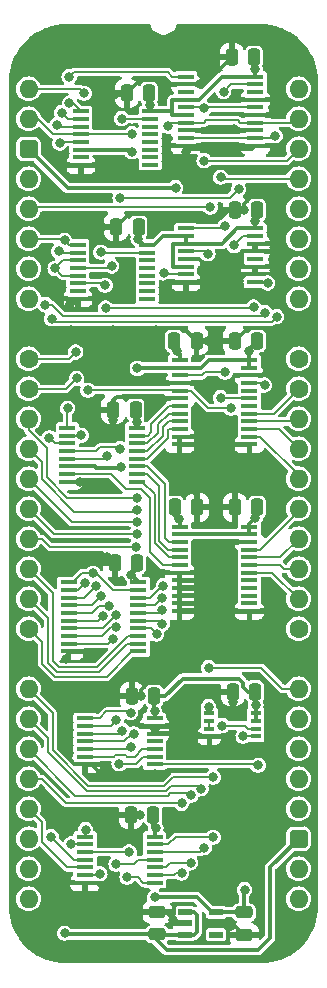
<source format=gtl>
%TF.GenerationSoftware,KiCad,Pcbnew,8.0.3*%
%TF.CreationDate,2024-06-15T20:23:45+02:00*%
%TF.ProjectId,VIA Control,56494120-436f-46e7-9472-6f6c2e6b6963,rev?*%
%TF.SameCoordinates,PX791ddc0PY4fefde0*%
%TF.FileFunction,Copper,L1,Top*%
%TF.FilePolarity,Positive*%
%FSLAX46Y46*%
G04 Gerber Fmt 4.6, Leading zero omitted, Abs format (unit mm)*
G04 Created by KiCad (PCBNEW 8.0.3) date 2024-06-15 20:23:45*
%MOMM*%
%LPD*%
G01*
G04 APERTURE LIST*
G04 Aperture macros list*
%AMRoundRect*
0 Rectangle with rounded corners*
0 $1 Rounding radius*
0 $2 $3 $4 $5 $6 $7 $8 $9 X,Y pos of 4 corners*
0 Add a 4 corners polygon primitive as box body*
4,1,4,$2,$3,$4,$5,$6,$7,$8,$9,$2,$3,0*
0 Add four circle primitives for the rounded corners*
1,1,$1+$1,$2,$3*
1,1,$1+$1,$4,$5*
1,1,$1+$1,$6,$7*
1,1,$1+$1,$8,$9*
0 Add four rect primitives between the rounded corners*
20,1,$1+$1,$2,$3,$4,$5,0*
20,1,$1+$1,$4,$5,$6,$7,0*
20,1,$1+$1,$6,$7,$8,$9,0*
20,1,$1+$1,$8,$9,$2,$3,0*%
G04 Aperture macros list end*
%TA.AperFunction,SMDPad,CuDef*%
%ADD10RoundRect,0.250000X0.250000X0.475000X-0.250000X0.475000X-0.250000X-0.475000X0.250000X-0.475000X0*%
%TD*%
%TA.AperFunction,SMDPad,CuDef*%
%ADD11RoundRect,0.250000X-0.250000X-0.475000X0.250000X-0.475000X0.250000X0.475000X-0.250000X0.475000X0*%
%TD*%
%TA.AperFunction,SMDPad,CuDef*%
%ADD12R,0.950000X0.450000*%
%TD*%
%TA.AperFunction,SMDPad,CuDef*%
%ADD13R,1.475000X0.450000*%
%TD*%
%TA.AperFunction,SMDPad,CuDef*%
%ADD14R,1.450000X0.450000*%
%TD*%
%TA.AperFunction,SMDPad,CuDef*%
%ADD15RoundRect,0.250000X-0.475000X0.250000X-0.475000X-0.250000X0.475000X-0.250000X0.475000X0.250000X0*%
%TD*%
%TA.AperFunction,ComponentPad*%
%ADD16O,1.600000X1.600000*%
%TD*%
%TA.AperFunction,ComponentPad*%
%ADD17RoundRect,0.400000X-0.400000X-0.400000X0.400000X-0.400000X0.400000X0.400000X-0.400000X0.400000X0*%
%TD*%
%TA.AperFunction,ComponentPad*%
%ADD18R,1.600000X1.600000*%
%TD*%
%TA.AperFunction,ComponentPad*%
%ADD19C,1.600000*%
%TD*%
%TA.AperFunction,SMDPad,CuDef*%
%ADD20RoundRect,0.250000X0.475000X-0.250000X0.475000X0.250000X-0.475000X0.250000X-0.475000X-0.250000X0*%
%TD*%
%TA.AperFunction,SMDPad,CuDef*%
%ADD21R,1.150000X0.600000*%
%TD*%
%TA.AperFunction,ViaPad*%
%ADD22C,0.800000*%
%TD*%
%TA.AperFunction,Conductor*%
%ADD23C,0.380000*%
%TD*%
%TA.AperFunction,Conductor*%
%ADD24C,0.200000*%
%TD*%
G04 APERTURE END LIST*
D10*
%TO.P,C12,1*%
%TO.N,/3.3V*%
X10651000Y-51435000D03*
%TO.P,C12,2*%
%TO.N,GND*%
X8751000Y-51435000D03*
%TD*%
%TO.P,C13,1*%
%TO.N,/3.3V*%
X9189000Y-40132000D03*
%TO.P,C13,2*%
%TO.N,GND*%
X7289000Y-40132000D03*
%TD*%
D11*
%TO.P,C4,1*%
%TO.N,5V*%
X12401000Y-35433000D03*
%TO.P,C4,2*%
%TO.N,GND*%
X14301000Y-35433000D03*
%TD*%
D12*
%TO.P,IC3,1,CP*%
%TO.N,CLK*%
X15297000Y-52873000D03*
%TO.P,IC3,2,D*%
%TO.N,/1~{Q}*%
X15297000Y-53523000D03*
%TO.P,IC3,3,~{Q}*%
X15297000Y-54173000D03*
%TO.P,IC3,4,GND*%
%TO.N,GND*%
X15297000Y-54823000D03*
%TO.P,IC3,5,Q*%
%TO.N,/CLK\u00F72*%
X19247000Y-54823000D03*
%TO.P,IC3,6,~{RD}*%
%TO.N,~{Reset}*%
X19247000Y-54173000D03*
%TO.P,IC3,7,~{SD}*%
%TO.N,/3.3V*%
X19247000Y-53523000D03*
%TO.P,IC3,8,3V*%
X19247000Y-52873000D03*
%TD*%
D10*
%TO.P,C7,1*%
%TO.N,/3.3V*%
X10205000Y-381000D03*
%TO.P,C7,2*%
%TO.N,GND*%
X8305000Y-381000D03*
%TD*%
%TO.P,C10,1*%
%TO.N,/3.3V*%
X19095000Y2667000D03*
%TO.P,C10,2*%
%TO.N,GND*%
X17195000Y2667000D03*
%TD*%
D13*
%TO.P,IC1,1,~{1OE}*%
%TO.N,~{Device ROM}*%
X13318000Y1020000D03*
%TO.P,IC1,2,1A0*%
%TO.N,GND*%
X13318000Y370000D03*
%TO.P,IC1,3,2Y0*%
%TO.N,unconnected-(IC1-2Y0-Pad3)*%
X13318000Y-280000D03*
%TO.P,IC1,4,1A1*%
%TO.N,/3.3V*%
X13318000Y-930000D03*
%TO.P,IC1,5,2Y1*%
%TO.N,H0*%
X13318000Y-1580000D03*
%TO.P,IC1,6,1A2*%
%TO.N,/3.3V*%
X13318000Y-2230000D03*
%TO.P,IC1,7,2Y2*%
%TO.N,H1*%
X13318000Y-2880000D03*
%TO.P,IC1,8,1A3*%
%TO.N,GND*%
X13318000Y-3530000D03*
%TO.P,IC1,9,2Y3*%
%TO.N,H2*%
X13318000Y-4180000D03*
%TO.P,IC1,10,GND*%
%TO.N,GND*%
X13318000Y-4830000D03*
%TO.P,IC1,11,2A3*%
X19194000Y-4830000D03*
%TO.P,IC1,12,1Y3*%
%TO.N,H2*%
X19194000Y-4180000D03*
%TO.P,IC1,13,2A2*%
%TO.N,GND*%
X19194000Y-3530000D03*
%TO.P,IC1,14,1Y2*%
%TO.N,H1*%
X19194000Y-2880000D03*
%TO.P,IC1,15,2A1*%
%TO.N,GND*%
X19194000Y-2230000D03*
%TO.P,IC1,16,1Y1*%
%TO.N,H0*%
X19194000Y-1580000D03*
%TO.P,IC1,17,2A0*%
%TO.N,GND*%
X19194000Y-930000D03*
%TO.P,IC1,18,1Y0*%
%TO.N,unconnected-(IC1-1Y0-Pad18)*%
X19194000Y-280000D03*
%TO.P,IC1,19,~{2OE}*%
%TO.N,~{Device RAM}*%
X19194000Y370000D03*
%TO.P,IC1,20,3V*%
%TO.N,/3.3V*%
X19194000Y1020000D03*
%TD*%
D14*
%TO.P,IC4,1,A0*%
%TO.N,A4*%
X3298000Y-28713000D03*
%TO.P,IC4,2,A1*%
%TO.N,A5*%
X3298000Y-29363000D03*
%TO.P,IC4,3,A2*%
%TO.N,A6*%
X3298000Y-30013000D03*
%TO.P,IC4,4,~{E1}*%
%TO.N,~{Device Registers}*%
X3298000Y-30663000D03*
%TO.P,IC4,5,~{E2}*%
%TO.N,A7*%
X3298000Y-31313000D03*
%TO.P,IC4,6,E3*%
%TO.N,/3.3V*%
X3298000Y-31963000D03*
%TO.P,IC4,7,~{Y7}*%
%TO.N,/~{CS}_{OP}*%
X3298000Y-32613000D03*
%TO.P,IC4,8,GND*%
%TO.N,GND*%
X3298000Y-33263000D03*
%TO.P,IC4,9,~{Y6}*%
%TO.N,/~{CS}_{MN}*%
X9148000Y-33263000D03*
%TO.P,IC4,10,~{Y5}*%
%TO.N,/~{CS}_{KL}*%
X9148000Y-32613000D03*
%TO.P,IC4,11,~{Y4}*%
%TO.N,/~{CS}_{XJ}*%
X9148000Y-31963000D03*
%TO.P,IC4,12,~{Y3}*%
%TO.N,/~{CS}_{GH}*%
X9148000Y-31313000D03*
%TO.P,IC4,13,~{Y2}*%
%TO.N,/~{CS}_{EF}*%
X9148000Y-30663000D03*
%TO.P,IC4,14,~{Y1}*%
%TO.N,/~{CS}_{CD}*%
X9148000Y-30013000D03*
%TO.P,IC4,15,~{Y0}*%
%TO.N,/~{CS}_{AB}*%
X9148000Y-29363000D03*
%TO.P,IC4,16,3V*%
%TO.N,/3.3V*%
X9148000Y-28713000D03*
%TD*%
D10*
%TO.P,C5,1*%
%TO.N,/3.3V*%
X9316000Y-11684000D03*
%TO.P,C5,2*%
%TO.N,GND*%
X7416000Y-11684000D03*
%TD*%
D15*
%TO.P,C2,1*%
%TO.N,/3.3V*%
X18258000Y-69739000D03*
%TO.P,C2,2*%
%TO.N,GND*%
X18258000Y-71639000D03*
%TD*%
D11*
%TO.P,C8,1*%
%TO.N,5V*%
X12324000Y-21336000D03*
%TO.P,C8,2*%
%TO.N,GND*%
X14224000Y-21336000D03*
%TD*%
D16*
%TO.P,J3,1,Pin_1*%
%TO.N,~{Reset}*%
X0Y0D03*
%TO.P,J3,2,Pin_2*%
%TO.N,~{Device Registers}*%
X0Y-2540000D03*
D17*
%TO.P,J3,3,Pin_3*%
%TO.N,5V*%
X0Y-5080000D03*
D16*
%TO.P,J3,4,Pin_4*%
%TO.N,~{Device ROM}*%
X0Y-7620000D03*
%TO.P,J3,5,Pin_5*%
%TO.N,~{Device RAM}*%
X0Y-10160000D03*
%TO.P,J3,6,Pin_6*%
%TO.N,A4*%
X0Y-12700000D03*
%TO.P,J3,7,Pin_7*%
%TO.N,A3*%
X0Y-15240000D03*
%TO.P,J3,8,Pin_8*%
%TO.N,A2*%
X0Y-17780000D03*
D18*
%TO.P,J3,9,Pin_9*%
%TO.N,GND*%
X0Y-20320000D03*
D19*
%TO.P,J3,10,Pin_10*%
%TO.N,A1*%
X0Y-22860000D03*
%TO.P,J3,11,Pin_11*%
%TO.N,A0*%
X0Y-25400000D03*
D16*
%TO.P,J3,12,Pin_12*%
%TO.N,D7*%
X0Y-27940000D03*
%TO.P,J3,13,Pin_13*%
%TO.N,D6*%
X0Y-30480000D03*
%TO.P,J3,14,Pin_14*%
%TO.N,D5*%
X0Y-33020000D03*
%TO.P,J3,15,Pin_15*%
%TO.N,D4*%
X0Y-35560000D03*
%TO.P,J3,16,Pin_16*%
%TO.N,D3*%
X0Y-38100000D03*
%TO.P,J3,17,Pin_17*%
%TO.N,D2*%
X0Y-40640000D03*
%TO.P,J3,18,Pin_18*%
%TO.N,D1*%
X0Y-43180000D03*
D19*
%TO.P,J3,19,Pin_19*%
%TO.N,D0*%
X0Y-45720000D03*
D18*
%TO.P,J3,20,Pin_20*%
%TO.N,GND*%
X0Y-48260000D03*
D16*
%TO.P,J3,21,Pin_21*%
%TO.N,~{IRQ}_{OP}*%
X0Y-50800000D03*
%TO.P,J3,22,Pin_22*%
%TO.N,~{IRQ}_{MN}*%
X0Y-53340000D03*
%TO.P,J3,23,Pin_23*%
%TO.N,~{IRQ}_{KL}*%
X0Y-55880000D03*
%TO.P,J3,24,Pin_24*%
%TO.N,~{IRQ}_{XJ}*%
X0Y-58420000D03*
%TO.P,J3,25,Pin_25*%
%TO.N,~{IRQ}_{GH}*%
X0Y-60960000D03*
%TO.P,J3,26,Pin_26*%
%TO.N,~{IRQ}_{EF}*%
X0Y-63500000D03*
%TO.P,J3,27,Pin_27*%
%TO.N,~{IRQ}_{CD}*%
X0Y-66040000D03*
%TO.P,J3,28,Pin_28*%
%TO.N,~{IRQ}_{AB}*%
X0Y-68580000D03*
%TO.P,J3,29,Pin_29*%
%TO.N,unconnected-(J3-Pin_29-Pad29)*%
X22860000Y-68580000D03*
%TO.P,J3,30,Pin_30*%
%TO.N,~{IRQ}*%
X22860000Y-66040000D03*
D17*
%TO.P,J3,31,Pin_31*%
%TO.N,5V*%
X22860000Y-63500000D03*
D16*
%TO.P,J3,32,Pin_32*%
%TO.N,VIA PHI2_{5V}*%
X22860000Y-60960000D03*
%TO.P,J3,33,Pin_33*%
%TO.N,unconnected-(J3-Pin_33-Pad33)*%
X22860000Y-58420000D03*
%TO.P,J3,34,Pin_34*%
%TO.N,unconnected-(J3-Pin_34-Pad34)*%
X22860000Y-55880000D03*
%TO.P,J3,35,Pin_35*%
%TO.N,unconnected-(J3-Pin_35-Pad35)*%
X22860000Y-53340000D03*
%TO.P,J3,36,Pin_36*%
%TO.N,CLK*%
X22860000Y-50800000D03*
D18*
%TO.P,J3,37,Pin_37*%
%TO.N,GND*%
X22860000Y-48260000D03*
D19*
%TO.P,J3,38,Pin_38*%
%TO.N,unconnected-(J3-Pin_38-Pad38)*%
X22860000Y-45720000D03*
D16*
%TO.P,J3,39,Pin_39*%
%TO.N,~{CS}_{OP 5V}*%
X22860000Y-43180000D03*
%TO.P,J3,40,Pin_40*%
%TO.N,~{CS}_{MN 5V}*%
X22860000Y-40640000D03*
%TO.P,J3,41,Pin_41*%
%TO.N,~{CS}_{KL 5V}*%
X22860000Y-38100000D03*
%TO.P,J3,42,Pin_42*%
%TO.N,~{CS}_{XJ 5V}*%
X22860000Y-35560000D03*
%TO.P,J3,43,Pin_43*%
%TO.N,~{CS}_{GH 5V}*%
X22860000Y-33020000D03*
%TO.P,J3,44,Pin_44*%
%TO.N,~{CS}_{EF 5V}*%
X22860000Y-30480000D03*
%TO.P,J3,45,Pin_45*%
%TO.N,~{CS}_{CD 5V}*%
X22860000Y-27940000D03*
D19*
%TO.P,J3,46,Pin_46*%
%TO.N,~{CS}_{AB 5V}*%
X22860000Y-25400000D03*
%TO.P,J3,47,Pin_47*%
%TO.N,unconnected-(J3-Pin_47-Pad47)*%
X22860000Y-22860000D03*
D18*
%TO.P,J3,48,Pin_48*%
%TO.N,GND*%
X22860000Y-20320000D03*
D16*
%TO.P,J3,49,Pin_49*%
%TO.N,unconnected-(J3-Pin_49-Pad49)*%
X22860000Y-17780000D03*
%TO.P,J3,50,Pin_50*%
%TO.N,A5*%
X22860000Y-15240000D03*
%TO.P,J3,51,Pin_51*%
%TO.N,A6*%
X22860000Y-12700000D03*
%TO.P,J3,52,Pin_52*%
%TO.N,A7*%
X22860000Y-10160000D03*
%TO.P,J3,53,Pin_53*%
%TO.N,~{Reset}_{5V}*%
X22860000Y-7620000D03*
%TO.P,J3,54,Pin_54*%
%TO.N,H0*%
X22860000Y-5080000D03*
%TO.P,J3,55,Pin_55*%
%TO.N,H1*%
X22860000Y-2540000D03*
%TO.P,J3,56,Pin_56*%
%TO.N,H2*%
X22860000Y0D03*
%TD*%
D10*
%TO.P,C11,1*%
%TO.N,/3.3V*%
X10569000Y-61468000D03*
%TO.P,C11,2*%
%TO.N,GND*%
X8669000Y-61468000D03*
%TD*%
D13*
%TO.P,IC2,1,5V*%
%TO.N,5V*%
X12810000Y-22968000D03*
%TO.P,IC2,2,DIR*%
%TO.N,/3.3V*%
X12810000Y-23618000D03*
%TO.P,IC2,3,A0*%
%TO.N,/CLK\u00F72*%
X12810000Y-24268000D03*
%TO.P,IC2,4,A1*%
%TO.N,GND*%
X12810000Y-24918000D03*
%TO.P,IC2,5,A2*%
%TO.N,~{Reset}*%
X12810000Y-25568000D03*
%TO.P,IC2,6,A3*%
%TO.N,GND*%
X12810000Y-26218000D03*
%TO.P,IC2,7,A4*%
%TO.N,/~{CS}_{AB}*%
X12810000Y-26868000D03*
%TO.P,IC2,8,A5*%
%TO.N,/~{CS}_{CD}*%
X12810000Y-27518000D03*
%TO.P,IC2,9,A6*%
%TO.N,/~{CS}_{EF}*%
X12810000Y-28168000D03*
%TO.P,IC2,10,A7*%
%TO.N,/~{CS}_{GH}*%
X12810000Y-28818000D03*
%TO.P,IC2,11,GND*%
%TO.N,GND*%
X12810000Y-29468000D03*
%TO.P,IC2,12,GND*%
X12810000Y-30118000D03*
%TO.P,IC2,13,GND*%
X18686000Y-30118000D03*
%TO.P,IC2,14,B7*%
%TO.N,~{CS}_{GH 5V}*%
X18686000Y-29468000D03*
%TO.P,IC2,15,B6*%
%TO.N,~{CS}_{EF 5V}*%
X18686000Y-28818000D03*
%TO.P,IC2,16,B5*%
%TO.N,~{CS}_{CD 5V}*%
X18686000Y-28168000D03*
%TO.P,IC2,17,B4*%
%TO.N,~{CS}_{AB 5V}*%
X18686000Y-27518000D03*
%TO.P,IC2,18,B3*%
%TO.N,unconnected-(IC2-B3-Pad18)*%
X18686000Y-26868000D03*
%TO.P,IC2,19,B2*%
%TO.N,~{Reset}_{5V}*%
X18686000Y-26218000D03*
%TO.P,IC2,20,B1*%
%TO.N,unconnected-(IC2-B1-Pad20)*%
X18686000Y-25568000D03*
%TO.P,IC2,21,B0*%
%TO.N,VIA PHI2_{5V}*%
X18686000Y-24918000D03*
%TO.P,IC2,22,~{OE}*%
%TO.N,GND*%
X18686000Y-24268000D03*
%TO.P,IC2,23,3V*%
%TO.N,/3.3V*%
X18686000Y-23618000D03*
%TO.P,IC2,24,3V*%
X18686000Y-22968000D03*
%TD*%
D20*
%TO.P,C1,1*%
%TO.N,5V*%
X10892000Y-71607000D03*
%TO.P,C1,2*%
%TO.N,GND*%
X10892000Y-69707000D03*
%TD*%
D13*
%TO.P,IC6,1,5V*%
%TO.N,5V*%
X12810000Y-37065000D03*
%TO.P,IC6,2,DIR*%
%TO.N,/3.3V*%
X12810000Y-37715000D03*
%TO.P,IC6,3,A0*%
%TO.N,/~{CS}_{XJ}*%
X12810000Y-38365000D03*
%TO.P,IC6,4,A1*%
%TO.N,/~{CS}_{KL}*%
X12810000Y-39015000D03*
%TO.P,IC6,5,A2*%
%TO.N,/~{CS}_{MN}*%
X12810000Y-39665000D03*
%TO.P,IC6,6,A3*%
%TO.N,/~{CS}_{OP}*%
X12810000Y-40315000D03*
%TO.P,IC6,7,A4*%
%TO.N,GND*%
X12810000Y-40965000D03*
%TO.P,IC6,8,A5*%
X12810000Y-41615000D03*
%TO.P,IC6,9,A6*%
X12810000Y-42265000D03*
%TO.P,IC6,10,A7*%
X12810000Y-42915000D03*
%TO.P,IC6,11,GND*%
X12810000Y-43565000D03*
%TO.P,IC6,12,GND*%
X12810000Y-44215000D03*
%TO.P,IC6,13,GND*%
X18686000Y-44215000D03*
%TO.P,IC6,14,B7*%
%TO.N,unconnected-(IC6-B7-Pad14)*%
X18686000Y-43565000D03*
%TO.P,IC6,15,B6*%
%TO.N,unconnected-(IC6-B6-Pad15)*%
X18686000Y-42915000D03*
%TO.P,IC6,16,B5*%
%TO.N,unconnected-(IC6-B5-Pad16)*%
X18686000Y-42265000D03*
%TO.P,IC6,17,B4*%
%TO.N,unconnected-(IC6-B4-Pad17)*%
X18686000Y-41615000D03*
%TO.P,IC6,18,B3*%
%TO.N,~{CS}_{OP 5V}*%
X18686000Y-40965000D03*
%TO.P,IC6,19,B2*%
%TO.N,~{CS}_{MN 5V}*%
X18686000Y-40315000D03*
%TO.P,IC6,20,B1*%
%TO.N,~{CS}_{KL 5V}*%
X18686000Y-39665000D03*
%TO.P,IC6,21,B0*%
%TO.N,~{CS}_{XJ 5V}*%
X18686000Y-39015000D03*
%TO.P,IC6,22,~{OE}*%
%TO.N,GND*%
X18686000Y-38365000D03*
%TO.P,IC6,23,3V*%
%TO.N,/3.3V*%
X18686000Y-37715000D03*
%TO.P,IC6,24,3V*%
X18686000Y-37065000D03*
%TD*%
D10*
%TO.P,C15,1*%
%TO.N,/3.3V*%
X19349000Y-10287000D03*
%TO.P,C15,2*%
%TO.N,GND*%
X17449000Y-10287000D03*
%TD*%
D13*
%TO.P,IC11,1,~{OE1}*%
%TO.N,/~{A0..A7}*%
X3412000Y-41779000D03*
%TO.P,IC11,2,A1*%
%TO.N,~{IRQ}_{OP}*%
X3412000Y-42429000D03*
%TO.P,IC11,3,A2*%
%TO.N,~{IRQ}_{MN}*%
X3412000Y-43079000D03*
%TO.P,IC11,4,A3*%
%TO.N,~{IRQ}_{KL}*%
X3412000Y-43729000D03*
%TO.P,IC11,5,A4*%
%TO.N,~{IRQ}_{XJ}*%
X3412000Y-44379000D03*
%TO.P,IC11,6,A5*%
%TO.N,~{IRQ}_{GH}*%
X3412000Y-45029000D03*
%TO.P,IC11,7,A6*%
%TO.N,~{IRQ}_{EF}*%
X3412000Y-45679000D03*
%TO.P,IC11,8,A7*%
%TO.N,~{IRQ}_{CD}*%
X3412000Y-46329000D03*
%TO.P,IC11,9,A8*%
%TO.N,~{IRQ}_{AB}*%
X3412000Y-46979000D03*
%TO.P,IC11,10,GND*%
%TO.N,GND*%
X3412000Y-47629000D03*
%TO.P,IC11,11,~{Y8}*%
%TO.N,D0*%
X9288000Y-47629000D03*
%TO.P,IC11,12,~{Y7}*%
%TO.N,D1*%
X9288000Y-46979000D03*
%TO.P,IC11,13,~{Y6}*%
%TO.N,D2*%
X9288000Y-46329000D03*
%TO.P,IC11,14,~{Y5}*%
%TO.N,D3*%
X9288000Y-45679000D03*
%TO.P,IC11,15,~{Y4}*%
%TO.N,D4*%
X9288000Y-45029000D03*
%TO.P,IC11,16,~{Y3}*%
%TO.N,D5*%
X9288000Y-44379000D03*
%TO.P,IC11,17,~{Y2}*%
%TO.N,D6*%
X9288000Y-43729000D03*
%TO.P,IC11,18,~{Y1}*%
%TO.N,D7*%
X9288000Y-43079000D03*
%TO.P,IC11,19,~{OE2}*%
%TO.N,/~{A0..A7}*%
X9288000Y-42429000D03*
%TO.P,IC11,20,3V*%
%TO.N,/3.3V*%
X9288000Y-41779000D03*
%TD*%
%TO.P,IC10,1,1A*%
%TO.N,/~{AB}\u2022~{CD}*%
X4792000Y-53295000D03*
%TO.P,IC10,2,1B*%
%TO.N,/~{EF}\u2022~{GH}*%
X4792000Y-53945000D03*
%TO.P,IC10,3,1Y*%
%TO.N,/~{AB}\u2022~{CD}\u2022~{EF}\u2022~{GH}*%
X4792000Y-54595000D03*
%TO.P,IC10,4,2A*%
%TO.N,/~{XJ}\u2022~{KL}*%
X4792000Y-55245000D03*
%TO.P,IC10,5,2B*%
%TO.N,/~{MN}\u2022~{OP}*%
X4792000Y-55895000D03*
%TO.P,IC10,6,2Y*%
%TO.N,/~{XJ}\u2022~{KL}\u2022~{MN}\u2022~{OP}*%
X4792000Y-56545000D03*
%TO.P,IC10,7,GND*%
%TO.N,GND*%
X4792000Y-57195000D03*
%TO.P,IC10,8,3Y*%
%TO.N,~{IRQ}*%
X10668000Y-57195000D03*
%TO.P,IC10,9,3A*%
%TO.N,/~{AB}\u2022~{CD}\u2022~{EF}\u2022~{GH}*%
X10668000Y-56545000D03*
%TO.P,IC10,10,3B*%
%TO.N,/~{XJ}\u2022~{KL}\u2022~{MN}\u2022~{OP}*%
X10668000Y-55895000D03*
%TO.P,IC10,11,4Y*%
%TO.N,unconnected-(IC10-4Y-Pad11)*%
X10668000Y-55245000D03*
%TO.P,IC10,12,4A*%
%TO.N,GND*%
X10668000Y-54595000D03*
%TO.P,IC10,13,4B*%
X10668000Y-53945000D03*
%TO.P,IC10,14,3V*%
%TO.N,/3.3V*%
X10668000Y-53295000D03*
%TD*%
D10*
%TO.P,C14,1*%
%TO.N,/3.3V*%
X19177000Y-51054000D03*
%TO.P,C14,2*%
%TO.N,GND*%
X17277000Y-51054000D03*
%TD*%
D21*
%TO.P,IC5,1,6VIn*%
%TO.N,5V*%
X13275000Y-69723000D03*
%TO.P,IC5,2,GND*%
%TO.N,GND*%
X13275000Y-70673000D03*
%TO.P,IC5,3,EN*%
%TO.N,5V*%
X13275000Y-71623000D03*
%TO.P,IC5,4,ADJ*%
%TO.N,unconnected-(IC5-ADJ-Pad4)*%
X15875000Y-71623000D03*
%TO.P,IC5,5,3.3VOut*%
%TO.N,/3.3V*%
X15875000Y-69723000D03*
%TD*%
D14*
%TO.P,IC8,1,S*%
%TO.N,/CLK\u00F72*%
X13331000Y-11822000D03*
%TO.P,IC8,2,1I0*%
%TO.N,/3.3V*%
X13331000Y-12472000D03*
%TO.P,IC8,3,1I1*%
X13331000Y-13122000D03*
%TO.P,IC8,4,1Y*%
%TO.N,H0*%
X13331000Y-13772000D03*
%TO.P,IC8,5,2I0*%
%TO.N,GND*%
X13331000Y-14422000D03*
%TO.P,IC8,6,2I1*%
%TO.N,/3.3V*%
X13331000Y-15072000D03*
%TO.P,IC8,7,2Y*%
%TO.N,H1*%
X13331000Y-15722000D03*
%TO.P,IC8,8,GND*%
%TO.N,GND*%
X13331000Y-16372000D03*
%TO.P,IC8,9,3Y*%
%TO.N,H2*%
X19181000Y-16372000D03*
%TO.P,IC8,10,3I1*%
%TO.N,GND*%
X19181000Y-15722000D03*
%TO.P,IC8,11,3I0*%
X19181000Y-15072000D03*
%TO.P,IC8,12,4Y*%
%TO.N,unconnected-(IC8-4Y-Pad12)*%
X19181000Y-14422000D03*
%TO.P,IC8,13,4I1*%
%TO.N,GND*%
X19181000Y-13772000D03*
%TO.P,IC8,14,4I0*%
X19181000Y-13122000D03*
%TO.P,IC8,15,~{OE}*%
%TO.N,~{Device Registers}*%
X19181000Y-12472000D03*
%TO.P,IC8,16,3V*%
%TO.N,/3.3V*%
X19181000Y-11822000D03*
%TD*%
D10*
%TO.P,C3,1*%
%TO.N,/3.3V*%
X19349000Y-21336000D03*
%TO.P,C3,2*%
%TO.N,GND*%
X17449000Y-21336000D03*
%TD*%
D14*
%TO.P,IC12,1,A0*%
%TO.N,A0*%
X4441000Y-1916000D03*
%TO.P,IC12,2,A1*%
%TO.N,A1*%
X4441000Y-2566000D03*
%TO.P,IC12,3,A2*%
%TO.N,A2*%
X4441000Y-3216000D03*
%TO.P,IC12,4,~{E1}*%
%TO.N,~{Device Registers}*%
X4441000Y-3866000D03*
%TO.P,IC12,5,~{E2}*%
%TO.N,A3*%
X4441000Y-4516000D03*
%TO.P,IC12,6,E3*%
%TO.N,/3.3V*%
X4441000Y-5166000D03*
%TO.P,IC12,7,~{Y7}*%
%TO.N,unconnected-(IC12-~{Y7}-Pad7)*%
X4441000Y-5816000D03*
%TO.P,IC12,8,GND*%
%TO.N,GND*%
X4441000Y-6466000D03*
%TO.P,IC12,9,~{Y6}*%
%TO.N,unconnected-(IC12-~{Y6}-Pad9)*%
X10291000Y-6466000D03*
%TO.P,IC12,10,~{Y5}*%
%TO.N,unconnected-(IC12-~{Y5}-Pad10)*%
X10291000Y-5816000D03*
%TO.P,IC12,11,~{Y4}*%
%TO.N,unconnected-(IC12-~{Y4}-Pad11)*%
X10291000Y-5166000D03*
%TO.P,IC12,12,~{Y3}*%
%TO.N,unconnected-(IC12-~{Y3}-Pad12)*%
X10291000Y-4516000D03*
%TO.P,IC12,13,~{Y2}*%
%TO.N,unconnected-(IC12-~{Y2}-Pad13)*%
X10291000Y-3866000D03*
%TO.P,IC12,14,~{Y1}*%
%TO.N,unconnected-(IC12-~{Y1}-Pad14)*%
X10291000Y-3216000D03*
%TO.P,IC12,15,~{Y0}*%
%TO.N,/~{A0..A3}*%
X10291000Y-2566000D03*
%TO.P,IC12,16,3V*%
%TO.N,/3.3V*%
X10291000Y-1916000D03*
%TD*%
%TO.P,IC7,1,A0*%
%TO.N,A4*%
X4187000Y-13219000D03*
%TO.P,IC7,2,A1*%
%TO.N,A5*%
X4187000Y-13869000D03*
%TO.P,IC7,3,A2*%
%TO.N,A6*%
X4187000Y-14519000D03*
%TO.P,IC7,4,~{E1}*%
%TO.N,/~{A0..A3}*%
X4187000Y-15169000D03*
%TO.P,IC7,5,~{E2}*%
%TO.N,A6*%
X4187000Y-15819000D03*
%TO.P,IC7,6,E3*%
%TO.N,A7*%
X4187000Y-16469000D03*
%TO.P,IC7,7,~{Y7}*%
%TO.N,unconnected-(IC7-~{Y7}-Pad7)*%
X4187000Y-17119000D03*
%TO.P,IC7,8,GND*%
%TO.N,GND*%
X4187000Y-17769000D03*
%TO.P,IC7,9,~{Y6}*%
%TO.N,unconnected-(IC7-~{Y6}-Pad9)*%
X10037000Y-17769000D03*
%TO.P,IC7,10,~{Y5}*%
%TO.N,unconnected-(IC7-~{Y5}-Pad10)*%
X10037000Y-17119000D03*
%TO.P,IC7,11,~{Y4}*%
%TO.N,unconnected-(IC7-~{Y4}-Pad11)*%
X10037000Y-16469000D03*
%TO.P,IC7,12,~{Y3}*%
%TO.N,unconnected-(IC7-~{Y3}-Pad12)*%
X10037000Y-15819000D03*
%TO.P,IC7,13,~{Y2}*%
%TO.N,unconnected-(IC7-~{Y2}-Pad13)*%
X10037000Y-15169000D03*
%TO.P,IC7,14,~{Y1}*%
%TO.N,unconnected-(IC7-~{Y1}-Pad14)*%
X10037000Y-14519000D03*
%TO.P,IC7,15,~{Y0}*%
%TO.N,/~{A0..A7}*%
X10037000Y-13869000D03*
%TO.P,IC7,16,3V*%
%TO.N,/3.3V*%
X10037000Y-13219000D03*
%TD*%
D13*
%TO.P,IC9,1,1A*%
%TO.N,~{IRQ}_{AB}*%
X4792000Y-63328000D03*
%TO.P,IC9,2,1B*%
%TO.N,~{IRQ}_{CD}*%
X4792000Y-63978000D03*
%TO.P,IC9,3,1Y*%
%TO.N,/~{AB}\u2022~{CD}*%
X4792000Y-64628000D03*
%TO.P,IC9,4,2A*%
%TO.N,~{IRQ}_{EF}*%
X4792000Y-65278000D03*
%TO.P,IC9,5,2B*%
%TO.N,~{IRQ}_{GH}*%
X4792000Y-65928000D03*
%TO.P,IC9,6,2Y*%
%TO.N,/~{EF}\u2022~{GH}*%
X4792000Y-66578000D03*
%TO.P,IC9,7,GND*%
%TO.N,GND*%
X4792000Y-67228000D03*
%TO.P,IC9,8,3Y*%
%TO.N,/~{XJ}\u2022~{KL}*%
X10668000Y-67228000D03*
%TO.P,IC9,9,3A*%
%TO.N,~{IRQ}_{XJ}*%
X10668000Y-66578000D03*
%TO.P,IC9,10,3B*%
%TO.N,~{IRQ}_{KL}*%
X10668000Y-65928000D03*
%TO.P,IC9,11,4Y*%
%TO.N,/~{MN}\u2022~{OP}*%
X10668000Y-65278000D03*
%TO.P,IC9,12,4A*%
%TO.N,~{IRQ}_{MN}*%
X10668000Y-64628000D03*
%TO.P,IC9,13,4B*%
%TO.N,~{IRQ}_{OP}*%
X10668000Y-63978000D03*
%TO.P,IC9,14,3V*%
%TO.N,/3.3V*%
X10668000Y-63328000D03*
%TD*%
D10*
%TO.P,C9,1*%
%TO.N,/3.3V*%
X9062000Y-27178000D03*
%TO.P,C9,2*%
%TO.N,GND*%
X7162000Y-27178000D03*
%TD*%
%TO.P,C6,1*%
%TO.N,/3.3V*%
X19349000Y-35433000D03*
%TO.P,C6,2*%
%TO.N,GND*%
X17449000Y-35433000D03*
%TD*%
D22*
%TO.N,/3.3V*%
X8763000Y-5334000D03*
%TO.N,5V*%
X12700000Y-36449000D03*
X3048000Y-71501000D03*
X12573000Y-22225000D03*
X12446000Y-8382000D03*
%TO.N,GND*%
X17386163Y-3430000D03*
X14484054Y375068D03*
X15748000Y-47625000D03*
X9525000Y-51435000D03*
X17272000Y-51943000D03*
X3810000Y-11684000D03*
X2794000Y-40259000D03*
X15159004Y-24845996D03*
X15621000Y-30099000D03*
X3556000Y-20447000D03*
X7112000Y-20447000D03*
X3524493Y-18256493D03*
X7112000Y-28067000D03*
X13335000Y-5334000D03*
X7239000Y-508000D03*
X17780000Y-16256000D03*
X17145000Y-67310000D03*
X6604000Y-39624000D03*
X15748000Y-35433000D03*
X6223000Y-11684000D03*
X11302998Y-24777000D03*
X10795010Y-20447000D03*
X9017000Y-67564000D03*
X10717000Y-58020002D03*
X9469000Y-61468000D03*
X3132754Y-48272000D03*
X15748000Y-38608000D03*
X11303000Y-26416000D03*
X9017000Y-69723000D03*
X6477000Y-33401000D03*
X6122000Y-6477000D03*
X11303000Y-31496000D03*
X17316290Y-5130000D03*
X10668000Y-54229000D03*
X15748000Y-44215000D03*
X4365129Y-33330898D03*
X18249000Y-10287000D03*
X12192000Y-70358000D03*
X4953000Y-27178000D03*
X17145000Y-54864000D03*
X15159000Y-21317134D03*
X17145000Y-70866000D03*
X11747500Y-16573500D03*
%TO.N,H2*%
X20869030Y-3986000D03*
X20241785Y-16444243D03*
%TO.N,/3.3V*%
X7822998Y-32004000D03*
X8718000Y-41148000D03*
X19247000Y-52197000D03*
X18654845Y-22222494D03*
X9207496Y-23685504D03*
X10668000Y-68453000D03*
X19177000Y-11176000D03*
X18288000Y-67818000D03*
X10668000Y-52705008D03*
X10783000Y-62611000D03*
X10287000Y-1397000D03*
X9271000Y-12700000D03*
X9144000Y-28194000D03*
X19177000Y1651000D03*
X19176994Y-36322000D03*
%TO.N,~{Device ROM}*%
X3445012Y1020006D03*
%TO.N,H1*%
X11491739Y-15604749D03*
X11811000Y-3175000D03*
%TO.N,/CLK\u00F72*%
X18161000Y-54823000D03*
X16637000Y-24003000D03*
X16659000Y-11620501D03*
%TO.N,~{Device RAM}*%
X15391000Y-10033000D03*
X16510000Y-254000D03*
%TO.N,H0*%
X15177893Y-13975953D03*
X14859000Y-6096000D03*
X14859010Y-1651000D03*
%TO.N,VIA PHI2_{5V}*%
X19981750Y-25088870D03*
%TO.N,~{Reset}*%
X16404121Y-53916683D03*
X17145000Y-27051000D03*
X4699000Y-381000D03*
X5022000Y-25527000D03*
%TO.N,~{Reset}_{5V}*%
X16256000Y-26162000D03*
X16256000Y-7492998D03*
%TO.N,CLK*%
X15240000Y-52324000D03*
X15240000Y-49022000D03*
%TO.N,A5*%
X21002796Y-19304000D03*
X1967000Y-19480000D03*
X2538667Y-13769066D03*
X4464112Y-29344720D03*
%TO.N,A7*%
X6477000Y-16637000D03*
X6522000Y-18554000D03*
X6604000Y-31115000D03*
X19056580Y-18470887D03*
%TO.N,A6*%
X2250000Y-15217683D03*
X1408279Y-18286416D03*
X19989357Y-18953000D03*
X1758529Y-29551347D03*
%TO.N,A4*%
X3302000Y-27051000D03*
X3048004Y-12826998D03*
%TO.N,~{Device Registers}*%
X7747000Y-30480000D03*
X17780000Y-8509000D03*
X7747000Y-9271000D03*
X8763000Y-3810000D03*
X17409000Y-13257787D03*
%TO.N,~{IRQ}_{CD}*%
X3604720Y-63950114D03*
X7415000Y-45594781D03*
%TO.N,~{IRQ}_{MN}*%
X14859000Y-64262000D03*
X14605000Y-59257898D03*
X5754581Y-42061449D03*
%TO.N,~{IRQ}_{AB}*%
X7131207Y-46582682D03*
X4826000Y-62738000D03*
%TO.N,~{IRQ}_{KL}*%
X13753061Y-59814585D03*
X13716000Y-65532000D03*
X6146066Y-42985000D03*
%TO.N,~{IRQ}_{XJ}*%
X12954000Y-66421000D03*
X12956854Y-60499100D03*
X6853464Y-43760947D03*
%TO.N,~{IRQ}_{EF}*%
X1905000Y-63328508D03*
X7415000Y-44590912D03*
%TO.N,~{IRQ}_{OP}*%
X15621000Y-63373000D03*
X4775237Y-41859237D03*
X15621000Y-58293000D03*
%TO.N,~{IRQ}_{GH}*%
X6265184Y-44623275D03*
%TO.N,/~{A0..A3}*%
X7874000Y-2540000D03*
X7034074Y-15007111D03*
%TO.N,/~{A0..A7}*%
X6122000Y-13843000D03*
X5461000Y-41021000D03*
%TO.N,~{IRQ}*%
X19443000Y-57277000D03*
%TO.N,/~{XJ}\u2022~{KL}*%
X8344805Y-66757366D03*
X8897114Y-54612028D03*
%TO.N,D4*%
X11324615Y-45290161D03*
X9144000Y-37719000D03*
%TO.N,/~{EF}\u2022~{GH}*%
X6041772Y-66465375D03*
X7443855Y-53467000D03*
%TO.N,D5*%
X11303000Y-44161997D03*
X9144000Y-36703000D03*
%TO.N,/~{AB}\u2022~{CD}*%
X8509000Y-64628000D03*
X8636000Y-52832000D03*
%TO.N,D6*%
X11331446Y-43112380D03*
X9144000Y-35687000D03*
%TO.N,D3*%
X9095000Y-38807000D03*
X10836169Y-46186831D03*
%TO.N,D7*%
X11426878Y-42066723D03*
X9188330Y-34651070D03*
%TO.N,/~{MN}\u2022~{OP}*%
X7412594Y-65652917D03*
X8648000Y-55753000D03*
%TO.N,/~{AB}\u2022~{CD}\u2022~{EF}\u2022~{GH}*%
X7671484Y-57150000D03*
X7935437Y-54337835D03*
%TO.N,A0*%
X4064000Y-24511000D03*
X3466195Y-1225366D03*
%TO.N,A1*%
X3994500Y-22282500D03*
X2794000Y-2032000D03*
%TO.N,A3*%
X2648470Y-4590530D03*
%TO.N,A2*%
X2413000Y-3048000D03*
%TD*%
D23*
%TO.N,/3.3V*%
X8595000Y-5166000D02*
X8763000Y-5334000D01*
X4441000Y-5166000D02*
X8595000Y-5166000D01*
%TO.N,5V*%
X14240000Y-69983000D02*
X14240000Y-71363000D01*
X13275000Y-71623000D02*
X10908000Y-71623000D01*
X12324000Y-21976000D02*
X12573000Y-22225000D01*
X12700000Y-36449000D02*
X12810000Y-36559000D01*
X12810000Y-22462000D02*
X12810000Y-22968000D01*
X12324000Y-21336000D02*
X12324000Y-21976000D01*
X0Y-5080000D02*
X3302000Y-8382000D01*
X20447000Y-65913000D02*
X20447000Y-71882000D01*
X3302000Y-8382000D02*
X12446000Y-8382000D01*
X12573000Y-22225000D02*
X12810000Y-22462000D01*
X13980000Y-71623000D02*
X13275000Y-71623000D01*
X13980000Y-69723000D02*
X14240000Y-69983000D01*
X14240000Y-71363000D02*
X13980000Y-71623000D01*
X3154000Y-71607000D02*
X3048000Y-71501000D01*
X19431000Y-72898000D02*
X11684000Y-72898000D01*
X20447000Y-71882000D02*
X19431000Y-72898000D01*
X12810000Y-36559000D02*
X12810000Y-37065000D01*
X10892000Y-71607000D02*
X3154000Y-71607000D01*
X22860000Y-63500000D02*
X20447000Y-65913000D01*
X12401000Y-36150000D02*
X12700000Y-36449000D01*
X11684000Y-72898000D02*
X10892000Y-72106000D01*
X13275000Y-69723000D02*
X13980000Y-69723000D01*
X12401000Y-35433000D02*
X12401000Y-36150000D01*
X10892000Y-72106000D02*
X10892000Y-71607000D01*
%TO.N,GND*%
X14633000Y-10569000D02*
X14986000Y-10922000D01*
X-842000Y-3890000D02*
X-1190000Y-4238000D01*
X20906500Y-930000D02*
X21246500Y-1270000D01*
X16256000Y-10922000D02*
X16891000Y-10287000D01*
X7239000Y-508000D02*
X8178000Y-508000D01*
X7162000Y-27178000D02*
X4953000Y-27178000D01*
X3556000Y-11430000D02*
X3810000Y-11684000D01*
X6111000Y-6466000D02*
X6122000Y-6477000D01*
X3175000Y-56447536D02*
X3175000Y-51435000D01*
X12319000Y-70358000D02*
X12192000Y-70358000D01*
X15748000Y-47625000D02*
X12823976Y-47625000D01*
X11588000Y-7081000D02*
X13335000Y-5334000D01*
X17449000Y-35433000D02*
X15748000Y-35433000D01*
X3175000Y-51435000D02*
X8751000Y-51435000D01*
X-412915Y-11430000D02*
X3556000Y-11430000D01*
X-1190000Y-63992915D02*
X-1190000Y-49450000D01*
X-1190000Y-10652915D02*
X-412915Y-11430000D01*
X24050000Y-49450000D02*
X22860000Y-48260000D01*
X14986000Y-10922000D02*
X16256000Y-10922000D01*
X14660000Y-54823000D02*
X15297000Y-54823000D01*
X11303000Y-26416000D02*
X10950000Y-26063000D01*
X17277000Y-51938000D02*
X17272000Y-51943000D01*
X20094000Y-20221000D02*
X20955000Y-21082000D01*
X18249000Y-10287000D02*
X18249000Y-9749976D01*
X18076000Y-15072000D02*
X18066000Y-15062000D01*
X18101000Y-13772000D02*
X19181000Y-13772000D01*
X12823976Y-47625000D02*
X9525000Y-50923976D01*
X24130000Y-2127085D02*
X23272915Y-1270000D01*
X21332000Y-4830000D02*
X19194000Y-4830000D01*
X18314000Y-15722000D02*
X17780000Y-16256000D01*
X10668010Y-20320000D02*
X10795010Y-20447000D01*
X15087000Y-24918000D02*
X15159004Y-24845996D01*
X19181000Y-13772000D02*
X21392000Y-13772000D01*
X14859000Y-16372000D02*
X13331000Y-16372000D01*
X16990504Y-24845996D02*
X15159004Y-24845996D01*
X19194000Y-3530000D02*
X17486163Y-3530000D01*
X14301000Y-35433000D02*
X14301000Y-34494000D01*
X6985000Y-20320000D02*
X7112000Y-20447000D01*
X16891000Y-10287000D02*
X17449000Y-10287000D01*
X6096000Y-67564000D02*
X9017000Y-67564000D01*
X13618000Y-5130000D02*
X17316290Y-5130000D01*
X16891000Y-16256000D02*
X16775000Y-16372000D01*
X12810000Y-40965000D02*
X12810000Y-41615000D01*
X24050000Y-47070000D02*
X24050000Y-21510000D01*
X22352000Y-3810000D02*
X21332000Y-4830000D01*
X15297000Y-54823000D02*
X17104000Y-54823000D01*
X4011986Y-17769000D02*
X3524493Y-18256493D01*
X17449000Y-21336000D02*
X18564000Y-20221000D01*
X5760000Y-67228000D02*
X6096000Y-67564000D01*
X7289000Y-40132000D02*
X6789062Y-39632062D01*
X18034000Y-47879000D02*
X17780000Y-47625000D01*
X-412915Y-11430000D02*
X-1190000Y-12207085D01*
X24050000Y-19130000D02*
X22860000Y-20320000D01*
X19108976Y-8890000D02*
X23309000Y-8890000D01*
X4441000Y-6466000D02*
X3336000Y-6466000D01*
X0Y-48260000D02*
X3175000Y-51435000D01*
X12192000Y-70358000D02*
X12192000Y-70231000D01*
X19181000Y-13122000D02*
X19181000Y-13772000D01*
X7416000Y-11684000D02*
X6223000Y-11684000D01*
X14224000Y-21336000D02*
X15140134Y-21336000D01*
X6726000Y-7081000D02*
X11588000Y-7081000D01*
X18249000Y-9749976D02*
X19108976Y-8890000D01*
X13318000Y-3530000D02*
X17286163Y-3530000D01*
X21246500Y-1270000D02*
X20286500Y-2230000D01*
X18066000Y-15062000D02*
X18066000Y-13807000D01*
X24050000Y-8149000D02*
X24050000Y-4587085D01*
X11668000Y-69707000D02*
X10892000Y-69707000D01*
X10668000Y-54595000D02*
X10668000Y-54229000D01*
X760000Y-3890000D02*
X-842000Y-3890000D01*
X18894000Y-5130000D02*
X17316290Y-5130000D01*
X6223000Y-11684000D02*
X3810000Y-11684000D01*
X3887464Y-57160000D02*
X3175000Y-56447536D01*
X18686000Y-24268000D02*
X19803500Y-24268000D01*
X20955000Y-21082000D02*
X21717000Y-20320000D01*
X4942000Y-33263000D02*
X5080000Y-33401000D01*
X14859000Y-14845000D02*
X14859000Y-16372000D01*
X18686000Y-30118000D02*
X15640000Y-30118000D01*
X15748000Y-39144500D02*
X15748000Y-38608000D01*
X7239000Y-20320000D02*
X10668010Y-20320000D01*
X15748000Y-35433000D02*
X14301000Y-35433000D01*
X14432000Y-54595000D02*
X14660000Y-54823000D01*
X12810000Y-44215000D02*
X15748000Y-44215000D01*
X13275000Y-70673000D02*
X12634000Y-70673000D01*
X17780000Y-47625000D02*
X15748000Y-47625000D01*
X22860000Y-48260000D02*
X24050000Y-47070000D01*
X18258000Y-71639000D02*
X17485000Y-70866000D01*
X10668000Y-53945000D02*
X10668000Y-54595000D01*
X17485000Y-70866000D02*
X17145000Y-70866000D01*
X15991000Y-38365000D02*
X15748000Y-38608000D01*
X4757000Y-57160000D02*
X3887464Y-57160000D01*
X3683000Y-20320000D02*
X6985000Y-20320000D01*
X18415000Y-48260000D02*
X18034000Y-47879000D01*
X22018000Y-62310000D02*
X23229000Y-62310000D01*
X12810000Y-24918000D02*
X11443998Y-24918000D01*
X17286163Y-3530000D02*
X17386163Y-3430000D01*
X5304500Y-57195000D02*
X6129502Y-58020002D01*
X17486163Y-3530000D02*
X17386163Y-3430000D01*
X19181000Y-15072000D02*
X19181000Y-15722000D01*
X4792000Y-67228000D02*
X5760000Y-67228000D01*
X13331000Y-16372000D02*
X11949000Y-16372000D01*
X12810000Y-24918000D02*
X15087000Y-24918000D01*
X14224000Y-21336000D02*
X13109000Y-20221000D01*
X4792000Y-67228000D02*
X2870915Y-67228000D01*
X2870915Y-67228000D02*
X332915Y-64690000D01*
X17145000Y-67310000D02*
X17145000Y-67183000D01*
X10950000Y-26063000D02*
X7465000Y-26063000D01*
X-492915Y-64690000D02*
X-1190000Y-63992915D01*
X19181000Y-15722000D02*
X18314000Y-15722000D01*
X23272915Y-3810000D02*
X24130000Y-2952915D01*
X21392000Y-13772000D02*
X21590000Y-13970000D01*
X23229000Y-62310000D02*
X24050000Y-61489000D01*
X7162000Y-26366000D02*
X7162000Y-27178000D01*
X6604000Y-39624000D02*
X6595938Y-39632062D01*
X14484054Y375068D02*
X13323068Y375068D01*
X1315000Y-4445000D02*
X1270000Y-4445000D01*
X3298000Y-33263000D02*
X4942000Y-33263000D01*
X20286500Y-2230000D02*
X19194000Y-2230000D01*
X9525000Y-51435000D02*
X8751000Y-51435000D01*
X-1190000Y-4238000D02*
X-1190000Y-10652915D01*
X23309000Y-8890000D02*
X24050000Y-8149000D01*
X-1190000Y-21510000D02*
X-1190000Y-47070000D01*
X12634000Y-70673000D02*
X12319000Y-70358000D01*
X3429000Y-20320000D02*
X3556000Y-20447000D01*
X14484054Y375068D02*
X14903068Y375068D01*
X0Y-20320000D02*
X-1190000Y-21510000D01*
X19194000Y-4830000D02*
X18894000Y-5130000D01*
X13927500Y-40965000D02*
X15748000Y-39144500D01*
X23272915Y-3810000D02*
X22352000Y-3810000D01*
X23309000Y-8890000D02*
X24050000Y-9631000D01*
X21590000Y-13970000D02*
X23415000Y-13970000D01*
X20955000Y-23116500D02*
X20955000Y-21082000D01*
X18686000Y-24268000D02*
X17568500Y-24268000D01*
X332915Y-64690000D02*
X-492915Y-64690000D01*
X16775000Y-16372000D02*
X14859000Y-16372000D01*
X13318000Y-5317000D02*
X13335000Y-5334000D01*
X13318000Y370000D02*
X11568000Y370000D01*
X15602000Y-30118000D02*
X15621000Y-30099000D01*
X12810000Y-30118000D02*
X15602000Y-30118000D01*
X14301000Y-34494000D02*
X11303000Y-31496000D01*
X17568500Y-24268000D02*
X16990504Y-24845996D01*
X12810000Y-40965000D02*
X13927500Y-40965000D01*
X3336000Y-6466000D02*
X1315000Y-4445000D01*
X11501000Y-26218000D02*
X11303000Y-26416000D01*
X8669000Y-61468000D02*
X9469000Y-61468000D01*
X19194000Y-930000D02*
X20906500Y-930000D01*
X18066000Y-13807000D02*
X18101000Y-13772000D01*
X12810000Y-42915000D02*
X12810000Y-43565000D01*
X12810000Y-42265000D02*
X12810000Y-42915000D01*
X24050000Y-14859000D02*
X24050000Y-19130000D01*
X6477000Y-33401000D02*
X5080000Y-33401000D01*
X14436000Y-14422000D02*
X14859000Y-14845000D01*
X18564000Y-20221000D02*
X20094000Y-20221000D01*
X-1190000Y-12207085D02*
X-1190000Y-19130000D01*
X23272915Y-1270000D02*
X21246500Y-1270000D01*
X1315000Y-4445000D02*
X760000Y-3890000D01*
X9033000Y-69707000D02*
X9017000Y-69723000D01*
X11021010Y-20221000D02*
X10795010Y-20447000D01*
X6129502Y-58020002D02*
X10717000Y-58020002D01*
X6612062Y-39632062D02*
X6604000Y-39624000D01*
X24050000Y-21510000D02*
X22860000Y-20320000D01*
X6789062Y-39632062D02*
X6612062Y-39632062D01*
X15177866Y-21336000D02*
X15159000Y-21317134D01*
X-1190000Y-49450000D02*
X0Y-48260000D01*
X10668000Y-54595000D02*
X14432000Y-54595000D01*
X23415000Y-13970000D02*
X24050000Y-13335000D01*
X11443998Y-24918000D02*
X11302998Y-24777000D01*
X7112000Y-28067000D02*
X7112000Y-27228000D01*
X24130000Y-2952915D02*
X24130000Y-2127085D01*
X3412000Y-47629000D02*
X3412000Y-47992754D01*
X14903068Y375068D02*
X17195000Y2667000D01*
X12810000Y-26218000D02*
X11501000Y-26218000D01*
X4441000Y-6466000D02*
X6111000Y-6466000D01*
X19181000Y-15072000D02*
X18076000Y-15072000D01*
X0Y-20320000D02*
X3429000Y-20320000D01*
X3420938Y-39632062D02*
X2794000Y-40259000D01*
X21717000Y-20320000D02*
X22860000Y-20320000D01*
X15140134Y-21336000D02*
X15159000Y-21317134D01*
X18686000Y-38365000D02*
X15991000Y-38365000D01*
X6122000Y-6477000D02*
X6726000Y-7081000D01*
X11949000Y-16372000D02*
X11747500Y-16573500D01*
X7112000Y-20447000D02*
X7239000Y-20320000D01*
X-1190000Y-19130000D02*
X0Y-20320000D01*
X9525000Y-50923976D02*
X9525000Y-51435000D01*
X3556000Y-20447000D02*
X3683000Y-20320000D01*
X17277000Y-51054000D02*
X17277000Y-51938000D01*
X17780000Y-16256000D02*
X16891000Y-16256000D01*
X3412000Y-47992754D02*
X3132754Y-48272000D01*
X13109000Y-20221000D02*
X11021010Y-20221000D01*
X10892000Y-69707000D02*
X9033000Y-69707000D01*
X13331000Y-14422000D02*
X14436000Y-14422000D01*
X7465000Y-26063000D02*
X7162000Y-26366000D01*
X6595938Y-39632062D02*
X3420938Y-39632062D01*
X12192000Y-70231000D02*
X11668000Y-69707000D01*
X15748000Y-44215000D02*
X18686000Y-44215000D01*
X24050000Y-14605000D02*
X24050000Y-14859000D01*
X-1190000Y-47070000D02*
X0Y-48260000D01*
X8531000Y-10569000D02*
X14633000Y-10569000D01*
X11176000Y762000D02*
X9448000Y762000D01*
X22860000Y-48260000D02*
X18415000Y-48260000D01*
X13318000Y-4830000D02*
X13618000Y-5130000D01*
X12810000Y-41615000D02*
X12810000Y-42265000D01*
X12810000Y-43565000D02*
X12810000Y-44215000D01*
X24050000Y-61489000D02*
X24050000Y-49450000D01*
X19803500Y-24268000D02*
X20955000Y-23116500D01*
X17145000Y-67183000D02*
X22018000Y-62310000D01*
X23415000Y-13970000D02*
X24050000Y-14605000D01*
X24050000Y-9631000D02*
X24050000Y-13335000D01*
X17449000Y-10287000D02*
X18249000Y-10287000D01*
X17449000Y-21336000D02*
X15177866Y-21336000D01*
X13318000Y-4830000D02*
X13318000Y-5317000D01*
X24050000Y-4587085D02*
X23272915Y-3810000D01*
X9448000Y762000D02*
X8305000Y-381000D01*
X15640000Y-30118000D02*
X15621000Y-30099000D01*
X17104000Y-54823000D02*
X17145000Y-54864000D01*
X11568000Y370000D02*
X11176000Y762000D01*
X7416000Y-11684000D02*
X8531000Y-10569000D01*
D24*
%TO.N,H2*%
X20664030Y-4191000D02*
X20869030Y-3986000D01*
X20169542Y-16372000D02*
X20241785Y-16444243D01*
X19183000Y-4191000D02*
X13329000Y-4191000D01*
X19205000Y-4191000D02*
X20664030Y-4191000D01*
X19181000Y-16372000D02*
X20169542Y-16372000D01*
D23*
%TO.N,/3.3V*%
X18686000Y-21999000D02*
X18686000Y-22968000D01*
X15875000Y-69723000D02*
X18242000Y-69723000D01*
X14224000Y-68453000D02*
X10668000Y-68453000D01*
X19177000Y1651000D02*
X19194000Y1668000D01*
X10569000Y-62397000D02*
X10783000Y-62611000D01*
X18258000Y-69739000D02*
X18258000Y-67848000D01*
X17799024Y-49939000D02*
X13053000Y-49939000D01*
X13318000Y-930000D02*
X14435500Y-930000D01*
X19194000Y1668000D02*
X19194000Y2568000D01*
X10291000Y-1401000D02*
X10287000Y-1397000D01*
X7744998Y-32082000D02*
X5748060Y-32082000D01*
X9275000Y-23618000D02*
X9207496Y-23685504D01*
X9144000Y-28194000D02*
X9144000Y-27260000D01*
X18686000Y-36812994D02*
X19176994Y-36322000D01*
X10291000Y-1916000D02*
X10291000Y-1401000D01*
X10291000Y-1916000D02*
X12179500Y-1916000D01*
X19177000Y-51054000D02*
X18548000Y-51054000D01*
X15283374Y-22968000D02*
X14633374Y-23618000D01*
X19247000Y-52873000D02*
X19247000Y-53523000D01*
X9288000Y-41718000D02*
X8718000Y-41148000D01*
X12179500Y-1916000D02*
X12190500Y-1905000D01*
X18258000Y-67848000D02*
X18288000Y-67818000D01*
X18548000Y-51054000D02*
X18167000Y-50673000D01*
X18167000Y-50673000D02*
X18167000Y-50306976D01*
X14633374Y-23618000D02*
X12810000Y-23618000D01*
X10668000Y-63328000D02*
X10668000Y-62726000D01*
X17656847Y-11822000D02*
X16356847Y-13122000D01*
X5629060Y-31963000D02*
X3298000Y-31963000D01*
X19176994Y-35605006D02*
X19176994Y-36322000D01*
X10287000Y-1397000D02*
X10291000Y-1393000D01*
X16385500Y1020000D02*
X19194000Y1020000D01*
X19177000Y-11176000D02*
X19181000Y-11172000D01*
X18686000Y-22968000D02*
X15283374Y-22968000D01*
X10668000Y-53203000D02*
X10668000Y-52705008D01*
X7822998Y-32004000D02*
X7744998Y-32082000D01*
X19247000Y-52873000D02*
X19247000Y-52197000D01*
X10668000Y-62726000D02*
X10783000Y-62611000D01*
X12190500Y-2220000D02*
X12200500Y-2230000D01*
X12216000Y-15062000D02*
X12226000Y-15072000D01*
X10651000Y-51435000D02*
X10651000Y-52688008D01*
X9148000Y-28713000D02*
X9148000Y-28198000D01*
X19194000Y1634000D02*
X19177000Y1651000D01*
X9271000Y-12700000D02*
X9271000Y-11729000D01*
X19181000Y-11180000D02*
X19177000Y-11176000D01*
X12810000Y-23618000D02*
X9275000Y-23618000D01*
X18686000Y-23618000D02*
X18686000Y-22968000D01*
X10569000Y-61468000D02*
X10569000Y-62397000D01*
X18686000Y-37715000D02*
X18686000Y-37065000D01*
X13053000Y-49939000D02*
X11557000Y-51435000D01*
X11557000Y-51435000D02*
X10651000Y-51435000D01*
X19194000Y1020000D02*
X19194000Y1634000D01*
X19181000Y-11822000D02*
X17656847Y-11822000D01*
X9790000Y-13219000D02*
X9271000Y-12700000D01*
X12200500Y-930000D02*
X12190500Y-940000D01*
X9189000Y-40677000D02*
X8718000Y-41148000D01*
X12190500Y-1905000D02*
X12190500Y-2220000D01*
X19181000Y-11172000D02*
X19181000Y-10455000D01*
X13331000Y-12472000D02*
X13331000Y-13122000D01*
X9288000Y-41779000D02*
X9288000Y-41718000D01*
X14435500Y-930000D02*
X16385500Y1020000D01*
X19181000Y-11822000D02*
X19181000Y-11180000D01*
X18167000Y-50306976D02*
X17799024Y-49939000D01*
X13331000Y-13122000D02*
X12226000Y-13122000D01*
X12226000Y-15072000D02*
X13331000Y-15072000D01*
X11404000Y-12472000D02*
X13331000Y-12472000D01*
X10651000Y-52688008D02*
X10668000Y-52705008D01*
X10037000Y-13219000D02*
X10657000Y-13219000D01*
X12226000Y-13122000D02*
X12216000Y-13132000D01*
X16356847Y-13122000D02*
X13331000Y-13122000D01*
X12200500Y-2230000D02*
X13318000Y-2230000D01*
X9189000Y-40132000D02*
X9189000Y-40677000D01*
X12190500Y-940000D02*
X12190500Y-1905000D01*
X12216000Y-13132000D02*
X12216000Y-15062000D01*
X19349000Y-21336000D02*
X18686000Y-21999000D01*
X10291000Y-1393000D02*
X10291000Y-467000D01*
X10657000Y-13219000D02*
X11404000Y-12472000D01*
X13318000Y-930000D02*
X12200500Y-930000D01*
X5748060Y-32082000D02*
X5629060Y-31963000D01*
X14224000Y-68453000D02*
X15494000Y-69723000D01*
X18686000Y-37065000D02*
X18686000Y-36812994D01*
X19247000Y-52197000D02*
X19247000Y-51124000D01*
X18686000Y-37715000D02*
X12810000Y-37715000D01*
X9148000Y-28198000D02*
X9144000Y-28194000D01*
D24*
%TO.N,~{Device ROM}*%
X11811000Y1397000D02*
X3822006Y1397000D01*
X13318000Y1020000D02*
X12188000Y1020000D01*
X3822006Y1397000D02*
X3445012Y1020006D01*
X12188000Y1020000D02*
X11811000Y1397000D01*
%TO.N,/1~{Q}*%
X15297000Y-53523000D02*
X15297000Y-54173000D01*
%TO.N,H1*%
X19194000Y-2880000D02*
X22520000Y-2880000D01*
X13331000Y-15722000D02*
X11608990Y-15722000D01*
X14859000Y-2880000D02*
X13318000Y-2880000D01*
X11811000Y-3175000D02*
X12106000Y-2880000D01*
X11608990Y-15722000D02*
X11491739Y-15604749D01*
X19194000Y-2880000D02*
X17896824Y-2880000D01*
X17896824Y-2880000D02*
X17696824Y-2680000D01*
X12106000Y-2880000D02*
X13318000Y-2880000D01*
X17696824Y-2680000D02*
X15059000Y-2680000D01*
X15059000Y-2680000D02*
X14859000Y-2880000D01*
%TO.N,/CLK\u00F72*%
X19247000Y-54823000D02*
X18161000Y-54823000D01*
X14941339Y-24003000D02*
X16637000Y-24003000D01*
X14676339Y-24268000D02*
X14941339Y-24003000D01*
X13331000Y-11822000D02*
X16457501Y-11822000D01*
X16457501Y-11822000D02*
X16659000Y-11620501D01*
X12810000Y-24268000D02*
X14676339Y-24268000D01*
%TO.N,~{Device RAM}*%
X127000Y-10033000D02*
X15391000Y-10033000D01*
X17134000Y370000D02*
X19194000Y370000D01*
X16510000Y-254000D02*
X17134000Y370000D01*
%TO.N,H0*%
X14859000Y-6096000D02*
X21844000Y-6096000D01*
X13318000Y-1580000D02*
X14788010Y-1580000D01*
X14930010Y-1580000D02*
X14859010Y-1651000D01*
X13331000Y-13772000D02*
X14973940Y-13772000D01*
X14973940Y-13772000D02*
X15177893Y-13975953D01*
X19194000Y-1580000D02*
X14930010Y-1580000D01*
X14788010Y-1580000D02*
X14859010Y-1651000D01*
X21844000Y-6096000D02*
X22860000Y-5080000D01*
%TO.N,VIA PHI2_{5V}*%
X18686000Y-24918000D02*
X19810880Y-24918000D01*
X19810880Y-24918000D02*
X19981750Y-25088870D01*
%TO.N,~{CS}_{AB 5V}*%
X20742000Y-27518000D02*
X22860000Y-25400000D01*
X18686000Y-27518000D02*
X20742000Y-27518000D01*
%TO.N,~{Reset}*%
X18572000Y-54173000D02*
X18315683Y-53916683D01*
X13747500Y-25568000D02*
X15230500Y-27051000D01*
X4318000Y0D02*
X4699000Y-381000D01*
X18315683Y-53916683D02*
X16404121Y-53916683D01*
X15230500Y-27051000D02*
X17145000Y-27051000D01*
X12769000Y-25527000D02*
X5022000Y-25527000D01*
X12810000Y-25568000D02*
X13747500Y-25568000D01*
X19247000Y-54173000D02*
X18572000Y-54173000D01*
X0Y0D02*
X4318000Y0D01*
%TO.N,/~{CS}_{KL}*%
X10073000Y-32613000D02*
X11087000Y-33627000D01*
X9148000Y-32613000D02*
X10073000Y-32613000D01*
X11087000Y-38301654D02*
X11800346Y-39015000D01*
X11087000Y-33627000D02*
X11087000Y-38301654D01*
X11800346Y-39015000D02*
X12810000Y-39015000D01*
%TO.N,/~{CS}_{CD}*%
X10972500Y-28418000D02*
X11872500Y-27518000D01*
X10972500Y-29113500D02*
X10972500Y-28418000D01*
X9148000Y-30013000D02*
X10073000Y-30013000D01*
X11872500Y-27518000D02*
X12810000Y-27518000D01*
X10073000Y-30013000D02*
X10972500Y-29113500D01*
%TO.N,~{CS}_{GH 5V}*%
X19623500Y-29468000D02*
X22860000Y-32704500D01*
X18686000Y-29468000D02*
X19623500Y-29468000D01*
%TO.N,/~{CS}_{OP}*%
X6948000Y-32613000D02*
X8236070Y-33901070D01*
X10287000Y-34689079D02*
X10287000Y-39243000D01*
X3298000Y-32613000D02*
X6948000Y-32613000D01*
X8236070Y-33901070D02*
X9498991Y-33901070D01*
X11359000Y-40315000D02*
X12810000Y-40315000D01*
X10287000Y-39243000D02*
X11359000Y-40315000D01*
X9498991Y-33901070D02*
X10287000Y-34689079D01*
%TO.N,/~{CS}_{MN}*%
X10687000Y-34302000D02*
X10687000Y-38479500D01*
X11872500Y-39665000D02*
X12810000Y-39665000D01*
X10687000Y-38479500D02*
X11872500Y-39665000D01*
X9648000Y-33263000D02*
X10687000Y-34302000D01*
%TO.N,/~{CS}_{GH}*%
X10073000Y-31313000D02*
X11772500Y-29613500D01*
X9148000Y-31313000D02*
X10073000Y-31313000D01*
X11872500Y-28818000D02*
X12810000Y-28818000D01*
X11772500Y-28918000D02*
X11872500Y-28818000D01*
X11772500Y-29613500D02*
X11772500Y-28918000D01*
%TO.N,~{CS}_{EF 5V}*%
X18686000Y-28818000D02*
X21198000Y-28818000D01*
X21198000Y-28818000D02*
X22860000Y-30480000D01*
%TO.N,~{Reset}_{5V}*%
X22860000Y-7620000D02*
X16383002Y-7620000D01*
X18686000Y-26218000D02*
X16312000Y-26218000D01*
X16312000Y-26218000D02*
X16256000Y-26162000D01*
X16383002Y-7620000D02*
X16256000Y-7492998D01*
%TO.N,/~{CS}_{AB}*%
X10388000Y-28352500D02*
X11872500Y-26868000D01*
X10388000Y-29062942D02*
X10388000Y-28352500D01*
X10087942Y-29363000D02*
X10388000Y-29062942D01*
X11872500Y-26868000D02*
X12810000Y-26868000D01*
X9148000Y-29363000D02*
X10087942Y-29363000D01*
%TO.N,/~{CS}_{EF}*%
X10073000Y-30663000D02*
X11372500Y-29363500D01*
X11372500Y-28668000D02*
X11872500Y-28168000D01*
X9148000Y-30663000D02*
X10073000Y-30663000D01*
X11372500Y-29363500D02*
X11372500Y-28668000D01*
X11872500Y-28168000D02*
X12810000Y-28168000D01*
%TO.N,~{CS}_{CD 5V}*%
X18686000Y-28168000D02*
X22632000Y-28168000D01*
%TO.N,CLK*%
X19685000Y-49022000D02*
X15240000Y-49022000D01*
X15297000Y-52873000D02*
X15297000Y-52381000D01*
X21463000Y-50800000D02*
X19685000Y-49022000D01*
X22860000Y-50800000D02*
X21463000Y-50800000D01*
X15297000Y-52381000D02*
X15240000Y-52324000D01*
%TO.N,A5*%
X21002796Y-19304000D02*
X20594315Y-19712481D01*
X2638601Y-13869000D02*
X2538667Y-13769066D01*
X20594315Y-19712481D02*
X2199481Y-19712481D01*
X4464112Y-29344720D02*
X4445832Y-29363000D01*
X2199481Y-19712481D02*
X1967000Y-19480000D01*
X4445832Y-29363000D02*
X3298000Y-29363000D01*
X4187000Y-13869000D02*
X2638601Y-13869000D01*
%TO.N,A7*%
X6477000Y-16637000D02*
X6309000Y-16469000D01*
X18973467Y-18554000D02*
X19056580Y-18470887D01*
X6522000Y-18554000D02*
X18973467Y-18554000D01*
X6309000Y-16469000D02*
X4187000Y-16469000D01*
X3298000Y-31313000D02*
X6406000Y-31313000D01*
X6406000Y-31313000D02*
X6604000Y-31115000D01*
%TO.N,A6*%
X1974128Y-18286416D02*
X2941712Y-19254000D01*
X2941712Y-19254000D02*
X19688357Y-19254000D01*
X19688357Y-19254000D02*
X19989357Y-18953000D01*
X2948683Y-14519000D02*
X2250000Y-15217683D01*
X1758529Y-29551347D02*
X2220182Y-30013000D01*
X4187000Y-14519000D02*
X2948683Y-14519000D01*
X2220182Y-30013000D02*
X3298000Y-30013000D01*
X4187000Y-15819000D02*
X2851317Y-15819000D01*
X2851317Y-15819000D02*
X2250000Y-15217683D01*
X1408279Y-18286416D02*
X1974128Y-18286416D01*
%TO.N,A4*%
X0Y-12700000D02*
X2921006Y-12700000D01*
X3298000Y-27055000D02*
X3302000Y-27051000D01*
X2921006Y-12700000D02*
X3048004Y-12826998D01*
X3440006Y-13219000D02*
X3048004Y-12826998D01*
X3298000Y-28713000D02*
X3298000Y-27055000D01*
X4187000Y-13219000D02*
X3440006Y-13219000D01*
%TO.N,/~{CS}_{XJ}*%
X11557000Y-38049500D02*
X11872500Y-38365000D01*
X11872500Y-38365000D02*
X12810000Y-38365000D01*
X9148000Y-31963000D02*
X10073000Y-31963000D01*
X10073000Y-31963000D02*
X11557000Y-33447000D01*
X11557000Y-33447000D02*
X11557000Y-38049500D01*
%TO.N,~{Device Registers}*%
X6039339Y-30365000D02*
X7632000Y-30365000D01*
X2088000Y-3866000D02*
X4441000Y-3866000D01*
X7632000Y-30365000D02*
X7747000Y-30480000D01*
X0Y-2540000D02*
X762000Y-2540000D01*
X17018000Y-9271000D02*
X17780000Y-8509000D01*
X19181000Y-12472000D02*
X18194787Y-12472000D01*
X4441000Y-3866000D02*
X8707000Y-3866000D01*
X7747000Y-9271000D02*
X17018000Y-9271000D01*
X762000Y-2540000D02*
X2088000Y-3866000D01*
X18194787Y-12472000D02*
X17409000Y-13257787D01*
X5741339Y-30663000D02*
X6039339Y-30365000D01*
X3298000Y-30663000D02*
X5741339Y-30663000D01*
X8707000Y-3866000D02*
X8763000Y-3810000D01*
%TO.N,~{CS}_{MN 5V}*%
X21265000Y-40315000D02*
X21590000Y-40640000D01*
X18686000Y-40315000D02*
X21265000Y-40315000D01*
X21590000Y-40640000D02*
X22860000Y-40640000D01*
%TO.N,~{CS}_{KL 5V}*%
X21295000Y-39665000D02*
X22860000Y-38100000D01*
X18686000Y-39665000D02*
X21295000Y-39665000D01*
%TO.N,~{CS}_{OP 5V}*%
X20645000Y-40965000D02*
X22860000Y-43180000D01*
X18686000Y-40965000D02*
X20645000Y-40965000D01*
%TO.N,~{CS}_{XJ 5V}*%
X18686000Y-39015000D02*
X19623500Y-39015000D01*
X19623500Y-39015000D02*
X22860000Y-35778500D01*
%TO.N,~{IRQ}_{CD}*%
X3412000Y-46329000D02*
X6224347Y-46329000D01*
X6224347Y-46329000D02*
X6958566Y-45594781D01*
X6958566Y-45594781D02*
X7415000Y-45594781D01*
X3604720Y-63950114D02*
X4764114Y-63950114D01*
%TO.N,~{IRQ}_{MN}*%
X14493000Y-64628000D02*
X10668000Y-64628000D01*
X5754581Y-42061449D02*
X4737030Y-43079000D01*
X11652347Y-59443000D02*
X12033347Y-59062000D01*
X4911814Y-59443000D02*
X11652347Y-59443000D01*
X14859000Y-64262000D02*
X14493000Y-64628000D01*
X0Y-53340000D02*
X1632000Y-54972000D01*
X1632000Y-54972000D02*
X1632000Y-56163186D01*
X14409102Y-59062000D02*
X14605000Y-59257898D01*
X4737030Y-43079000D02*
X3412000Y-43079000D01*
X12033347Y-59062000D02*
X14409102Y-59062000D01*
X1632000Y-56163186D02*
X4911814Y-59443000D01*
%TO.N,~{IRQ}_{AB}*%
X6734889Y-46979000D02*
X7131207Y-46582682D01*
X3412000Y-46979000D02*
X6734889Y-46979000D01*
X4792000Y-62772000D02*
X4826000Y-62738000D01*
X4792000Y-63328000D02*
X4792000Y-62772000D01*
%TO.N,~{IRQ}_{KL}*%
X3963000Y-59843000D02*
X11818032Y-59843000D01*
X12001500Y-65532000D02*
X11605500Y-65928000D01*
X0Y-55880000D02*
X3963000Y-59843000D01*
X5402066Y-43729000D02*
X6146066Y-42985000D01*
X3412000Y-43729000D02*
X5402066Y-43729000D01*
X11605500Y-65928000D02*
X10668000Y-65928000D01*
X11818032Y-59843000D02*
X11994899Y-59666133D01*
X11994899Y-59666133D02*
X13604609Y-59666133D01*
X13604609Y-59666133D02*
X13753061Y-59814585D01*
X13716000Y-65532000D02*
X12001500Y-65532000D01*
%TO.N,~{IRQ}_{XJ}*%
X12289000Y-66578000D02*
X10668000Y-66578000D01*
X1131370Y-58420000D02*
X3149692Y-60438322D01*
X12954000Y-66421000D02*
X12446000Y-66421000D01*
X12896076Y-60438322D02*
X12956854Y-60499100D01*
X5346553Y-44379000D02*
X5964606Y-43760947D01*
X0Y-58420000D02*
X1131370Y-58420000D01*
X5964606Y-43760947D02*
X6853464Y-43760947D01*
X3149692Y-60438322D02*
X12896076Y-60438322D01*
X3412000Y-44379000D02*
X5346553Y-44379000D01*
X12446000Y-66421000D02*
X12289000Y-66578000D01*
%TO.N,~{IRQ}_{EF}*%
X3854492Y-65278000D02*
X1905000Y-63328508D01*
X3412000Y-45679000D02*
X6308661Y-45679000D01*
X7396749Y-44590912D02*
X7415000Y-44590912D01*
X6308661Y-45679000D02*
X7396749Y-44590912D01*
X4792000Y-65278000D02*
X3854492Y-65278000D01*
%TO.N,~{IRQ}_{OP}*%
X0Y-50800000D02*
X2032000Y-52832000D01*
X11486661Y-59043000D02*
X12236661Y-58293000D01*
X12446000Y-63373000D02*
X11841000Y-63978000D01*
X11841000Y-63978000D02*
X10668000Y-63978000D01*
X3412000Y-42429000D02*
X4205474Y-42429000D01*
X5077500Y-59043000D02*
X11486661Y-59043000D01*
X2032000Y-52832000D02*
X2032000Y-55997500D01*
X4205474Y-42429000D02*
X4775237Y-41859237D01*
X12236661Y-58293000D02*
X15621000Y-58293000D01*
X2032000Y-55997500D02*
X5077500Y-59043000D01*
X15621000Y-63373000D02*
X12446000Y-63373000D01*
%TO.N,~{IRQ}_{GH}*%
X5859459Y-45029000D02*
X6265184Y-44623275D01*
X1100000Y-62060000D02*
X1100000Y-63755661D01*
X1100000Y-63755661D02*
X3272339Y-65928000D01*
X3412000Y-45029000D02*
X5859459Y-45029000D01*
X0Y-60960000D02*
X1100000Y-62060000D01*
X3272339Y-65928000D02*
X4792000Y-65928000D01*
%TO.N,/~{A0..A3}*%
X8509000Y-2540000D02*
X8535000Y-2566000D01*
X4187000Y-15169000D02*
X6872185Y-15169000D01*
X6872185Y-15169000D02*
X7034074Y-15007111D01*
X8535000Y-2566000D02*
X10291000Y-2566000D01*
X7874000Y-2540000D02*
X8509000Y-2540000D01*
%TO.N,/~{A0..A7}*%
X5704082Y-41021000D02*
X7112082Y-42429000D01*
X5461000Y-41021000D02*
X5704082Y-41021000D01*
X6148000Y-13869000D02*
X6122000Y-13843000D01*
X4498000Y-41021000D02*
X3740000Y-41779000D01*
X7112082Y-42429000D02*
X9288000Y-42429000D01*
X10037000Y-13869000D02*
X6148000Y-13869000D01*
X5461000Y-41021000D02*
X4498000Y-41021000D01*
%TO.N,~{IRQ}*%
X10668000Y-57195000D02*
X19361000Y-57195000D01*
X19361000Y-57195000D02*
X19443000Y-57277000D01*
%TO.N,/~{XJ}\u2022~{KL}*%
X10668000Y-67228000D02*
X9730500Y-67228000D01*
X9730500Y-67228000D02*
X9259866Y-66757366D01*
X8095339Y-55245000D02*
X4792000Y-55245000D01*
X8897114Y-54612028D02*
X8728311Y-54612028D01*
X9259866Y-66757366D02*
X8344805Y-66757366D01*
X8728311Y-54612028D02*
X8095339Y-55245000D01*
%TO.N,D0*%
X6620500Y-49784000D02*
X2216964Y-49784000D01*
X1143000Y-46863000D02*
X0Y-45720000D01*
X2216964Y-49784000D02*
X1143000Y-48710036D01*
X8775500Y-47629000D02*
X6620500Y-49784000D01*
X1143000Y-48710036D02*
X1143000Y-46863000D01*
%TO.N,D4*%
X9288000Y-45029000D02*
X11063454Y-45029000D01*
X0Y-35560000D02*
X2159000Y-37719000D01*
X2159000Y-37719000D02*
X9144000Y-37719000D01*
X11063454Y-45029000D02*
X11324615Y-45290161D01*
%TO.N,/~{EF}\u2022~{GH}*%
X4792000Y-53945000D02*
X6965855Y-53945000D01*
X5929147Y-66578000D02*
X4792000Y-66578000D01*
X6965855Y-53945000D02*
X7443855Y-53467000D01*
X6041772Y-66465375D02*
X5929147Y-66578000D01*
%TO.N,D5*%
X9288000Y-44379000D02*
X11085997Y-44379000D01*
X3683000Y-36703000D02*
X9144000Y-36703000D01*
X0Y-33020000D02*
X3683000Y-36703000D01*
X11085997Y-44379000D02*
X11303000Y-44161997D01*
%TO.N,/~{AB}\u2022~{CD}*%
X6592000Y-52717000D02*
X8521000Y-52717000D01*
X4792000Y-64628000D02*
X8509000Y-64628000D01*
X8521000Y-52717000D02*
X8636000Y-52832000D01*
X6014000Y-53295000D02*
X6592000Y-52717000D01*
X4792000Y-53295000D02*
X6014000Y-53295000D01*
%TO.N,D6*%
X9288000Y-43729000D02*
X10714826Y-43729000D01*
X0Y-30480000D02*
X1124000Y-31604000D01*
X3879314Y-35814000D02*
X9017000Y-35814000D01*
X9017000Y-35814000D02*
X9144000Y-35687000D01*
X1124000Y-31604000D02*
X1124000Y-33058686D01*
X1124000Y-33058686D02*
X3879314Y-35814000D01*
X10714826Y-43729000D02*
X11331446Y-43112380D01*
%TO.N,D3*%
X9288000Y-45679000D02*
X10328338Y-45679000D01*
X0Y-38100000D02*
X1131370Y-38100000D01*
X1838370Y-38807000D02*
X9095000Y-38807000D01*
X10328338Y-45679000D02*
X10836169Y-46186831D01*
X1131370Y-38100000D02*
X1838370Y-38807000D01*
%TO.N,D7*%
X10304165Y-43079000D02*
X11316442Y-42066723D01*
X0Y-28924189D02*
X1524000Y-30448189D01*
X1524000Y-30448189D02*
X1524000Y-32893000D01*
X11316442Y-42066723D02*
X11426878Y-42066723D01*
X1524000Y-32893000D02*
X3282070Y-34651070D01*
X3282070Y-34651070D02*
X9188330Y-34651070D01*
X9288000Y-43079000D02*
X10304165Y-43079000D01*
X0Y-27940000D02*
X0Y-28924189D01*
%TO.N,D1*%
X1632000Y-48633350D02*
X1632000Y-44812000D01*
X5930314Y-49384000D02*
X2382650Y-49384000D01*
X8335314Y-46979000D02*
X5930314Y-49384000D01*
X9288000Y-46979000D02*
X8335314Y-46979000D01*
X2382650Y-49384000D02*
X1632000Y-48633350D01*
X1632000Y-44812000D02*
X0Y-43180000D01*
%TO.N,/~{MN}\u2022~{OP}*%
X9300661Y-65278000D02*
X8925744Y-65652917D01*
X10668000Y-65278000D02*
X9300661Y-65278000D01*
X4792000Y-55895000D02*
X8506000Y-55895000D01*
X8506000Y-55895000D02*
X8648000Y-55753000D01*
X8925744Y-65652917D02*
X7412594Y-65652917D01*
%TO.N,/~{XJ}\u2022~{KL}\u2022~{MN}\u2022~{OP}*%
X4792000Y-56545000D02*
X7215823Y-56545000D01*
X8987000Y-56545000D02*
X9637000Y-55895000D01*
X7360823Y-56400000D02*
X8213829Y-56400000D01*
X7215823Y-56545000D02*
X7360823Y-56400000D01*
X9637000Y-55895000D02*
X10668000Y-55895000D01*
X8358829Y-56545000D02*
X8987000Y-56545000D01*
X8213829Y-56400000D02*
X8358829Y-56545000D01*
%TO.N,D2*%
X2032000Y-42672000D02*
X0Y-40640000D01*
X2548336Y-48984000D02*
X2032000Y-48467664D01*
X9288000Y-46329000D02*
X8419628Y-46329000D01*
X5764628Y-48984000D02*
X2548336Y-48984000D01*
X2032000Y-48467664D02*
X2032000Y-42672000D01*
X8419628Y-46329000D02*
X5764628Y-48984000D01*
%TO.N,/~{AB}\u2022~{CD}\u2022~{EF}\u2022~{GH}*%
X10668000Y-56545000D02*
X9730500Y-56545000D01*
X7935437Y-54337835D02*
X7678272Y-54595000D01*
X9730500Y-56545000D02*
X9125500Y-57150000D01*
X9125500Y-57150000D02*
X7671484Y-57150000D01*
X7678272Y-54595000D02*
X4792000Y-54595000D01*
%TO.N,A0*%
X3175000Y-25400000D02*
X4064000Y-24511000D01*
X4441000Y-1916000D02*
X3750366Y-1225366D01*
X0Y-25400000D02*
X3175000Y-25400000D01*
X3750366Y-1225366D02*
X3466195Y-1225366D01*
%TO.N,A1*%
X3417000Y-22860000D02*
X3994500Y-22282500D01*
X3328000Y-2566000D02*
X2794000Y-2032000D01*
X4441000Y-2566000D02*
X3328000Y-2566000D01*
X0Y-22860000D02*
X3417000Y-22860000D01*
%TO.N,A3*%
X2723000Y-4516000D02*
X2648470Y-4590530D01*
X4441000Y-4516000D02*
X2723000Y-4516000D01*
%TO.N,A2*%
X4441000Y-3216000D02*
X2581000Y-3216000D01*
X2581000Y-3216000D02*
X2413000Y-3048000D01*
%TD*%
%TA.AperFunction,Conductor*%
%TO.N,GND*%
G36*
X2991870Y-66143212D02*
G01*
X3057127Y-66208469D01*
X3057130Y-66208470D01*
X3057133Y-66208473D01*
X3137045Y-66254611D01*
X3137046Y-66254611D01*
X3137051Y-66254614D01*
X3226195Y-66278500D01*
X3680000Y-66278500D01*
X3747039Y-66298185D01*
X3792794Y-66350989D01*
X3804000Y-66402500D01*
X3804000Y-66503873D01*
X3784315Y-66570912D01*
X3754312Y-66603139D01*
X3697314Y-66645807D01*
X3697308Y-66645814D01*
X3611149Y-66760906D01*
X3611145Y-66760913D01*
X3560903Y-66895620D01*
X3560901Y-66895627D01*
X3554500Y-66955155D01*
X3554500Y-67003000D01*
X3865317Y-67003000D01*
X3932356Y-67022685D01*
X3934206Y-67023897D01*
X3956759Y-67038966D01*
X4029823Y-67053500D01*
X4029826Y-67053500D01*
X5554176Y-67053500D01*
X5554177Y-67053499D01*
X5578529Y-67048655D01*
X5627232Y-67038968D01*
X5627233Y-67038967D01*
X5627240Y-67038966D01*
X5627245Y-67038962D01*
X5633748Y-67036269D01*
X5703217Y-67028796D01*
X5738831Y-67041029D01*
X5809407Y-67078071D01*
X5886097Y-67096973D01*
X5962786Y-67115875D01*
X5962787Y-67115875D01*
X6120757Y-67115875D01*
X6274137Y-67078071D01*
X6304969Y-67061889D01*
X6414012Y-67004658D01*
X6532255Y-66899905D01*
X6621992Y-66769898D01*
X6678009Y-66622193D01*
X6697050Y-66465375D01*
X6687011Y-66382691D01*
X6678009Y-66308556D01*
X6640051Y-66208470D01*
X6621992Y-66160852D01*
X6532255Y-66030845D01*
X6414012Y-65926092D01*
X6414010Y-65926091D01*
X6414009Y-65926090D01*
X6274137Y-65852678D01*
X6120758Y-65814875D01*
X6120757Y-65814875D01*
X5962787Y-65814875D01*
X5962783Y-65814875D01*
X5933673Y-65822050D01*
X5863871Y-65818980D01*
X5806810Y-65778660D01*
X5780605Y-65713890D01*
X5780000Y-65701653D01*
X5780000Y-65678326D01*
X5777313Y-65664819D01*
X5769828Y-65627188D01*
X5769828Y-65578811D01*
X5780000Y-65527674D01*
X5780000Y-65102500D01*
X5799685Y-65035461D01*
X5852489Y-64989706D01*
X5904000Y-64978500D01*
X6865927Y-64978500D01*
X6932966Y-64998185D01*
X6978721Y-65050989D01*
X6988665Y-65120147D01*
X6959640Y-65183703D01*
X6948153Y-65195316D01*
X6922111Y-65218385D01*
X6832375Y-65348392D01*
X6832374Y-65348393D01*
X6776356Y-65496098D01*
X6757316Y-65652916D01*
X6757316Y-65652917D01*
X6776356Y-65809735D01*
X6820485Y-65926092D01*
X6832374Y-65957440D01*
X6922111Y-66087447D01*
X7040354Y-66192200D01*
X7040356Y-66192201D01*
X7180228Y-66265613D01*
X7333608Y-66303417D01*
X7333609Y-66303417D01*
X7491579Y-66303417D01*
X7627715Y-66269863D01*
X7697518Y-66272932D01*
X7754580Y-66313252D01*
X7780785Y-66378022D01*
X7767813Y-66446677D01*
X7767189Y-66447881D01*
X7764586Y-66452841D01*
X7708567Y-66600547D01*
X7689527Y-66757365D01*
X7689527Y-66757366D01*
X7708567Y-66914184D01*
X7761024Y-67052500D01*
X7764585Y-67061889D01*
X7854322Y-67191896D01*
X7972565Y-67296649D01*
X7972567Y-67296650D01*
X8112439Y-67370062D01*
X8265819Y-67407866D01*
X8265820Y-67407866D01*
X8423790Y-67407866D01*
X8577170Y-67370062D01*
X8717045Y-67296649D01*
X8835288Y-67191896D01*
X8856318Y-67161427D01*
X8910600Y-67117436D01*
X8958369Y-67107866D01*
X9063322Y-67107866D01*
X9130361Y-67127551D01*
X9151003Y-67144185D01*
X9515288Y-67508470D01*
X9515290Y-67508471D01*
X9515294Y-67508474D01*
X9582936Y-67547527D01*
X9582937Y-67547527D01*
X9595212Y-67554614D01*
X9674266Y-67575796D01*
X9733925Y-67612159D01*
X9745273Y-67626678D01*
X9749899Y-67633601D01*
X9832760Y-67688966D01*
X9832763Y-67688966D01*
X9832764Y-67688967D01*
X9905821Y-67703499D01*
X9905824Y-67703500D01*
X10206085Y-67703500D01*
X10273124Y-67723185D01*
X10318879Y-67775989D01*
X10328823Y-67845147D01*
X10299798Y-67908703D01*
X10288317Y-67920310D01*
X10219456Y-67981316D01*
X10177516Y-68018471D01*
X10087781Y-68148475D01*
X10087780Y-68148476D01*
X10031762Y-68296181D01*
X10012722Y-68452999D01*
X10012722Y-68453000D01*
X10031762Y-68609818D01*
X10058028Y-68679073D01*
X10063395Y-68748736D01*
X10030248Y-68810242D01*
X10007184Y-68828582D01*
X9948656Y-68864682D01*
X9824684Y-68988654D01*
X9732643Y-69137875D01*
X9732641Y-69137880D01*
X9677494Y-69304302D01*
X9677493Y-69304309D01*
X9667000Y-69407013D01*
X9667000Y-69457000D01*
X12116999Y-69457000D01*
X12116999Y-69407028D01*
X12116998Y-69407013D01*
X12106505Y-69304302D01*
X12051358Y-69137880D01*
X12051356Y-69137875D01*
X12017260Y-69082597D01*
X11998820Y-69015204D01*
X12019743Y-68948541D01*
X12073385Y-68903771D01*
X12122799Y-68893500D01*
X13990177Y-68893500D01*
X14057216Y-68913185D01*
X14077858Y-68929819D01*
X14246989Y-69098950D01*
X14280474Y-69160273D01*
X14275490Y-69229965D01*
X14233618Y-69285898D01*
X14168154Y-69310315D01*
X14127216Y-69306406D01*
X14106707Y-69300911D01*
X14047046Y-69264547D01*
X14035700Y-69250030D01*
X14030601Y-69242399D01*
X13947740Y-69187034D01*
X13947739Y-69187033D01*
X13947735Y-69187032D01*
X13874677Y-69172500D01*
X13874674Y-69172500D01*
X12675326Y-69172500D01*
X12675323Y-69172500D01*
X12602264Y-69187032D01*
X12602260Y-69187033D01*
X12519399Y-69242399D01*
X12464033Y-69325260D01*
X12464032Y-69325264D01*
X12449500Y-69398321D01*
X12449500Y-69873873D01*
X12429815Y-69940912D01*
X12399812Y-69973139D01*
X12342814Y-70015807D01*
X12342810Y-70015811D01*
X12340266Y-70019211D01*
X12336869Y-70021753D01*
X12336544Y-70022079D01*
X12336497Y-70022032D01*
X12284331Y-70061082D01*
X12214640Y-70066065D01*
X12153317Y-70032579D01*
X12119833Y-69971255D01*
X12118457Y-69958457D01*
X12117000Y-69957000D01*
X9667001Y-69957000D01*
X9667001Y-70006986D01*
X9677494Y-70109697D01*
X9732641Y-70276119D01*
X9732643Y-70276124D01*
X9824684Y-70425345D01*
X9948654Y-70549315D01*
X10097875Y-70641356D01*
X10097880Y-70641358D01*
X10190140Y-70671930D01*
X10247585Y-70711702D01*
X10274408Y-70776218D01*
X10262093Y-70844994D01*
X10214550Y-70896194D01*
X10194471Y-70905817D01*
X10174674Y-70913201D01*
X10174664Y-70913206D01*
X10059456Y-70999452D01*
X10059455Y-70999453D01*
X10059454Y-70999454D01*
X9973204Y-71114669D01*
X9973203Y-71114670D01*
X9971601Y-71116811D01*
X9915667Y-71158682D01*
X9872334Y-71166500D01*
X3672609Y-71166500D01*
X3605570Y-71146815D01*
X3570559Y-71112940D01*
X3542645Y-71072500D01*
X3538483Y-71066470D01*
X3420240Y-70961717D01*
X3420238Y-70961716D01*
X3420237Y-70961715D01*
X3280365Y-70888303D01*
X3126986Y-70850500D01*
X3126985Y-70850500D01*
X2969015Y-70850500D01*
X2969014Y-70850500D01*
X2815634Y-70888303D01*
X2675762Y-70961715D01*
X2557516Y-71066471D01*
X2467781Y-71196475D01*
X2467780Y-71196476D01*
X2411762Y-71344181D01*
X2392722Y-71500999D01*
X2392722Y-71501000D01*
X2411762Y-71657818D01*
X2467780Y-71805523D01*
X2557517Y-71935530D01*
X2675760Y-72040283D01*
X2675762Y-72040284D01*
X2815634Y-72113696D01*
X2969014Y-72151500D01*
X2969015Y-72151500D01*
X3126985Y-72151500D01*
X3280365Y-72113696D01*
X3379426Y-72061703D01*
X3437052Y-72047500D01*
X9872334Y-72047500D01*
X9939373Y-72067185D01*
X9971601Y-72097189D01*
X9973203Y-72099329D01*
X9973204Y-72099331D01*
X10059454Y-72214546D01*
X10063120Y-72217290D01*
X10174664Y-72300793D01*
X10174671Y-72300797D01*
X10212961Y-72315078D01*
X10309517Y-72351091D01*
X10369127Y-72357500D01*
X10469175Y-72357499D01*
X10536213Y-72377183D01*
X10556856Y-72393818D01*
X11077651Y-72914612D01*
X11413527Y-73250488D01*
X11513973Y-73308481D01*
X11626007Y-73338500D01*
X11626009Y-73338500D01*
X19488991Y-73338500D01*
X19488993Y-73338500D01*
X19601027Y-73308481D01*
X19701473Y-73250488D01*
X20799488Y-72152473D01*
X20857481Y-72052027D01*
X20887500Y-71939993D01*
X20887500Y-71824007D01*
X20887500Y-66146823D01*
X20907185Y-66079784D01*
X20923819Y-66059142D01*
X21463000Y-65519961D01*
X21463000Y-73700965D01*
X21341790Y-73751173D01*
X21331625Y-73754873D01*
X20940130Y-73878311D01*
X20929680Y-73881111D01*
X20528915Y-73969958D01*
X20518262Y-73971836D01*
X20111288Y-74025415D01*
X20100512Y-74026358D01*
X19687703Y-74044382D01*
X19682294Y-74044500D01*
X3177706Y-74044500D01*
X3172297Y-74044382D01*
X2759487Y-74026358D01*
X2748711Y-74025415D01*
X2341737Y-73971836D01*
X2331084Y-73969958D01*
X2293573Y-73961642D01*
X1930316Y-73881110D01*
X1919873Y-73878312D01*
X1528372Y-73754872D01*
X1518209Y-73751173D01*
X1397000Y-73700966D01*
X1397000Y-67500844D01*
X3554500Y-67500844D01*
X3560901Y-67560372D01*
X3560903Y-67560379D01*
X3611145Y-67695086D01*
X3611149Y-67695093D01*
X3697309Y-67810187D01*
X3697312Y-67810190D01*
X3812406Y-67896350D01*
X3812413Y-67896354D01*
X3947120Y-67946596D01*
X3947127Y-67946598D01*
X4006655Y-67952999D01*
X4006672Y-67953000D01*
X4567000Y-67953000D01*
X5017000Y-67953000D01*
X5577328Y-67953000D01*
X5577344Y-67952999D01*
X5636872Y-67946598D01*
X5636879Y-67946596D01*
X5771586Y-67896354D01*
X5771593Y-67896350D01*
X5886687Y-67810190D01*
X5886690Y-67810187D01*
X5972850Y-67695093D01*
X5972854Y-67695086D01*
X6023096Y-67560379D01*
X6023098Y-67560372D01*
X6029499Y-67500844D01*
X6029500Y-67500827D01*
X6029500Y-67453000D01*
X5017000Y-67453000D01*
X5017000Y-67953000D01*
X4567000Y-67953000D01*
X4567000Y-67453000D01*
X3554500Y-67453000D01*
X3554500Y-67500844D01*
X1397000Y-67500844D01*
X1397000Y-64548342D01*
X2991870Y-66143212D01*
G37*
%TD.AperFunction*%
%TA.AperFunction,Conductor*%
G36*
X19555495Y-49392185D02*
G01*
X19576137Y-49408819D01*
X21247788Y-51080470D01*
X21302388Y-51111993D01*
X21327712Y-51126614D01*
X21416856Y-51150500D01*
X21416857Y-51150500D01*
X21416858Y-51150500D01*
X21463000Y-51150500D01*
X21463000Y-64274038D01*
X20176527Y-65560512D01*
X20094514Y-65642524D01*
X20094512Y-65642527D01*
X20036519Y-65742971D01*
X20006500Y-65855007D01*
X20006500Y-71648177D01*
X19986815Y-71715216D01*
X19970181Y-71735858D01*
X19694681Y-72011358D01*
X19633358Y-72044843D01*
X19563666Y-72039859D01*
X19507733Y-71997987D01*
X19483316Y-71932523D01*
X19483000Y-71923677D01*
X19483000Y-71889000D01*
X17033001Y-71889000D01*
X17033001Y-71938986D01*
X17043494Y-72041697D01*
X17098641Y-72208119D01*
X17098643Y-72208124D01*
X17135824Y-72268403D01*
X17154264Y-72335796D01*
X17133341Y-72402459D01*
X17079699Y-72447229D01*
X17030285Y-72457500D01*
X11917823Y-72457500D01*
X11850784Y-72437815D01*
X11830142Y-72421181D01*
X11757266Y-72348305D01*
X11723781Y-72286982D01*
X11728765Y-72217290D01*
X11745678Y-72186316D01*
X11785879Y-72132615D01*
X11800423Y-72113188D01*
X11856358Y-72071317D01*
X11899689Y-72063500D01*
X12427935Y-72063500D01*
X12494974Y-72083185D01*
X12515613Y-72099815D01*
X12519397Y-72103599D01*
X12519398Y-72103599D01*
X12519399Y-72103601D01*
X12591086Y-72151500D01*
X12602260Y-72158966D01*
X12602264Y-72158967D01*
X12675321Y-72173499D01*
X12675324Y-72173500D01*
X12675326Y-72173500D01*
X13874676Y-72173500D01*
X13874677Y-72173499D01*
X13947740Y-72158966D01*
X14030601Y-72103601D01*
X14035696Y-72095974D01*
X14089308Y-72051168D01*
X14106709Y-72045088D01*
X14150023Y-72033482D01*
X14150022Y-72033482D01*
X14150027Y-72033481D01*
X14250473Y-71975488D01*
X14592488Y-71633473D01*
X14635982Y-71558139D01*
X14650481Y-71533027D01*
X14680500Y-71420993D01*
X14680500Y-71298321D01*
X15049500Y-71298321D01*
X15049500Y-71947678D01*
X15064032Y-72020735D01*
X15064033Y-72020739D01*
X15081914Y-72047500D01*
X15119399Y-72103601D01*
X15202260Y-72158966D01*
X15202264Y-72158967D01*
X15275321Y-72173499D01*
X15275324Y-72173500D01*
X15275326Y-72173500D01*
X16474676Y-72173500D01*
X16474677Y-72173499D01*
X16547740Y-72158966D01*
X16630601Y-72103601D01*
X16685966Y-72020740D01*
X16700500Y-71947674D01*
X16700500Y-71298326D01*
X16700500Y-71298323D01*
X16700499Y-71298321D01*
X16685967Y-71225264D01*
X16685966Y-71225260D01*
X16666733Y-71196476D01*
X16630601Y-71142399D01*
X16547740Y-71087034D01*
X16547739Y-71087033D01*
X16547735Y-71087032D01*
X16474677Y-71072500D01*
X16474674Y-71072500D01*
X15275326Y-71072500D01*
X15275323Y-71072500D01*
X15202264Y-71087032D01*
X15202260Y-71087033D01*
X15119399Y-71142399D01*
X15064033Y-71225260D01*
X15064032Y-71225264D01*
X15049500Y-71298321D01*
X14680500Y-71298321D01*
X14680500Y-69925007D01*
X14656592Y-69835780D01*
X14658255Y-69765934D01*
X14697417Y-69708071D01*
X14761646Y-69680567D01*
X14830548Y-69692153D01*
X14864048Y-69716009D01*
X15013181Y-69865142D01*
X15046666Y-69926465D01*
X15049500Y-69952823D01*
X15049500Y-70047678D01*
X15064032Y-70120735D01*
X15064033Y-70120739D01*
X15064034Y-70120740D01*
X15119399Y-70203601D01*
X15160901Y-70231331D01*
X15202260Y-70258966D01*
X15202264Y-70258967D01*
X15275321Y-70273499D01*
X15275324Y-70273500D01*
X15275326Y-70273500D01*
X16474676Y-70273500D01*
X16474677Y-70273499D01*
X16547740Y-70258966D01*
X16630601Y-70203601D01*
X16630603Y-70203597D01*
X16634387Y-70199815D01*
X16695712Y-70166333D01*
X16722065Y-70163500D01*
X17228592Y-70163500D01*
X17295631Y-70183185D01*
X17333865Y-70224248D01*
X17333888Y-70224231D01*
X17334046Y-70224442D01*
X17337422Y-70228068D01*
X17339206Y-70231335D01*
X17425452Y-70346544D01*
X17425455Y-70346547D01*
X17540664Y-70432793D01*
X17540673Y-70432798D01*
X17560468Y-70440181D01*
X17616402Y-70482051D01*
X17640820Y-70547515D01*
X17625969Y-70615788D01*
X17576565Y-70665194D01*
X17556141Y-70674069D01*
X17463878Y-70704642D01*
X17463875Y-70704643D01*
X17314654Y-70796684D01*
X17190684Y-70920654D01*
X17098643Y-71069875D01*
X17098641Y-71069880D01*
X17043494Y-71236302D01*
X17043493Y-71236309D01*
X17033000Y-71339013D01*
X17033000Y-71389000D01*
X19482999Y-71389000D01*
X19482999Y-71339028D01*
X19482998Y-71339013D01*
X19472505Y-71236302D01*
X19417358Y-71069880D01*
X19417356Y-71069875D01*
X19325315Y-70920654D01*
X19201345Y-70796684D01*
X19052124Y-70704643D01*
X19052119Y-70704641D01*
X18959859Y-70674069D01*
X18902414Y-70634296D01*
X18875591Y-70569780D01*
X18887906Y-70501004D01*
X18935449Y-70449804D01*
X18955533Y-70440180D01*
X18975326Y-70432798D01*
X18975331Y-70432796D01*
X19090546Y-70346546D01*
X19176796Y-70231331D01*
X19227091Y-70096483D01*
X19233500Y-70036873D01*
X19233499Y-69441128D01*
X19227091Y-69381517D01*
X19222986Y-69370512D01*
X19176797Y-69246671D01*
X19176793Y-69246664D01*
X19090547Y-69131455D01*
X19090544Y-69131452D01*
X18975335Y-69045206D01*
X18975328Y-69045202D01*
X18840482Y-68994908D01*
X18840484Y-68994908D01*
X18809244Y-68991550D01*
X18744693Y-68964812D01*
X18704845Y-68907419D01*
X18698500Y-68868261D01*
X18698500Y-68379195D01*
X18718185Y-68312156D01*
X18740273Y-68286380D01*
X18778483Y-68252530D01*
X18868220Y-68122523D01*
X18924237Y-67974818D01*
X18943278Y-67818000D01*
X18931766Y-67723185D01*
X18924237Y-67661181D01*
X18891854Y-67575795D01*
X18868220Y-67513477D01*
X18778483Y-67383470D01*
X18660240Y-67278717D01*
X18660238Y-67278716D01*
X18660237Y-67278715D01*
X18520365Y-67205303D01*
X18366986Y-67167500D01*
X18366985Y-67167500D01*
X18209015Y-67167500D01*
X18209014Y-67167500D01*
X18055634Y-67205303D01*
X17915762Y-67278715D01*
X17797516Y-67383471D01*
X17707781Y-67513475D01*
X17707780Y-67513476D01*
X17651762Y-67661181D01*
X17632722Y-67817999D01*
X17632722Y-67818000D01*
X17651762Y-67974818D01*
X17699432Y-68100512D01*
X17707780Y-68122523D01*
X17725694Y-68148476D01*
X17795550Y-68249680D01*
X17817433Y-68316035D01*
X17817500Y-68320120D01*
X17817500Y-68868261D01*
X17797815Y-68935300D01*
X17745011Y-68981055D01*
X17706754Y-68991551D01*
X17675516Y-68994909D01*
X17540671Y-69045202D01*
X17540664Y-69045206D01*
X17425455Y-69131452D01*
X17349577Y-69232812D01*
X17293643Y-69274682D01*
X17250311Y-69282500D01*
X16722065Y-69282500D01*
X16655026Y-69262815D01*
X16634387Y-69246185D01*
X16630602Y-69242400D01*
X16616252Y-69232812D01*
X16547740Y-69187034D01*
X16547739Y-69187033D01*
X16547735Y-69187032D01*
X16474677Y-69172500D01*
X16474674Y-69172500D01*
X15617823Y-69172500D01*
X15550784Y-69152815D01*
X15530142Y-69136181D01*
X14494475Y-68100514D01*
X14494473Y-68100512D01*
X14444250Y-68071515D01*
X14394028Y-68042519D01*
X14304277Y-68018471D01*
X14281993Y-68012500D01*
X14281992Y-68012500D01*
X11198771Y-68012500D01*
X11131732Y-67992815D01*
X11116545Y-67981316D01*
X11047689Y-67920316D01*
X11010562Y-67861127D01*
X11011328Y-67791261D01*
X11049746Y-67732901D01*
X11113616Y-67704576D01*
X11129915Y-67703500D01*
X11430176Y-67703500D01*
X11430177Y-67703499D01*
X11503240Y-67688966D01*
X11586101Y-67633601D01*
X11641466Y-67550740D01*
X11656000Y-67477674D01*
X11656000Y-67052500D01*
X11675685Y-66985461D01*
X11728489Y-66939706D01*
X11780000Y-66928500D01*
X12335142Y-66928500D01*
X12335144Y-66928500D01*
X12424288Y-66904614D01*
X12424289Y-66904613D01*
X12432139Y-66902510D01*
X12433047Y-66905901D01*
X12486371Y-66900067D01*
X12546811Y-66929322D01*
X12581759Y-66960282D01*
X12581761Y-66960284D01*
X12721634Y-67033696D01*
X12875014Y-67071500D01*
X12875015Y-67071500D01*
X13032985Y-67071500D01*
X13186365Y-67033696D01*
X13207344Y-67022685D01*
X13326240Y-66960283D01*
X13444483Y-66855530D01*
X13534220Y-66725523D01*
X13590237Y-66577818D01*
X13609278Y-66421000D01*
X13597190Y-66321446D01*
X13608650Y-66252523D01*
X13655554Y-66200737D01*
X13720286Y-66182500D01*
X13794985Y-66182500D01*
X13948365Y-66144696D01*
X13951192Y-66143212D01*
X14088240Y-66071283D01*
X14206483Y-65966530D01*
X14296220Y-65836523D01*
X14352237Y-65688818D01*
X14371278Y-65532000D01*
X14352237Y-65375182D01*
X14296220Y-65227477D01*
X14258576Y-65172940D01*
X14236693Y-65106585D01*
X14254158Y-65038934D01*
X14305426Y-64991464D01*
X14360626Y-64978500D01*
X14539142Y-64978500D01*
X14539144Y-64978500D01*
X14628288Y-64954614D01*
X14634998Y-64950740D01*
X14681583Y-64923843D01*
X14749483Y-64907371D01*
X14773256Y-64910834D01*
X14780015Y-64912500D01*
X14780016Y-64912500D01*
X14937985Y-64912500D01*
X15091365Y-64874696D01*
X15128871Y-64855011D01*
X15231240Y-64801283D01*
X15349483Y-64696530D01*
X15439220Y-64566523D01*
X15495237Y-64418818D01*
X15514278Y-64262000D01*
X15502190Y-64162446D01*
X15513650Y-64093523D01*
X15560554Y-64041737D01*
X15625286Y-64023500D01*
X15699985Y-64023500D01*
X15853365Y-63985696D01*
X15870463Y-63976722D01*
X15993240Y-63912283D01*
X16111483Y-63807530D01*
X16201220Y-63677523D01*
X16257237Y-63529818D01*
X16276278Y-63373000D01*
X16271958Y-63337417D01*
X16257237Y-63216181D01*
X16210342Y-63092530D01*
X16201220Y-63068477D01*
X16111483Y-62938470D01*
X15993240Y-62833717D01*
X15993238Y-62833716D01*
X15993237Y-62833715D01*
X15853365Y-62760303D01*
X15699986Y-62722500D01*
X15699985Y-62722500D01*
X15542015Y-62722500D01*
X15542014Y-62722500D01*
X15388634Y-62760303D01*
X15248762Y-62833715D01*
X15130515Y-62938471D01*
X15109487Y-62968938D01*
X15055205Y-63012930D01*
X15007436Y-63022500D01*
X12399856Y-63022500D01*
X12313910Y-63045529D01*
X12313909Y-63045528D01*
X12310714Y-63046385D01*
X12310711Y-63046386D01*
X12230791Y-63092527D01*
X12230786Y-63092531D01*
X11867681Y-63455637D01*
X11806358Y-63489122D01*
X11736666Y-63484138D01*
X11680733Y-63442266D01*
X11656316Y-63376802D01*
X11656000Y-63367956D01*
X11656000Y-63078323D01*
X11655999Y-63078321D01*
X11641467Y-63005264D01*
X11641466Y-63005260D01*
X11586101Y-62922399D01*
X11503240Y-62867034D01*
X11503239Y-62867033D01*
X11503235Y-62867031D01*
X11498781Y-62865186D01*
X11444378Y-62821344D01*
X11422314Y-62755050D01*
X11423139Y-62735679D01*
X11424740Y-62722500D01*
X11438278Y-62611000D01*
X11434658Y-62581182D01*
X11419237Y-62454181D01*
X11393681Y-62386796D01*
X11363220Y-62306477D01*
X11305412Y-62222728D01*
X11283530Y-62156375D01*
X11291281Y-62108956D01*
X11313091Y-62050483D01*
X11319500Y-61990873D01*
X11319499Y-60945128D01*
X11317451Y-60926075D01*
X11329858Y-60857316D01*
X11377469Y-60806179D01*
X11440741Y-60788822D01*
X12301337Y-60788822D01*
X12368376Y-60808507D01*
X12403387Y-60842382D01*
X12466371Y-60933630D01*
X12584614Y-61038383D01*
X12584616Y-61038384D01*
X12724488Y-61111796D01*
X12877868Y-61149600D01*
X12877869Y-61149600D01*
X13035839Y-61149600D01*
X13189219Y-61111796D01*
X13220672Y-61095288D01*
X13329094Y-61038383D01*
X13447337Y-60933630D01*
X13537074Y-60803623D01*
X13593091Y-60655918D01*
X13603021Y-60574138D01*
X13630643Y-60509960D01*
X13688577Y-60470904D01*
X13726117Y-60465085D01*
X13832046Y-60465085D01*
X13985426Y-60427281D01*
X14125301Y-60353868D01*
X14243544Y-60249115D01*
X14333281Y-60119108D01*
X14383882Y-59985682D01*
X14426060Y-59929980D01*
X14491657Y-59905923D01*
X14518470Y-59908284D01*
X14518567Y-59907494D01*
X14526013Y-59908398D01*
X14526015Y-59908398D01*
X14683985Y-59908398D01*
X14837365Y-59870594D01*
X14977240Y-59797181D01*
X15095483Y-59692428D01*
X15185220Y-59562421D01*
X15241237Y-59414716D01*
X15260278Y-59257898D01*
X15241237Y-59101080D01*
X15227626Y-59065192D01*
X15222260Y-58995532D01*
X15255407Y-58934026D01*
X15316544Y-58900204D01*
X15381210Y-58904471D01*
X15381351Y-58903901D01*
X15384564Y-58904692D01*
X15386262Y-58904805D01*
X15387541Y-58905281D01*
X15388637Y-58905697D01*
X15542014Y-58943500D01*
X15542015Y-58943500D01*
X15699985Y-58943500D01*
X15853365Y-58905696D01*
X15863829Y-58900204D01*
X15993240Y-58832283D01*
X16111483Y-58727530D01*
X16201220Y-58597523D01*
X16257237Y-58449818D01*
X16276278Y-58293000D01*
X16257237Y-58136182D01*
X16201220Y-57988477D01*
X16111483Y-57858470D01*
X16002945Y-57762315D01*
X15965819Y-57703126D01*
X15966587Y-57633261D01*
X16005004Y-57574901D01*
X16068875Y-57546576D01*
X16085173Y-57545500D01*
X18772835Y-57545500D01*
X18839874Y-57565185D01*
X18874884Y-57599059D01*
X18952517Y-57711530D01*
X19070760Y-57816283D01*
X19070762Y-57816284D01*
X19210634Y-57889696D01*
X19364014Y-57927500D01*
X19364015Y-57927500D01*
X19521985Y-57927500D01*
X19675365Y-57889696D01*
X19676809Y-57888938D01*
X19815240Y-57816283D01*
X19933483Y-57711530D01*
X20023220Y-57581523D01*
X20079237Y-57433818D01*
X20098278Y-57277000D01*
X20079237Y-57120182D01*
X20023220Y-56972477D01*
X19933483Y-56842470D01*
X19815240Y-56737717D01*
X19815238Y-56737716D01*
X19815237Y-56737715D01*
X19675365Y-56664303D01*
X19521986Y-56626500D01*
X19521985Y-56626500D01*
X19364015Y-56626500D01*
X19364014Y-56626500D01*
X19210634Y-56664303D01*
X19070762Y-56737715D01*
X19070760Y-56737717D01*
X18985424Y-56813316D01*
X18922192Y-56843037D01*
X18903199Y-56844500D01*
X11780000Y-56844500D01*
X11712961Y-56824815D01*
X11667206Y-56772011D01*
X11656000Y-56720500D01*
X11656000Y-56295326D01*
X11645828Y-56244188D01*
X11645828Y-56195810D01*
X11656000Y-56144674D01*
X11656000Y-55645326D01*
X11645828Y-55594188D01*
X11645828Y-55545810D01*
X11656000Y-55494674D01*
X11656000Y-55319125D01*
X11675685Y-55252086D01*
X11705689Y-55219858D01*
X11762689Y-55177187D01*
X11762690Y-55177186D01*
X11823582Y-55095844D01*
X14322000Y-55095844D01*
X14328401Y-55155372D01*
X14328403Y-55155379D01*
X14378645Y-55290086D01*
X14378649Y-55290093D01*
X14464809Y-55405187D01*
X14464812Y-55405190D01*
X14579906Y-55491350D01*
X14579913Y-55491354D01*
X14714620Y-55541596D01*
X14714627Y-55541598D01*
X14774155Y-55547999D01*
X14774172Y-55548000D01*
X15072000Y-55548000D01*
X15522000Y-55548000D01*
X15819828Y-55548000D01*
X15819844Y-55547999D01*
X15879372Y-55541598D01*
X15879379Y-55541596D01*
X16014086Y-55491354D01*
X16014093Y-55491350D01*
X16129187Y-55405190D01*
X16129190Y-55405187D01*
X16215350Y-55290093D01*
X16215354Y-55290086D01*
X16265596Y-55155379D01*
X16265598Y-55155372D01*
X16271999Y-55095844D01*
X16272000Y-55095827D01*
X16272000Y-55048000D01*
X15522000Y-55048000D01*
X15522000Y-55548000D01*
X15072000Y-55548000D01*
X15072000Y-55048000D01*
X14322000Y-55048000D01*
X14322000Y-55095844D01*
X11823582Y-55095844D01*
X11848852Y-55062088D01*
X11848854Y-55062086D01*
X11899096Y-54927379D01*
X11899098Y-54927372D01*
X11905499Y-54867844D01*
X11905500Y-54867827D01*
X11905500Y-54820000D01*
X11594683Y-54820000D01*
X11527644Y-54800315D01*
X11525794Y-54799103D01*
X11503240Y-54784033D01*
X11430176Y-54769500D01*
X11430174Y-54769500D01*
X10567000Y-54769500D01*
X10499961Y-54749815D01*
X10454206Y-54697011D01*
X10443000Y-54645500D01*
X10443000Y-54370000D01*
X10893000Y-54370000D01*
X11905500Y-54370000D01*
X11905500Y-54322179D01*
X11905499Y-54322168D01*
X11901315Y-54283258D01*
X11901315Y-54256742D01*
X11905499Y-54217831D01*
X11905500Y-54217821D01*
X11905500Y-54170000D01*
X10893000Y-54170000D01*
X10893000Y-54370000D01*
X10443000Y-54370000D01*
X10443000Y-54170000D01*
X9426160Y-54170000D01*
X9359121Y-54150315D01*
X9343936Y-54138818D01*
X9269354Y-54072745D01*
X9269352Y-54072744D01*
X9269351Y-54072743D01*
X9129479Y-53999331D01*
X8976100Y-53961528D01*
X8976099Y-53961528D01*
X8818129Y-53961528D01*
X8664749Y-53999332D01*
X8635356Y-54014758D01*
X8566847Y-54028481D01*
X8501795Y-54002988D01*
X8475683Y-53975400D01*
X8425920Y-53903305D01*
X8307677Y-53798552D01*
X8307675Y-53798551D01*
X8307674Y-53798550D01*
X8167803Y-53725139D01*
X8163018Y-53723324D01*
X8107319Y-53681142D01*
X8083267Y-53615542D01*
X8083902Y-53592439D01*
X8089480Y-53546498D01*
X8098268Y-53474123D01*
X8125888Y-53409948D01*
X8183822Y-53370891D01*
X8253675Y-53369356D01*
X8278986Y-53379274D01*
X8403635Y-53444696D01*
X8480325Y-53463598D01*
X8557014Y-53482500D01*
X8557015Y-53482500D01*
X8714985Y-53482500D01*
X8868365Y-53444696D01*
X9008240Y-53371283D01*
X9126483Y-53266530D01*
X9216220Y-53136523D01*
X9272237Y-52988818D01*
X9291278Y-52832000D01*
X9276012Y-52706274D01*
X9287472Y-52637352D01*
X9334012Y-52585790D01*
X9469343Y-52502317D01*
X9593315Y-52378345D01*
X9685356Y-52229124D01*
X9685359Y-52229117D01*
X9715930Y-52136860D01*
X9755702Y-52079415D01*
X9820218Y-52052591D01*
X9888994Y-52064906D01*
X9940194Y-52112448D01*
X9949818Y-52132529D01*
X9957203Y-52152328D01*
X9957204Y-52152331D01*
X10043454Y-52267546D01*
X10043457Y-52267548D01*
X10049722Y-52273813D01*
X10048582Y-52274952D01*
X10084380Y-52322769D01*
X10089367Y-52392460D01*
X10084142Y-52410077D01*
X10031763Y-52548188D01*
X10011931Y-52711520D01*
X9984309Y-52775698D01*
X9926375Y-52814754D01*
X9911693Y-52817775D01*
X9911800Y-52818311D01*
X9832764Y-52834032D01*
X9832760Y-52834033D01*
X9749899Y-52889399D01*
X9694533Y-52972260D01*
X9694532Y-52972264D01*
X9680000Y-53045321D01*
X9680000Y-53220873D01*
X9660315Y-53287912D01*
X9630312Y-53320139D01*
X9573314Y-53362807D01*
X9573308Y-53362814D01*
X9487149Y-53477906D01*
X9487145Y-53477913D01*
X9436903Y-53612620D01*
X9436901Y-53612627D01*
X9430500Y-53672155D01*
X9430500Y-53720000D01*
X9741317Y-53720000D01*
X9808356Y-53739685D01*
X9810206Y-53740897D01*
X9832759Y-53755966D01*
X9905823Y-53770500D01*
X9905826Y-53770500D01*
X11430176Y-53770500D01*
X11503240Y-53755966D01*
X11525794Y-53740897D01*
X11592472Y-53720020D01*
X11594683Y-53720000D01*
X11905500Y-53720000D01*
X11905500Y-53672172D01*
X11905499Y-53672155D01*
X11899098Y-53612627D01*
X11899096Y-53612620D01*
X11848854Y-53477913D01*
X11848850Y-53477906D01*
X11762691Y-53362814D01*
X11762685Y-53362807D01*
X11705688Y-53320139D01*
X11663818Y-53264205D01*
X11656000Y-53220873D01*
X11656000Y-53045323D01*
X11655999Y-53045321D01*
X11641467Y-52972264D01*
X11641466Y-52972260D01*
X11586101Y-52889399D01*
X11503240Y-52834034D01*
X11503239Y-52834033D01*
X11503235Y-52834032D01*
X11424200Y-52818311D01*
X11424696Y-52815814D01*
X11370211Y-52793806D01*
X11329859Y-52736766D01*
X11324068Y-52711519D01*
X11323277Y-52705010D01*
X11323278Y-52705008D01*
X11304237Y-52548190D01*
X11248220Y-52400485D01*
X11248215Y-52400478D01*
X11247826Y-52399735D01*
X11247703Y-52399124D01*
X11245560Y-52393472D01*
X11246499Y-52393115D01*
X11234102Y-52331226D01*
X11258357Y-52267799D01*
X11344793Y-52152335D01*
X11344792Y-52152335D01*
X11344796Y-52152331D01*
X11395091Y-52017483D01*
X11398450Y-51986244D01*
X11425188Y-51921693D01*
X11482581Y-51881845D01*
X11521739Y-51875500D01*
X11614991Y-51875500D01*
X11614993Y-51875500D01*
X11727027Y-51845481D01*
X11827473Y-51787488D01*
X12035975Y-51578986D01*
X16277001Y-51578986D01*
X16287494Y-51681697D01*
X16342641Y-51848119D01*
X16342643Y-51848124D01*
X16434684Y-51997345D01*
X16558654Y-52121315D01*
X16707875Y-52213356D01*
X16707880Y-52213358D01*
X16874302Y-52268505D01*
X16874309Y-52268506D01*
X16977019Y-52278999D01*
X17026999Y-52278998D01*
X17027000Y-52278998D01*
X17027000Y-51304000D01*
X16277001Y-51304000D01*
X16277001Y-51578986D01*
X12035975Y-51578986D01*
X13199142Y-50415819D01*
X13260465Y-50382334D01*
X13286823Y-50379500D01*
X16154962Y-50379500D01*
X16222001Y-50399185D01*
X16267756Y-50451989D01*
X16278320Y-50516105D01*
X16277000Y-50529019D01*
X16277000Y-50804000D01*
X17403000Y-50804000D01*
X17470039Y-50823685D01*
X17515794Y-50876489D01*
X17527000Y-50928000D01*
X17527000Y-52278999D01*
X17576972Y-52278999D01*
X17576986Y-52278998D01*
X17679697Y-52268505D01*
X17846119Y-52213358D01*
X17846124Y-52213356D01*
X17995345Y-52121315D01*
X18119315Y-51997345D01*
X18211356Y-51848124D01*
X18211359Y-51848117D01*
X18241930Y-51755860D01*
X18281702Y-51698415D01*
X18346218Y-51671591D01*
X18414994Y-51683906D01*
X18466194Y-51731448D01*
X18475818Y-51751529D01*
X18483203Y-51771329D01*
X18483204Y-51771331D01*
X18569454Y-51886546D01*
X18572278Y-51888660D01*
X18574388Y-51891479D01*
X18575722Y-51892813D01*
X18575530Y-51893004D01*
X18614147Y-51944596D01*
X18619128Y-52014288D01*
X18613907Y-52031889D01*
X18610765Y-52040174D01*
X18610762Y-52040185D01*
X18591722Y-52196999D01*
X18591722Y-52197000D01*
X18610763Y-52353819D01*
X18612558Y-52361102D01*
X18609635Y-52361822D01*
X18613941Y-52417713D01*
X18595735Y-52460907D01*
X18536035Y-52550257D01*
X18536032Y-52550264D01*
X18521500Y-52623321D01*
X18521500Y-53122673D01*
X18531671Y-53173810D01*
X18531671Y-53222190D01*
X18521500Y-53273326D01*
X18521500Y-53447367D01*
X18501815Y-53514406D01*
X18449011Y-53560161D01*
X18379853Y-53570105D01*
X18365415Y-53567144D01*
X18361827Y-53566183D01*
X18361826Y-53566183D01*
X17017685Y-53566183D01*
X16950646Y-53546498D01*
X16915634Y-53512621D01*
X16894605Y-53482154D01*
X16885543Y-53474126D01*
X16776361Y-53377400D01*
X16776359Y-53377399D01*
X16776358Y-53377398D01*
X16636486Y-53303986D01*
X16483107Y-53266183D01*
X16483106Y-53266183D01*
X16325136Y-53266183D01*
X16325135Y-53266183D01*
X16166214Y-53305352D01*
X16096412Y-53302282D01*
X16039350Y-53261962D01*
X16013145Y-53197193D01*
X16014922Y-53160766D01*
X16022500Y-53122674D01*
X16022500Y-52623326D01*
X16022500Y-52623323D01*
X16022499Y-52623321D01*
X16007967Y-52550264D01*
X16007966Y-52550263D01*
X16007966Y-52550260D01*
X15952601Y-52467399D01*
X15952524Y-52467347D01*
X15946868Y-52463568D01*
X15902063Y-52409955D01*
X15892665Y-52345517D01*
X15895278Y-52324002D01*
X15895278Y-52324000D01*
X15894541Y-52317932D01*
X15876237Y-52167182D01*
X15820220Y-52019477D01*
X15730483Y-51889470D01*
X15612240Y-51784717D01*
X15612238Y-51784716D01*
X15612237Y-51784715D01*
X15472365Y-51711303D01*
X15318986Y-51673500D01*
X15318985Y-51673500D01*
X15161015Y-51673500D01*
X15161014Y-51673500D01*
X15007634Y-51711303D01*
X14867762Y-51784715D01*
X14749516Y-51889471D01*
X14659781Y-52019475D01*
X14659780Y-52019476D01*
X14603762Y-52167181D01*
X14584722Y-52323999D01*
X14584722Y-52324000D01*
X14602632Y-52471505D01*
X14591171Y-52540428D01*
X14587313Y-52547171D01*
X14586033Y-52550261D01*
X14571500Y-52623323D01*
X14571500Y-53122673D01*
X14581671Y-53173810D01*
X14581671Y-53222190D01*
X14571500Y-53273326D01*
X14571500Y-53772673D01*
X14581671Y-53823810D01*
X14581671Y-53872190D01*
X14571500Y-53923326D01*
X14571500Y-54098873D01*
X14551815Y-54165912D01*
X14521812Y-54198139D01*
X14464814Y-54240807D01*
X14464808Y-54240814D01*
X14378649Y-54355906D01*
X14378645Y-54355913D01*
X14328403Y-54490620D01*
X14328401Y-54490627D01*
X14322000Y-54550155D01*
X14322000Y-54598000D01*
X14632817Y-54598000D01*
X14699856Y-54617685D01*
X14701706Y-54618897D01*
X14724259Y-54633966D01*
X14797323Y-54648500D01*
X14797326Y-54648500D01*
X15796676Y-54648500D01*
X15869740Y-54633966D01*
X15892294Y-54618897D01*
X15958972Y-54598020D01*
X15961183Y-54598000D01*
X16276574Y-54598000D01*
X16327821Y-54570017D01*
X16354179Y-54567183D01*
X16483106Y-54567183D01*
X16636486Y-54529379D01*
X16657260Y-54518476D01*
X16776361Y-54455966D01*
X16894604Y-54351213D01*
X16915634Y-54320744D01*
X16969916Y-54276753D01*
X17017685Y-54267183D01*
X17517973Y-54267183D01*
X17585012Y-54286868D01*
X17630767Y-54339672D01*
X17640711Y-54408830D01*
X17620023Y-54461623D01*
X17580781Y-54518475D01*
X17580780Y-54518476D01*
X17524762Y-54666181D01*
X17505722Y-54822999D01*
X17505722Y-54823000D01*
X17524762Y-54979818D01*
X17559979Y-55072676D01*
X17580780Y-55127523D01*
X17670517Y-55257530D01*
X17788760Y-55362283D01*
X17788762Y-55362284D01*
X17928634Y-55435696D01*
X18082014Y-55473500D01*
X18082015Y-55473500D01*
X18239985Y-55473500D01*
X18393365Y-55435696D01*
X18533238Y-55362284D01*
X18533237Y-55362284D01*
X18533240Y-55362283D01*
X18585227Y-55316227D01*
X18648460Y-55286505D01*
X18691645Y-55287425D01*
X18747321Y-55298499D01*
X18747324Y-55298500D01*
X18747326Y-55298500D01*
X19746676Y-55298500D01*
X19746677Y-55298499D01*
X19819740Y-55283966D01*
X19902601Y-55228601D01*
X19957966Y-55145740D01*
X19972500Y-55072674D01*
X19972500Y-54573326D01*
X19962328Y-54522188D01*
X19962328Y-54473811D01*
X19972500Y-54422674D01*
X19972500Y-53923326D01*
X19962328Y-53872188D01*
X19962328Y-53823810D01*
X19972500Y-53772674D01*
X19972500Y-53273326D01*
X19962328Y-53222188D01*
X19962328Y-53173810D01*
X19972500Y-53122674D01*
X19972500Y-52623326D01*
X19972500Y-52623323D01*
X19972499Y-52623321D01*
X19957967Y-52550264D01*
X19957966Y-52550261D01*
X19957966Y-52550260D01*
X19902601Y-52467399D01*
X19902598Y-52467397D01*
X19898264Y-52460910D01*
X19877386Y-52394232D01*
X19883093Y-52361502D01*
X19881443Y-52361096D01*
X19883237Y-52353818D01*
X19902278Y-52197000D01*
X19902278Y-52196999D01*
X19883237Y-52040182D01*
X19880092Y-52031889D01*
X19835543Y-51914425D01*
X19830177Y-51844764D01*
X19852221Y-51796143D01*
X19870796Y-51771331D01*
X19921091Y-51636483D01*
X19927500Y-51576873D01*
X19927499Y-50531128D01*
X19921091Y-50471517D01*
X19918999Y-50465909D01*
X19870797Y-50336671D01*
X19870793Y-50336664D01*
X19784547Y-50221455D01*
X19784544Y-50221452D01*
X19669335Y-50135206D01*
X19669328Y-50135202D01*
X19534486Y-50084910D01*
X19534485Y-50084909D01*
X19534483Y-50084909D01*
X19474873Y-50078500D01*
X19474863Y-50078500D01*
X18879129Y-50078500D01*
X18879123Y-50078501D01*
X18819515Y-50084909D01*
X18693918Y-50131753D01*
X18624227Y-50136737D01*
X18562904Y-50103251D01*
X18543199Y-50077572D01*
X18535635Y-50064471D01*
X18519488Y-50036503D01*
X18437473Y-49954488D01*
X18069497Y-49586512D01*
X18067166Y-49584181D01*
X18033681Y-49522858D01*
X18038665Y-49453166D01*
X18080537Y-49397233D01*
X18146001Y-49372816D01*
X18154847Y-49372500D01*
X19488456Y-49372500D01*
X19555495Y-49392185D01*
G37*
%TD.AperFunction*%
%TA.AperFunction,Conductor*%
G36*
X12155452Y-70377170D02*
G01*
X12162563Y-70387798D01*
X12163681Y-70386681D01*
X12200000Y-70423000D01*
X13401000Y-70423000D01*
X13468039Y-70442685D01*
X13513794Y-70495489D01*
X13525000Y-70547000D01*
X13525000Y-70799000D01*
X13505315Y-70866039D01*
X13452511Y-70911794D01*
X13401000Y-70923000D01*
X12200000Y-70923000D01*
X12200000Y-71020828D01*
X12202625Y-71045245D01*
X12190219Y-71114005D01*
X12142608Y-71165142D01*
X12079335Y-71182500D01*
X11921408Y-71182500D01*
X11854369Y-71162815D01*
X11816134Y-71121751D01*
X11816112Y-71121769D01*
X11815953Y-71121557D01*
X11812578Y-71117932D01*
X11810793Y-71114664D01*
X11724547Y-70999455D01*
X11724544Y-70999452D01*
X11609335Y-70913206D01*
X11609329Y-70913203D01*
X11589529Y-70905818D01*
X11533596Y-70863946D01*
X11509179Y-70798482D01*
X11524031Y-70730209D01*
X11573437Y-70680804D01*
X11593860Y-70671930D01*
X11686117Y-70641359D01*
X11686124Y-70641356D01*
X11835345Y-70549315D01*
X11959315Y-70425345D01*
X11970460Y-70407277D01*
X12022407Y-70360551D01*
X12091370Y-70349328D01*
X12155452Y-70377170D01*
G37*
%TD.AperFunction*%
%TA.AperFunction,Conductor*%
G36*
X2869223Y-60653534D02*
G01*
X2934480Y-60718791D01*
X2934483Y-60718792D01*
X2934486Y-60718795D01*
X3014398Y-60764933D01*
X3014399Y-60764933D01*
X3014404Y-60764936D01*
X3103548Y-60788822D01*
X7547440Y-60788822D01*
X7614479Y-60808507D01*
X7660234Y-60861311D01*
X7670798Y-60925427D01*
X7669000Y-60943018D01*
X7669000Y-61218000D01*
X8795000Y-61218000D01*
X8862039Y-61237685D01*
X8907794Y-61290489D01*
X8919000Y-61342000D01*
X8919000Y-62692999D01*
X8968972Y-62692999D01*
X8968986Y-62692998D01*
X9071697Y-62682505D01*
X9238119Y-62627358D01*
X9238124Y-62627356D01*
X9387345Y-62535315D01*
X9511315Y-62411345D01*
X9603356Y-62262124D01*
X9603359Y-62262117D01*
X9633930Y-62169860D01*
X9673702Y-62112415D01*
X9738218Y-62085591D01*
X9806994Y-62097906D01*
X9858194Y-62145448D01*
X9867818Y-62165529D01*
X9875203Y-62185329D01*
X9875206Y-62185335D01*
X9961452Y-62300544D01*
X9961455Y-62300547D01*
X10083769Y-62392112D01*
X10081579Y-62395037D01*
X10118734Y-62432137D01*
X10129720Y-62459548D01*
X10134783Y-62478442D01*
X10138105Y-62525484D01*
X10127722Y-62611000D01*
X10140174Y-62713554D01*
X10128713Y-62782477D01*
X10081809Y-62834263D01*
X10017078Y-62852500D01*
X9905823Y-62852500D01*
X9832764Y-62867032D01*
X9832760Y-62867033D01*
X9749899Y-62922399D01*
X9694533Y-63005260D01*
X9694532Y-63005264D01*
X9680000Y-63078321D01*
X9680000Y-63577673D01*
X9690171Y-63628810D01*
X9690171Y-63677190D01*
X9680000Y-63728326D01*
X9680000Y-64227673D01*
X9690171Y-64278810D01*
X9690171Y-64327190D01*
X9680000Y-64378326D01*
X9680000Y-64803500D01*
X9660315Y-64870539D01*
X9607511Y-64916294D01*
X9556000Y-64927500D01*
X9267879Y-64927500D01*
X9200840Y-64907815D01*
X9155085Y-64855011D01*
X9144783Y-64788553D01*
X9164278Y-64627999D01*
X9145237Y-64471181D01*
X9090628Y-64327190D01*
X9089220Y-64323477D01*
X8999483Y-64193470D01*
X8881240Y-64088717D01*
X8881238Y-64088716D01*
X8881237Y-64088715D01*
X8741365Y-64015303D01*
X8587986Y-63977500D01*
X8587985Y-63977500D01*
X8430015Y-63977500D01*
X8430014Y-63977500D01*
X8276634Y-64015303D01*
X8136762Y-64088715D01*
X8018515Y-64193471D01*
X7997487Y-64223938D01*
X7943205Y-64267930D01*
X7895436Y-64277500D01*
X5904000Y-64277500D01*
X5836961Y-64257815D01*
X5791206Y-64205011D01*
X5780000Y-64153500D01*
X5780000Y-63728326D01*
X5779040Y-63723500D01*
X5769828Y-63677188D01*
X5769828Y-63628810D01*
X5780000Y-63577674D01*
X5780000Y-63078326D01*
X5780000Y-63078323D01*
X5779999Y-63078321D01*
X5765467Y-63005264D01*
X5765466Y-63005260D01*
X5710101Y-62922399D01*
X5627240Y-62867034D01*
X5627239Y-62867033D01*
X5627236Y-62867032D01*
X5581085Y-62857852D01*
X5519175Y-62825466D01*
X5484601Y-62764750D01*
X5482349Y-62745425D01*
X5482182Y-62745446D01*
X5480996Y-62735679D01*
X5462237Y-62581182D01*
X5406220Y-62433477D01*
X5316483Y-62303470D01*
X5198240Y-62198717D01*
X5198238Y-62198716D01*
X5198237Y-62198715D01*
X5058365Y-62125303D01*
X4904986Y-62087500D01*
X4904985Y-62087500D01*
X4747015Y-62087500D01*
X4747014Y-62087500D01*
X4593634Y-62125303D01*
X4453762Y-62198715D01*
X4374931Y-62268552D01*
X4338817Y-62300547D01*
X4335516Y-62303471D01*
X4245781Y-62433475D01*
X4245780Y-62433476D01*
X4189763Y-62581181D01*
X4184156Y-62627358D01*
X4172264Y-62725305D01*
X4170061Y-62743446D01*
X4142439Y-62807624D01*
X4084505Y-62846681D01*
X4046965Y-62852500D01*
X4029823Y-62852500D01*
X3956764Y-62867032D01*
X3956760Y-62867033D01*
X3873899Y-62922399D01*
X3818533Y-63005260D01*
X3818532Y-63005264D01*
X3804000Y-63078321D01*
X3804000Y-63175614D01*
X3784315Y-63242653D01*
X3731511Y-63288408D01*
X3680000Y-63299614D01*
X3525734Y-63299614D01*
X3372354Y-63337417D01*
X3232482Y-63410829D01*
X3181904Y-63455637D01*
X3116573Y-63513515D01*
X3114236Y-63515585D01*
X3024501Y-63645589D01*
X3024499Y-63645592D01*
X3008165Y-63688661D01*
X2965987Y-63744363D01*
X2900389Y-63768419D01*
X2832199Y-63753191D01*
X2804543Y-63732369D01*
X2585689Y-63513515D01*
X2552204Y-63452192D01*
X2550274Y-63410892D01*
X2560278Y-63328508D01*
X2541237Y-63171690D01*
X2485220Y-63023985D01*
X2395483Y-62893978D01*
X2277240Y-62789225D01*
X2277238Y-62789224D01*
X2277237Y-62789223D01*
X2137365Y-62715811D01*
X1983986Y-62678008D01*
X1983985Y-62678008D01*
X1826015Y-62678008D01*
X1826014Y-62678008D01*
X1672635Y-62715811D01*
X1632125Y-62737073D01*
X1563617Y-62750797D01*
X1498564Y-62725305D01*
X1457620Y-62668689D01*
X1450500Y-62627276D01*
X1450500Y-62013858D01*
X1450500Y-62013856D01*
X1444908Y-61992986D01*
X7669001Y-61992986D01*
X7679494Y-62095697D01*
X7734641Y-62262119D01*
X7734643Y-62262124D01*
X7826684Y-62411345D01*
X7950654Y-62535315D01*
X8099875Y-62627356D01*
X8099880Y-62627358D01*
X8266302Y-62682505D01*
X8266309Y-62682506D01*
X8369019Y-62692999D01*
X8418999Y-62692998D01*
X8419000Y-62692998D01*
X8419000Y-61718000D01*
X7669001Y-61718000D01*
X7669001Y-61992986D01*
X1444908Y-61992986D01*
X1426614Y-61924712D01*
X1416451Y-61907110D01*
X1397000Y-61873418D01*
X1397000Y-59181311D01*
X2869223Y-60653534D01*
G37*
%TD.AperFunction*%
%TA.AperFunction,Conductor*%
G36*
X1717705Y-58093386D02*
G01*
X3500460Y-59876141D01*
X3533945Y-59937464D01*
X3528961Y-60007156D01*
X3487089Y-60063089D01*
X3421625Y-60087506D01*
X3412779Y-60087822D01*
X3346235Y-60087822D01*
X3279196Y-60068137D01*
X3258554Y-60051503D01*
X1397000Y-58189948D01*
X1397000Y-57772681D01*
X1717705Y-58093386D01*
G37*
%TD.AperFunction*%
%TA.AperFunction,Conductor*%
G36*
X6974180Y-56915185D02*
G01*
X7019935Y-56967989D01*
X7030237Y-57034447D01*
X7016206Y-57150000D01*
X7035246Y-57306818D01*
X7063645Y-57381698D01*
X7091264Y-57454523D01*
X7181001Y-57584530D01*
X7299244Y-57689283D01*
X7299246Y-57689284D01*
X7439118Y-57762696D01*
X7592498Y-57800500D01*
X7592499Y-57800500D01*
X7750469Y-57800500D01*
X7903849Y-57762696D01*
X8001336Y-57711530D01*
X8043724Y-57689283D01*
X8161967Y-57584530D01*
X8182997Y-57554061D01*
X8237279Y-57510070D01*
X8285048Y-57500500D01*
X9171642Y-57500500D01*
X9171644Y-57500500D01*
X9260788Y-57476614D01*
X9262771Y-57475469D01*
X9340712Y-57430470D01*
X9468319Y-57302863D01*
X9529642Y-57269378D01*
X9599334Y-57274362D01*
X9655267Y-57316234D01*
X9679684Y-57381698D01*
X9680000Y-57390544D01*
X9680000Y-57444678D01*
X9694532Y-57517735D01*
X9694533Y-57517739D01*
X9694534Y-57517740D01*
X9749899Y-57600601D01*
X9832759Y-57655965D01*
X9832760Y-57655966D01*
X9832764Y-57655967D01*
X9905821Y-57670499D01*
X9905824Y-57670500D01*
X9905826Y-57670500D01*
X11430176Y-57670500D01*
X11430177Y-57670499D01*
X11503240Y-57655966D01*
X11586101Y-57600601D01*
X11586105Y-57600594D01*
X11594734Y-57591967D01*
X11595509Y-57592742D01*
X11639704Y-57555805D01*
X11689197Y-57545500D01*
X15156827Y-57545500D01*
X15223866Y-57565185D01*
X15269621Y-57617989D01*
X15279565Y-57687147D01*
X15250540Y-57750703D01*
X15239054Y-57762316D01*
X15130515Y-57858471D01*
X15109487Y-57888938D01*
X15055205Y-57932930D01*
X15007436Y-57942500D01*
X12190517Y-57942500D01*
X12101373Y-57966386D01*
X12101370Y-57966387D01*
X12021452Y-58012527D01*
X12021447Y-58012531D01*
X11377798Y-58656181D01*
X11316475Y-58689666D01*
X11290117Y-58692500D01*
X5274043Y-58692500D01*
X5207004Y-58672815D01*
X5186362Y-58656181D01*
X4596271Y-58066090D01*
X4562786Y-58004767D01*
X4567000Y-57945842D01*
X4567000Y-57920000D01*
X5017000Y-57920000D01*
X5577328Y-57920000D01*
X5577344Y-57919999D01*
X5636872Y-57913598D01*
X5636879Y-57913596D01*
X5771586Y-57863354D01*
X5771593Y-57863350D01*
X5886687Y-57777190D01*
X5886690Y-57777187D01*
X5972850Y-57662093D01*
X5972854Y-57662086D01*
X6023096Y-57527379D01*
X6023098Y-57527372D01*
X6029499Y-57467844D01*
X6029500Y-57467827D01*
X6029500Y-57420000D01*
X5017000Y-57420000D01*
X5017000Y-57920000D01*
X4567000Y-57920000D01*
X4567000Y-57144500D01*
X4586685Y-57077461D01*
X4639489Y-57031706D01*
X4691000Y-57020500D01*
X5554176Y-57020500D01*
X5627240Y-57005966D01*
X5649794Y-56990897D01*
X5716472Y-56970020D01*
X5718683Y-56970000D01*
X6029500Y-56970000D01*
X6065819Y-56933681D01*
X6068158Y-56936020D01*
X6101989Y-56906706D01*
X6153500Y-56895500D01*
X6907141Y-56895500D01*
X6974180Y-56915185D01*
G37*
%TD.AperFunction*%
%TA.AperFunction,Conductor*%
G36*
X17839131Y-38172124D02*
G01*
X17839476Y-38171293D01*
X17847211Y-38174497D01*
X17849554Y-38175185D01*
X17850727Y-38175953D01*
X17850759Y-38175966D01*
X17923821Y-38190499D01*
X17923824Y-38190500D01*
X18787000Y-38190500D01*
X18854039Y-38210185D01*
X18899794Y-38262989D01*
X18911000Y-38314500D01*
X18911000Y-38415500D01*
X18891315Y-38482539D01*
X18838511Y-38528294D01*
X18787000Y-38539500D01*
X17923824Y-38539500D01*
X17850759Y-38554033D01*
X17828206Y-38569103D01*
X17761528Y-38589980D01*
X17759317Y-38590000D01*
X17448500Y-38590000D01*
X17448500Y-38637844D01*
X17454901Y-38697372D01*
X17454903Y-38697379D01*
X17505145Y-38832086D01*
X17505147Y-38832088D01*
X17591309Y-38947186D01*
X17591310Y-38947187D01*
X17648311Y-38989858D01*
X17690182Y-39045792D01*
X17698000Y-39089125D01*
X17698000Y-39264673D01*
X17708171Y-39315810D01*
X17708171Y-39364190D01*
X17698000Y-39415326D01*
X17698000Y-39914673D01*
X17708171Y-39965810D01*
X17708171Y-40014190D01*
X17698000Y-40065326D01*
X17698000Y-40564673D01*
X17708171Y-40615810D01*
X17708171Y-40664190D01*
X17698000Y-40715326D01*
X17698000Y-41214673D01*
X17708171Y-41265810D01*
X17708171Y-41314190D01*
X17698000Y-41365326D01*
X17698000Y-41864673D01*
X17708171Y-41915810D01*
X17708171Y-41964190D01*
X17698000Y-42015326D01*
X17698000Y-42514673D01*
X17708171Y-42565810D01*
X17708171Y-42614190D01*
X17698000Y-42665326D01*
X17698000Y-43164673D01*
X17708171Y-43215810D01*
X17708171Y-43264190D01*
X17698000Y-43315326D01*
X17698000Y-43490873D01*
X17678315Y-43557912D01*
X17648312Y-43590139D01*
X17591314Y-43632807D01*
X17591308Y-43632814D01*
X17505149Y-43747906D01*
X17505145Y-43747913D01*
X17454903Y-43882620D01*
X17454901Y-43882627D01*
X17448500Y-43942155D01*
X17448500Y-43990000D01*
X17759317Y-43990000D01*
X17826356Y-44009685D01*
X17828206Y-44010897D01*
X17850759Y-44025966D01*
X17923823Y-44040500D01*
X17923826Y-44040500D01*
X19448176Y-44040500D01*
X19521240Y-44025966D01*
X19543794Y-44010897D01*
X19610472Y-43990020D01*
X19612683Y-43990000D01*
X19923500Y-43990000D01*
X19923500Y-43942172D01*
X19923499Y-43942155D01*
X19917098Y-43882627D01*
X19917096Y-43882620D01*
X19866854Y-43747913D01*
X19866850Y-43747906D01*
X19780691Y-43632814D01*
X19780685Y-43632807D01*
X19723688Y-43590139D01*
X19681818Y-43534205D01*
X19674000Y-43490873D01*
X19674000Y-43315326D01*
X19673992Y-43315288D01*
X19663828Y-43264188D01*
X19663828Y-43215810D01*
X19674000Y-43164674D01*
X19674000Y-42665326D01*
X19663828Y-42614188D01*
X19663828Y-42565810D01*
X19674000Y-42514674D01*
X19674000Y-42015326D01*
X19663828Y-41964188D01*
X19663828Y-41915810D01*
X19674000Y-41864674D01*
X19674000Y-41439500D01*
X19693685Y-41372461D01*
X19746489Y-41326706D01*
X19798000Y-41315500D01*
X20448456Y-41315500D01*
X20515495Y-41335185D01*
X20536137Y-41351819D01*
X21463000Y-42278682D01*
X21463000Y-50304318D01*
X19900212Y-48741530D01*
X19900211Y-48741529D01*
X19900208Y-48741527D01*
X19820290Y-48695387D01*
X19820289Y-48695386D01*
X19820288Y-48695386D01*
X19731144Y-48671500D01*
X19731143Y-48671500D01*
X15853564Y-48671500D01*
X15786525Y-48651815D01*
X15751513Y-48617938D01*
X15730484Y-48587471D01*
X15705888Y-48565681D01*
X15612240Y-48482717D01*
X15612238Y-48482716D01*
X15612237Y-48482715D01*
X15472365Y-48409303D01*
X15318986Y-48371500D01*
X15318985Y-48371500D01*
X15161015Y-48371500D01*
X15161014Y-48371500D01*
X15007634Y-48409303D01*
X14867762Y-48482715D01*
X14749516Y-48587471D01*
X14659781Y-48717475D01*
X14659780Y-48717476D01*
X14603762Y-48865181D01*
X14584722Y-49021999D01*
X14584722Y-49022000D01*
X14603762Y-49178817D01*
X14624433Y-49233322D01*
X14659780Y-49326523D01*
X14659782Y-49326526D01*
X14661300Y-49330528D01*
X14666667Y-49400192D01*
X14633520Y-49461698D01*
X14572382Y-49495519D01*
X14545358Y-49498500D01*
X12995006Y-49498500D01*
X12917423Y-49519288D01*
X12917422Y-49519287D01*
X12882974Y-49528518D01*
X12882973Y-49528518D01*
X12782527Y-49586512D01*
X12782524Y-49586514D01*
X11564513Y-50804524D01*
X11503190Y-50838009D01*
X11433498Y-50833025D01*
X11377565Y-50791153D01*
X11360650Y-50760175D01*
X11344798Y-50717673D01*
X11344793Y-50717664D01*
X11258547Y-50602455D01*
X11258544Y-50602452D01*
X11143335Y-50516206D01*
X11143328Y-50516202D01*
X11008486Y-50465910D01*
X11008485Y-50465909D01*
X11008483Y-50465909D01*
X10948873Y-50459500D01*
X10948863Y-50459500D01*
X10353129Y-50459500D01*
X10353123Y-50459501D01*
X10293516Y-50465908D01*
X10158671Y-50516202D01*
X10158664Y-50516206D01*
X10043455Y-50602452D01*
X10043452Y-50602455D01*
X9957206Y-50717664D01*
X9957201Y-50717674D01*
X9949817Y-50737471D01*
X9907945Y-50793404D01*
X9842480Y-50817820D01*
X9774207Y-50802967D01*
X9724803Y-50753561D01*
X9715930Y-50733140D01*
X9685358Y-50640880D01*
X9685356Y-50640875D01*
X9593315Y-50491654D01*
X9469345Y-50367684D01*
X9320124Y-50275643D01*
X9320119Y-50275641D01*
X9153697Y-50220494D01*
X9153690Y-50220493D01*
X9050986Y-50210000D01*
X9001000Y-50210000D01*
X9001000Y-51561000D01*
X8981315Y-51628039D01*
X8928511Y-51673794D01*
X8877000Y-51685000D01*
X7751001Y-51685000D01*
X7751001Y-51959986D01*
X7761494Y-52062697D01*
X7808151Y-52203496D01*
X7810553Y-52273324D01*
X7774821Y-52333366D01*
X7712301Y-52364559D01*
X7690445Y-52366500D01*
X6545856Y-52366500D01*
X6456711Y-52390386D01*
X6376787Y-52436531D01*
X6376784Y-52436533D01*
X5905137Y-52908181D01*
X5843814Y-52941666D01*
X5817456Y-52944500D01*
X5813197Y-52944500D01*
X5746158Y-52924815D01*
X5718813Y-52897953D01*
X5718734Y-52898033D01*
X5710103Y-52889402D01*
X5710101Y-52889399D01*
X5627240Y-52834034D01*
X5627238Y-52834033D01*
X5627235Y-52834032D01*
X5554177Y-52819500D01*
X5554174Y-52819500D01*
X4029826Y-52819500D01*
X4029823Y-52819500D01*
X3956764Y-52834032D01*
X3956760Y-52834033D01*
X3873899Y-52889399D01*
X3818533Y-52972260D01*
X3818532Y-52972264D01*
X3804000Y-53045321D01*
X3804000Y-53544673D01*
X3814171Y-53595810D01*
X3814171Y-53644190D01*
X3804000Y-53695326D01*
X3804000Y-54194673D01*
X3814171Y-54245810D01*
X3814171Y-54294190D01*
X3804000Y-54345326D01*
X3804000Y-54844673D01*
X3814171Y-54895810D01*
X3814171Y-54944190D01*
X3804000Y-54995326D01*
X3804000Y-55494673D01*
X3814171Y-55545810D01*
X3814171Y-55594190D01*
X3804000Y-55645326D01*
X3804000Y-56144673D01*
X3814171Y-56195810D01*
X3814171Y-56244190D01*
X3804000Y-56295326D01*
X3804000Y-56470873D01*
X3784315Y-56537912D01*
X3754312Y-56570139D01*
X3697314Y-56612807D01*
X3697308Y-56612814D01*
X3611149Y-56727906D01*
X3611146Y-56727912D01*
X3582665Y-56804273D01*
X3540793Y-56860206D01*
X3475329Y-56884623D01*
X3407056Y-56869771D01*
X3378802Y-56848620D01*
X2418819Y-55888637D01*
X2385334Y-55827314D01*
X2382500Y-55800956D01*
X2382500Y-52785858D01*
X2382500Y-52785856D01*
X2358614Y-52696712D01*
X2312470Y-52616788D01*
X1397000Y-51701318D01*
X1397000Y-50910013D01*
X7751000Y-50910013D01*
X7751000Y-51185000D01*
X8501000Y-51185000D01*
X8501000Y-50210000D01*
X8500999Y-50209999D01*
X8451029Y-50210000D01*
X8451011Y-50210001D01*
X8348302Y-50220494D01*
X8181880Y-50275641D01*
X8181875Y-50275643D01*
X8032654Y-50367684D01*
X7908684Y-50491654D01*
X7816643Y-50640875D01*
X7816641Y-50640880D01*
X7761494Y-50807302D01*
X7761493Y-50807309D01*
X7751000Y-50910013D01*
X1397000Y-50910013D01*
X1397000Y-49459718D01*
X2001751Y-50064469D01*
X2026055Y-50078501D01*
X2037154Y-50084909D01*
X2037155Y-50084910D01*
X2081670Y-50110611D01*
X2081671Y-50110611D01*
X2081676Y-50110614D01*
X2170820Y-50134500D01*
X2170822Y-50134500D01*
X6666642Y-50134500D01*
X6666644Y-50134500D01*
X6755788Y-50110614D01*
X6758537Y-50109027D01*
X6835712Y-50064470D01*
X8759363Y-48140819D01*
X8820686Y-48107334D01*
X8847044Y-48104500D01*
X10050176Y-48104500D01*
X10050177Y-48104499D01*
X10123240Y-48089966D01*
X10206101Y-48034601D01*
X10261466Y-47951740D01*
X10276000Y-47878674D01*
X10276000Y-47379326D01*
X10265828Y-47328188D01*
X10265828Y-47279811D01*
X10276000Y-47228674D01*
X10276000Y-46832602D01*
X10295685Y-46765563D01*
X10348489Y-46719808D01*
X10417647Y-46709864D01*
X10457626Y-46722806D01*
X10603803Y-46799527D01*
X10757183Y-46837331D01*
X10757184Y-46837331D01*
X10915154Y-46837331D01*
X11068534Y-46799527D01*
X11133246Y-46765563D01*
X11208409Y-46726114D01*
X11326652Y-46621361D01*
X11416389Y-46491354D01*
X11472406Y-46343649D01*
X11491447Y-46186831D01*
X11473079Y-46035555D01*
X11484539Y-45966633D01*
X11531443Y-45914847D01*
X11552204Y-45904668D01*
X11556970Y-45902859D01*
X11556980Y-45902857D01*
X11696855Y-45829444D01*
X11815098Y-45724691D01*
X11904835Y-45594684D01*
X11960852Y-45446979D01*
X11979893Y-45290161D01*
X11960852Y-45133343D01*
X11951230Y-45107971D01*
X11945863Y-45038308D01*
X11979011Y-44976802D01*
X12040149Y-44942980D01*
X12067172Y-44940000D01*
X12585000Y-44940000D01*
X13035000Y-44940000D01*
X13595328Y-44940000D01*
X13595344Y-44939999D01*
X13654872Y-44933598D01*
X13654879Y-44933596D01*
X13789586Y-44883354D01*
X13789593Y-44883350D01*
X13904687Y-44797190D01*
X13904690Y-44797187D01*
X13990850Y-44682093D01*
X13990854Y-44682086D01*
X14041096Y-44547379D01*
X14041098Y-44547372D01*
X14047499Y-44487844D01*
X17448500Y-44487844D01*
X17454901Y-44547372D01*
X17454903Y-44547379D01*
X17505145Y-44682086D01*
X17505149Y-44682093D01*
X17591309Y-44797187D01*
X17591312Y-44797190D01*
X17706406Y-44883350D01*
X17706413Y-44883354D01*
X17841120Y-44933596D01*
X17841127Y-44933598D01*
X17900655Y-44939999D01*
X17900672Y-44940000D01*
X18461000Y-44940000D01*
X18911000Y-44940000D01*
X19471328Y-44940000D01*
X19471344Y-44939999D01*
X19530872Y-44933598D01*
X19530879Y-44933596D01*
X19665586Y-44883354D01*
X19665593Y-44883350D01*
X19780687Y-44797190D01*
X19780690Y-44797187D01*
X19866850Y-44682093D01*
X19866854Y-44682086D01*
X19917096Y-44547379D01*
X19917098Y-44547372D01*
X19923499Y-44487844D01*
X19923500Y-44487827D01*
X19923500Y-44440000D01*
X18911000Y-44440000D01*
X18911000Y-44940000D01*
X18461000Y-44940000D01*
X18461000Y-44440000D01*
X17448500Y-44440000D01*
X17448500Y-44487844D01*
X14047499Y-44487844D01*
X14047500Y-44487827D01*
X14047500Y-44440000D01*
X13035000Y-44440000D01*
X13035000Y-44940000D01*
X12585000Y-44940000D01*
X12585000Y-43990000D01*
X13035000Y-43990000D01*
X14047500Y-43990000D01*
X14047500Y-43942179D01*
X14047499Y-43942168D01*
X14043315Y-43903258D01*
X14043315Y-43876742D01*
X14047499Y-43837831D01*
X14047500Y-43837821D01*
X14047500Y-43790000D01*
X13035000Y-43790000D01*
X13035000Y-43990000D01*
X12585000Y-43990000D01*
X12585000Y-43340000D01*
X13035000Y-43340000D01*
X14047500Y-43340000D01*
X14047500Y-43292179D01*
X14047499Y-43292168D01*
X14043315Y-43253258D01*
X14043315Y-43226742D01*
X14047499Y-43187831D01*
X14047500Y-43187821D01*
X14047500Y-43140000D01*
X13035000Y-43140000D01*
X13035000Y-43340000D01*
X12585000Y-43340000D01*
X12585000Y-42690000D01*
X13035000Y-42690000D01*
X14047500Y-42690000D01*
X14047500Y-42642179D01*
X14047499Y-42642168D01*
X14043315Y-42603258D01*
X14043315Y-42576742D01*
X14047499Y-42537831D01*
X14047500Y-42537821D01*
X14047500Y-42490000D01*
X13035000Y-42490000D01*
X13035000Y-42690000D01*
X12585000Y-42690000D01*
X12585000Y-42040000D01*
X13035000Y-42040000D01*
X14047500Y-42040000D01*
X14047500Y-41992179D01*
X14047499Y-41992168D01*
X14043315Y-41953258D01*
X14043315Y-41926742D01*
X14047499Y-41887831D01*
X14047500Y-41887821D01*
X14047500Y-41840000D01*
X13035000Y-41840000D01*
X13035000Y-42040000D01*
X12585000Y-42040000D01*
X12585000Y-41390000D01*
X13035000Y-41390000D01*
X14047500Y-41390000D01*
X14047500Y-41342179D01*
X14047499Y-41342168D01*
X14043315Y-41303258D01*
X14043315Y-41276742D01*
X14047499Y-41237831D01*
X14047500Y-41237821D01*
X14047500Y-41190000D01*
X13035000Y-41190000D01*
X13035000Y-41390000D01*
X12585000Y-41390000D01*
X12585000Y-41190000D01*
X11572500Y-41190000D01*
X11572500Y-41237835D01*
X11576683Y-41276748D01*
X11576688Y-41303200D01*
X11576450Y-41305423D01*
X11549741Y-41369986D01*
X11492366Y-41409860D01*
X11453155Y-41416223D01*
X11347892Y-41416223D01*
X11194512Y-41454026D01*
X11054640Y-41527438D01*
X10936394Y-41632194D01*
X10846659Y-41762198D01*
X10846658Y-41762199D01*
X10790640Y-41909904D01*
X10770696Y-42074168D01*
X10768833Y-42073941D01*
X10751915Y-42131559D01*
X10735281Y-42152201D01*
X10487681Y-42399801D01*
X10426358Y-42433286D01*
X10356666Y-42428302D01*
X10300733Y-42386430D01*
X10276316Y-42320966D01*
X10276000Y-42312120D01*
X10276000Y-42179326D01*
X10270604Y-42152201D01*
X10265828Y-42128188D01*
X10265828Y-42079810D01*
X10276000Y-42028674D01*
X10276000Y-41529326D01*
X10276000Y-41529323D01*
X10275999Y-41529321D01*
X10261467Y-41456264D01*
X10261466Y-41456260D01*
X10258969Y-41452523D01*
X10206101Y-41373399D01*
X10148909Y-41335185D01*
X10123239Y-41318033D01*
X10123235Y-41318032D01*
X10050177Y-41303500D01*
X10050174Y-41303500D01*
X9691092Y-41303500D01*
X9624053Y-41283815D01*
X9578298Y-41231011D01*
X9568354Y-41161853D01*
X9597379Y-41098297D01*
X9647759Y-41063318D01*
X9681328Y-41050797D01*
X9681327Y-41050797D01*
X9681331Y-41050796D01*
X9796546Y-40964546D01*
X9882796Y-40849331D01*
X9933091Y-40714483D01*
X9939500Y-40654873D01*
X9939499Y-39690542D01*
X9959183Y-39623504D01*
X10011987Y-39577749D01*
X10081146Y-39567805D01*
X10144702Y-39596830D01*
X10151180Y-39602862D01*
X11143788Y-40595470D01*
X11143790Y-40595471D01*
X11143794Y-40595474D01*
X11217001Y-40637740D01*
X11217002Y-40637740D01*
X11223712Y-40641614D01*
X11312856Y-40665500D01*
X11448500Y-40665500D01*
X11515539Y-40685185D01*
X11533708Y-40706153D01*
X11536181Y-40703681D01*
X11572500Y-40740000D01*
X11883317Y-40740000D01*
X11950356Y-40759685D01*
X11952206Y-40760897D01*
X11974759Y-40775966D01*
X12047823Y-40790500D01*
X12047826Y-40790500D01*
X13572176Y-40790500D01*
X13645240Y-40775966D01*
X13667794Y-40760897D01*
X13734472Y-40740020D01*
X13736683Y-40740000D01*
X14047500Y-40740000D01*
X14047500Y-40692172D01*
X14047499Y-40692155D01*
X14041098Y-40632627D01*
X14041096Y-40632620D01*
X13990854Y-40497913D01*
X13990850Y-40497906D01*
X13904691Y-40382814D01*
X13904685Y-40382807D01*
X13847688Y-40340139D01*
X13805818Y-40284205D01*
X13798000Y-40240873D01*
X13798000Y-40065326D01*
X13791874Y-40034530D01*
X13787828Y-40014188D01*
X13787828Y-39965810D01*
X13798000Y-39914674D01*
X13798000Y-39415326D01*
X13787828Y-39364188D01*
X13787828Y-39315810D01*
X13798000Y-39264674D01*
X13798000Y-38765326D01*
X13787828Y-38714188D01*
X13787828Y-38665811D01*
X13798000Y-38614674D01*
X13798000Y-38279500D01*
X13817685Y-38212461D01*
X13870489Y-38166706D01*
X13922000Y-38155500D01*
X17782515Y-38155500D01*
X17839131Y-38172124D01*
G37*
%TD.AperFunction*%
%TA.AperFunction,Conductor*%
G36*
X1645181Y-52940863D02*
G01*
X1678666Y-53002186D01*
X1681500Y-53028544D01*
X1681500Y-54226456D01*
X1661815Y-54293495D01*
X1609011Y-54339250D01*
X1539853Y-54349194D01*
X1476297Y-54320169D01*
X1469819Y-54314137D01*
X1397000Y-54241318D01*
X1397000Y-52692682D01*
X1645181Y-52940863D01*
G37*
%TD.AperFunction*%
%TA.AperFunction,Conductor*%
G36*
X6691122Y-47349185D02*
G01*
X6736877Y-47401989D01*
X6746821Y-47471147D01*
X6717796Y-47534703D01*
X6711764Y-47541181D01*
X5655765Y-48597181D01*
X5594442Y-48630666D01*
X5568084Y-48633500D01*
X2744879Y-48633500D01*
X2677840Y-48613815D01*
X2657198Y-48597181D01*
X2625698Y-48565681D01*
X2592213Y-48504358D01*
X2597197Y-48434666D01*
X2639069Y-48378733D01*
X2704533Y-48354316D01*
X2713379Y-48354000D01*
X3187000Y-48354000D01*
X3637000Y-48354000D01*
X4197328Y-48354000D01*
X4197344Y-48353999D01*
X4256872Y-48347598D01*
X4256879Y-48347596D01*
X4391586Y-48297354D01*
X4391593Y-48297350D01*
X4506687Y-48211190D01*
X4506690Y-48211187D01*
X4592850Y-48096093D01*
X4592854Y-48096086D01*
X4643096Y-47961379D01*
X4643098Y-47961372D01*
X4649499Y-47901844D01*
X4649500Y-47901827D01*
X4649500Y-47854000D01*
X3637000Y-47854000D01*
X3637000Y-48354000D01*
X3187000Y-48354000D01*
X3187000Y-47578500D01*
X3206685Y-47511461D01*
X3259489Y-47465706D01*
X3311000Y-47454500D01*
X4174176Y-47454500D01*
X4247240Y-47439966D01*
X4269794Y-47424897D01*
X4336472Y-47404020D01*
X4338683Y-47404000D01*
X4649500Y-47404000D01*
X4685819Y-47367681D01*
X4688158Y-47370020D01*
X4721989Y-47340706D01*
X4773500Y-47329500D01*
X6624083Y-47329500D01*
X6691122Y-47349185D01*
G37*
%TD.AperFunction*%
%TA.AperFunction,Conductor*%
G36*
X1645181Y-42780863D02*
G01*
X1678666Y-42842186D01*
X1681500Y-42868544D01*
X1681500Y-44066456D01*
X1661815Y-44133495D01*
X1609011Y-44179250D01*
X1539853Y-44189194D01*
X1476297Y-44160169D01*
X1469819Y-44154137D01*
X1397000Y-44081318D01*
X1397000Y-42532682D01*
X1645181Y-42780863D01*
G37*
%TD.AperFunction*%
%TA.AperFunction,Conductor*%
G36*
X1623158Y-39087470D02*
G01*
X1623159Y-39087471D01*
X1623161Y-39087472D01*
X1641081Y-39097818D01*
X1703082Y-39133614D01*
X1792226Y-39157500D01*
X6244113Y-39157500D01*
X6311152Y-39177185D01*
X6356907Y-39229989D01*
X6366851Y-39299147D01*
X6356496Y-39333904D01*
X6354641Y-39337881D01*
X6299494Y-39504302D01*
X6299493Y-39504309D01*
X6289000Y-39607013D01*
X6289000Y-39882000D01*
X7415000Y-39882000D01*
X7482039Y-39901685D01*
X7527794Y-39954489D01*
X7539000Y-40006000D01*
X7539000Y-41356999D01*
X7588972Y-41356999D01*
X7588986Y-41356998D01*
X7691697Y-41346505D01*
X7858119Y-41291358D01*
X7858125Y-41291355D01*
X7907432Y-41260942D01*
X7974824Y-41242501D01*
X8041488Y-41263422D01*
X8086258Y-41317064D01*
X8088472Y-41322509D01*
X8107772Y-41373399D01*
X8137780Y-41452523D01*
X8154134Y-41476216D01*
X8227517Y-41582530D01*
X8258225Y-41609734D01*
X8295353Y-41668923D01*
X8300000Y-41702551D01*
X8300000Y-41954500D01*
X8280315Y-42021539D01*
X8227511Y-42067294D01*
X8176000Y-42078500D01*
X7308626Y-42078500D01*
X7241587Y-42058815D01*
X7220945Y-42042181D01*
X6716303Y-41537539D01*
X6682818Y-41476216D01*
X6687802Y-41406524D01*
X6729674Y-41350591D01*
X6795138Y-41326174D01*
X6842988Y-41332152D01*
X6886302Y-41346505D01*
X6886309Y-41346506D01*
X6989019Y-41356999D01*
X7038999Y-41356998D01*
X7039000Y-41356998D01*
X7039000Y-40382000D01*
X6289001Y-40382000D01*
X6289001Y-40656971D01*
X6289002Y-40656991D01*
X6292536Y-40691591D01*
X6279766Y-40760284D01*
X6231884Y-40811167D01*
X6164094Y-40828087D01*
X6097918Y-40805670D01*
X6054366Y-40751034D01*
X6053236Y-40748161D01*
X6050341Y-40740527D01*
X6041220Y-40716477D01*
X5951483Y-40586470D01*
X5833240Y-40481717D01*
X5833238Y-40481716D01*
X5833237Y-40481715D01*
X5693365Y-40408303D01*
X5539986Y-40370500D01*
X5539985Y-40370500D01*
X5382015Y-40370500D01*
X5382014Y-40370500D01*
X5228634Y-40408303D01*
X5088762Y-40481715D01*
X4970515Y-40586471D01*
X4955161Y-40608717D01*
X4950266Y-40615810D01*
X4949487Y-40616938D01*
X4895205Y-40660930D01*
X4847436Y-40670500D01*
X4451856Y-40670500D01*
X4362712Y-40694386D01*
X4362709Y-40694387D01*
X4282791Y-40740527D01*
X4282786Y-40740531D01*
X3756137Y-41267181D01*
X3694814Y-41300666D01*
X3668456Y-41303500D01*
X2649823Y-41303500D01*
X2576764Y-41318032D01*
X2576760Y-41318033D01*
X2493899Y-41373399D01*
X2438533Y-41456260D01*
X2438532Y-41456264D01*
X2424000Y-41529321D01*
X2424000Y-42028673D01*
X2434171Y-42079810D01*
X2434171Y-42128190D01*
X2424000Y-42179326D01*
X2424000Y-42268956D01*
X2404315Y-42335995D01*
X2351511Y-42381750D01*
X2282353Y-42391694D01*
X2218797Y-42362669D01*
X2212319Y-42356637D01*
X1397000Y-41541318D01*
X1397000Y-38861312D01*
X1623158Y-39087470D01*
G37*
%TD.AperFunction*%
%TA.AperFunction,Conductor*%
G36*
X1943788Y-37999470D02*
G01*
X2010074Y-38037740D01*
X2023712Y-38045614D01*
X2112856Y-38069500D01*
X8530436Y-38069500D01*
X8597475Y-38089185D01*
X8632487Y-38123062D01*
X8653517Y-38153531D01*
X8658414Y-38159058D01*
X8688136Y-38222291D01*
X8678953Y-38291554D01*
X8647827Y-38334099D01*
X8604518Y-38372468D01*
X8604517Y-38372468D01*
X8583487Y-38402938D01*
X8529205Y-38446930D01*
X8481436Y-38456500D01*
X2034914Y-38456500D01*
X1967875Y-38436815D01*
X1947233Y-38420181D01*
X1397000Y-37869948D01*
X1397000Y-37452682D01*
X1943788Y-37999470D01*
G37*
%TD.AperFunction*%
%TA.AperFunction,Conductor*%
G36*
X14201732Y-26525018D02*
G01*
X14229988Y-26546170D01*
X15015288Y-27331470D01*
X15095212Y-27377614D01*
X15184356Y-27401500D01*
X15184357Y-27401500D01*
X15276644Y-27401500D01*
X16531436Y-27401500D01*
X16598475Y-27421185D01*
X16633487Y-27455062D01*
X16654515Y-27485528D01*
X16654516Y-27485529D01*
X16654517Y-27485530D01*
X16772760Y-27590283D01*
X16772762Y-27590284D01*
X16912634Y-27663696D01*
X17066014Y-27701500D01*
X17066015Y-27701500D01*
X17223985Y-27701500D01*
X17377365Y-27663696D01*
X17516374Y-27590738D01*
X17584882Y-27577012D01*
X17649935Y-27602504D01*
X17690880Y-27659120D01*
X17698000Y-27700534D01*
X17698000Y-27767673D01*
X17708171Y-27818810D01*
X17708171Y-27867190D01*
X17698000Y-27918326D01*
X17698000Y-28417673D01*
X17708171Y-28468810D01*
X17708171Y-28517190D01*
X17698000Y-28568326D01*
X17698000Y-29067673D01*
X17708171Y-29118810D01*
X17708171Y-29167190D01*
X17698000Y-29218326D01*
X17698000Y-29393873D01*
X17678315Y-29460912D01*
X17648312Y-29493139D01*
X17591314Y-29535807D01*
X17591308Y-29535814D01*
X17505149Y-29650906D01*
X17505145Y-29650913D01*
X17454903Y-29785620D01*
X17454901Y-29785627D01*
X17448500Y-29845155D01*
X17448500Y-29893000D01*
X17759317Y-29893000D01*
X17826356Y-29912685D01*
X17828206Y-29913897D01*
X17850759Y-29928966D01*
X17923823Y-29943500D01*
X18787000Y-29943500D01*
X18854039Y-29963185D01*
X18899794Y-30015989D01*
X18911000Y-30067500D01*
X18911000Y-30843000D01*
X19471328Y-30843000D01*
X19471344Y-30842999D01*
X19530872Y-30836598D01*
X19530879Y-30836596D01*
X19665586Y-30786354D01*
X19665593Y-30786350D01*
X19780687Y-30700190D01*
X19780690Y-30700187D01*
X19866850Y-30585093D01*
X19866855Y-30585084D01*
X19902125Y-30490519D01*
X19943995Y-30434585D01*
X20009459Y-30410167D01*
X20077732Y-30425018D01*
X20105988Y-30446170D01*
X21463000Y-31803182D01*
X21463000Y-36679816D01*
X20105988Y-38036828D01*
X20044665Y-38070313D01*
X19974973Y-38065329D01*
X19919040Y-38023457D01*
X19902125Y-37992480D01*
X19866854Y-37897913D01*
X19866850Y-37897906D01*
X19780691Y-37782814D01*
X19780685Y-37782807D01*
X19723688Y-37740139D01*
X19681818Y-37684205D01*
X19674000Y-37640873D01*
X19674000Y-37465326D01*
X19671485Y-37452682D01*
X19663828Y-37414188D01*
X19663828Y-37365811D01*
X19674000Y-37314674D01*
X19674000Y-36815326D01*
X19673698Y-36813807D01*
X19673770Y-36812994D01*
X19673403Y-36809261D01*
X19674110Y-36809191D01*
X19679922Y-36744215D01*
X19693261Y-36719174D01*
X19757214Y-36626523D01*
X19813231Y-36478818D01*
X19821002Y-36414813D01*
X19848621Y-36350638D01*
X19869782Y-36330496D01*
X19956546Y-36265546D01*
X20042796Y-36150331D01*
X20093091Y-36015483D01*
X20099500Y-35955873D01*
X20099499Y-34910128D01*
X20093091Y-34850517D01*
X20079996Y-34815408D01*
X20042797Y-34715671D01*
X20042793Y-34715664D01*
X19956547Y-34600455D01*
X19956544Y-34600452D01*
X19841335Y-34514206D01*
X19841328Y-34514202D01*
X19706486Y-34463910D01*
X19706485Y-34463909D01*
X19706483Y-34463909D01*
X19646873Y-34457500D01*
X19646863Y-34457500D01*
X19051129Y-34457500D01*
X19051123Y-34457501D01*
X18991516Y-34463908D01*
X18856671Y-34514202D01*
X18856664Y-34514206D01*
X18741455Y-34600452D01*
X18741452Y-34600455D01*
X18655206Y-34715664D01*
X18655201Y-34715674D01*
X18647817Y-34735471D01*
X18605945Y-34791404D01*
X18540480Y-34815820D01*
X18472207Y-34800967D01*
X18422803Y-34751561D01*
X18413930Y-34731140D01*
X18383358Y-34638880D01*
X18383356Y-34638875D01*
X18291315Y-34489654D01*
X18167345Y-34365684D01*
X18018124Y-34273643D01*
X18018119Y-34273641D01*
X17851697Y-34218494D01*
X17851690Y-34218493D01*
X17748986Y-34208000D01*
X17699000Y-34208000D01*
X17699000Y-36675955D01*
X17710886Y-36697723D01*
X17711337Y-36748272D01*
X17698000Y-36815321D01*
X17698000Y-37150500D01*
X17678315Y-37217539D01*
X17625511Y-37263294D01*
X17574000Y-37274500D01*
X13922000Y-37274500D01*
X13854961Y-37254815D01*
X13809206Y-37202011D01*
X13798000Y-37150500D01*
X13798000Y-36815324D01*
X13794588Y-36798173D01*
X13800815Y-36728581D01*
X13843677Y-36673403D01*
X13909566Y-36650158D01*
X13928809Y-36650622D01*
X14001020Y-36657999D01*
X14551000Y-36657999D01*
X14600972Y-36657999D01*
X14600986Y-36657998D01*
X14703697Y-36647505D01*
X14870119Y-36592358D01*
X14870124Y-36592356D01*
X15019345Y-36500315D01*
X15143315Y-36376345D01*
X15235356Y-36227124D01*
X15235358Y-36227119D01*
X15290505Y-36060697D01*
X15290506Y-36060690D01*
X15300999Y-35957986D01*
X16449001Y-35957986D01*
X16459494Y-36060697D01*
X16514641Y-36227119D01*
X16514643Y-36227124D01*
X16606684Y-36376345D01*
X16730654Y-36500315D01*
X16879875Y-36592356D01*
X16879880Y-36592358D01*
X17046302Y-36647505D01*
X17046309Y-36647506D01*
X17149019Y-36657999D01*
X17198999Y-36657998D01*
X17199000Y-36657998D01*
X17199000Y-35683000D01*
X16449001Y-35683000D01*
X16449001Y-35957986D01*
X15300999Y-35957986D01*
X15301000Y-35957973D01*
X15301000Y-35683000D01*
X14551000Y-35683000D01*
X14551000Y-36657999D01*
X14001020Y-36657999D01*
X14050999Y-36657998D01*
X14051000Y-36657998D01*
X14051000Y-35183000D01*
X14551000Y-35183000D01*
X15300999Y-35183000D01*
X15300999Y-34908028D01*
X15300998Y-34908013D01*
X16449000Y-34908013D01*
X16449000Y-35183000D01*
X17199000Y-35183000D01*
X17199000Y-34208000D01*
X17198999Y-34207999D01*
X17149029Y-34208000D01*
X17149011Y-34208001D01*
X17046302Y-34218494D01*
X16879880Y-34273641D01*
X16879875Y-34273643D01*
X16730654Y-34365684D01*
X16606684Y-34489654D01*
X16514643Y-34638875D01*
X16514641Y-34638880D01*
X16459494Y-34805302D01*
X16459493Y-34805309D01*
X16449000Y-34908013D01*
X15300998Y-34908013D01*
X15290505Y-34805302D01*
X15235358Y-34638880D01*
X15235356Y-34638875D01*
X15143315Y-34489654D01*
X15019345Y-34365684D01*
X14870124Y-34273643D01*
X14870119Y-34273641D01*
X14703697Y-34218494D01*
X14703690Y-34218493D01*
X14600986Y-34208000D01*
X14551000Y-34208000D01*
X14551000Y-35183000D01*
X14051000Y-35183000D01*
X14051000Y-34208000D01*
X14050999Y-34207999D01*
X14001029Y-34208000D01*
X14001011Y-34208001D01*
X13898302Y-34218494D01*
X13731880Y-34273641D01*
X13731875Y-34273643D01*
X13582654Y-34365684D01*
X13458684Y-34489654D01*
X13366643Y-34638875D01*
X13366642Y-34638878D01*
X13336069Y-34731141D01*
X13296296Y-34788585D01*
X13231780Y-34815408D01*
X13163004Y-34803093D01*
X13111804Y-34755549D01*
X13102181Y-34735468D01*
X13094798Y-34715673D01*
X13094793Y-34715664D01*
X13008547Y-34600455D01*
X13008544Y-34600452D01*
X12893335Y-34514206D01*
X12893328Y-34514202D01*
X12758486Y-34463910D01*
X12758485Y-34463909D01*
X12758483Y-34463909D01*
X12698873Y-34457500D01*
X12698863Y-34457500D01*
X12103129Y-34457500D01*
X12103123Y-34457501D01*
X12044753Y-34463776D01*
X11975994Y-34451369D01*
X11924857Y-34403758D01*
X11907500Y-34340486D01*
X11907500Y-33400858D01*
X11907500Y-33400856D01*
X11883614Y-33311712D01*
X11861782Y-33273898D01*
X11837470Y-33231788D01*
X10331363Y-31725681D01*
X10297878Y-31664358D01*
X10302862Y-31594666D01*
X10331363Y-31550319D01*
X10862399Y-31019283D01*
X11402373Y-30479308D01*
X11463694Y-30445825D01*
X11533386Y-30450809D01*
X11589319Y-30492681D01*
X11606234Y-30523658D01*
X11629145Y-30585086D01*
X11629149Y-30585093D01*
X11715309Y-30700187D01*
X11715312Y-30700190D01*
X11830406Y-30786350D01*
X11830413Y-30786354D01*
X11965120Y-30836596D01*
X11965127Y-30836598D01*
X12024655Y-30842999D01*
X12024672Y-30843000D01*
X12585000Y-30843000D01*
X13035000Y-30843000D01*
X13595328Y-30843000D01*
X13595344Y-30842999D01*
X13654872Y-30836598D01*
X13654879Y-30836596D01*
X13789586Y-30786354D01*
X13789593Y-30786350D01*
X13904687Y-30700190D01*
X13904690Y-30700187D01*
X13990850Y-30585093D01*
X13990854Y-30585086D01*
X14041096Y-30450379D01*
X14041098Y-30450372D01*
X14047499Y-30390844D01*
X17448500Y-30390844D01*
X17454901Y-30450372D01*
X17454903Y-30450379D01*
X17505145Y-30585086D01*
X17505149Y-30585093D01*
X17591309Y-30700187D01*
X17591312Y-30700190D01*
X17706406Y-30786350D01*
X17706413Y-30786354D01*
X17841120Y-30836596D01*
X17841127Y-30836598D01*
X17900655Y-30842999D01*
X17900672Y-30843000D01*
X18461000Y-30843000D01*
X18461000Y-30343000D01*
X17448500Y-30343000D01*
X17448500Y-30390844D01*
X14047499Y-30390844D01*
X14047500Y-30390827D01*
X14047500Y-30343000D01*
X13035000Y-30343000D01*
X13035000Y-30843000D01*
X12585000Y-30843000D01*
X12585000Y-29893000D01*
X13035000Y-29893000D01*
X14047500Y-29893000D01*
X14047500Y-29845179D01*
X14047499Y-29845168D01*
X14043315Y-29806258D01*
X14043315Y-29779742D01*
X14047499Y-29740831D01*
X14047500Y-29740821D01*
X14047500Y-29693000D01*
X13035000Y-29693000D01*
X13035000Y-29893000D01*
X12585000Y-29893000D01*
X12585000Y-29417500D01*
X12604685Y-29350461D01*
X12657489Y-29304706D01*
X12709000Y-29293500D01*
X13572176Y-29293500D01*
X13645240Y-29278966D01*
X13667794Y-29263897D01*
X13734472Y-29243020D01*
X13736683Y-29243000D01*
X14047500Y-29243000D01*
X14047500Y-29195172D01*
X14047499Y-29195155D01*
X14041098Y-29135627D01*
X14041096Y-29135620D01*
X13990854Y-29000913D01*
X13990850Y-29000906D01*
X13904691Y-28885814D01*
X13904685Y-28885807D01*
X13847688Y-28843139D01*
X13805818Y-28787205D01*
X13798000Y-28743873D01*
X13798000Y-28568326D01*
X13791874Y-28537530D01*
X13787828Y-28517188D01*
X13787828Y-28468810D01*
X13798000Y-28417674D01*
X13798000Y-27918326D01*
X13787828Y-27867188D01*
X13787828Y-27818810D01*
X13798000Y-27767674D01*
X13798000Y-27268326D01*
X13787828Y-27217188D01*
X13787828Y-27168811D01*
X13798000Y-27117674D01*
X13798000Y-26942125D01*
X13817685Y-26875086D01*
X13847689Y-26842858D01*
X13904689Y-26800187D01*
X13904690Y-26800186D01*
X13990852Y-26685088D01*
X13990855Y-26685084D01*
X14026125Y-26590519D01*
X14067995Y-26534585D01*
X14133459Y-26510167D01*
X14201732Y-26525018D01*
G37*
%TD.AperFunction*%
%TA.AperFunction,Conductor*%
G36*
X3467788Y-36983470D02*
G01*
X3547712Y-37029614D01*
X3636856Y-37053500D01*
X3636857Y-37053500D01*
X3729144Y-37053500D01*
X8530436Y-37053500D01*
X8597475Y-37073185D01*
X8632486Y-37107061D01*
X8644974Y-37125154D01*
X8655610Y-37140563D01*
X8677491Y-37206918D01*
X8660024Y-37274569D01*
X8655610Y-37281437D01*
X8653517Y-37284470D01*
X8632486Y-37314938D01*
X8578206Y-37358929D01*
X8530436Y-37368500D01*
X2355544Y-37368500D01*
X2288505Y-37348815D01*
X2267863Y-37332181D01*
X1397000Y-36461318D01*
X1397000Y-34912682D01*
X3467788Y-36983470D01*
G37*
%TD.AperFunction*%
%TA.AperFunction,Conductor*%
G36*
X6818495Y-32983185D02*
G01*
X6839137Y-32999819D01*
X7928207Y-34088889D01*
X7961692Y-34150212D01*
X7956708Y-34219904D01*
X7914836Y-34275837D01*
X7849372Y-34300254D01*
X7840526Y-34300570D01*
X3478614Y-34300570D01*
X3411575Y-34280885D01*
X3390933Y-34264251D01*
X3326363Y-34199681D01*
X3292878Y-34138358D01*
X3297862Y-34068666D01*
X3339734Y-34012733D01*
X3405198Y-33988316D01*
X3414044Y-33988000D01*
X4070828Y-33988000D01*
X4070844Y-33987999D01*
X4130372Y-33981598D01*
X4130379Y-33981596D01*
X4265086Y-33931354D01*
X4265093Y-33931350D01*
X4380187Y-33845190D01*
X4380190Y-33845187D01*
X4466350Y-33730093D01*
X4466354Y-33730086D01*
X4516596Y-33595379D01*
X4516598Y-33595372D01*
X4522999Y-33535844D01*
X4523000Y-33535827D01*
X4523000Y-33488000D01*
X3197000Y-33488000D01*
X3129961Y-33468315D01*
X3084206Y-33415511D01*
X3073000Y-33364000D01*
X3073000Y-33212500D01*
X3092685Y-33145461D01*
X3145489Y-33099706D01*
X3197000Y-33088500D01*
X4047676Y-33088500D01*
X4120740Y-33073966D01*
X4143294Y-33058897D01*
X4209972Y-33038020D01*
X4212183Y-33038000D01*
X4523000Y-33038000D01*
X4559319Y-33001681D01*
X4561658Y-33004020D01*
X4595489Y-32974706D01*
X4647000Y-32963500D01*
X6751456Y-32963500D01*
X6818495Y-32983185D01*
G37*
%TD.AperFunction*%
%TA.AperFunction,Conductor*%
G36*
X4338505Y-25133582D02*
G01*
X4395567Y-25173902D01*
X4421773Y-25238671D01*
X4414320Y-25294880D01*
X4385763Y-25370178D01*
X4385763Y-25370180D01*
X4366722Y-25526999D01*
X4366722Y-25527000D01*
X4385762Y-25683818D01*
X4411052Y-25750500D01*
X4441780Y-25831523D01*
X4531517Y-25961530D01*
X4649760Y-26066283D01*
X4649762Y-26066284D01*
X4789634Y-26139696D01*
X4943014Y-26177500D01*
X4943015Y-26177500D01*
X5100985Y-26177500D01*
X5254365Y-26139696D01*
X5299534Y-26115989D01*
X5394240Y-26066283D01*
X5512483Y-25961530D01*
X5533513Y-25931061D01*
X5587795Y-25887070D01*
X5635564Y-25877500D01*
X6384468Y-25877500D01*
X6451507Y-25897185D01*
X6497262Y-25949989D01*
X6507206Y-26019147D01*
X6478181Y-26082703D01*
X6449564Y-26107039D01*
X6443656Y-26110682D01*
X6319684Y-26234654D01*
X6227643Y-26383875D01*
X6227641Y-26383880D01*
X6172494Y-26550302D01*
X6172493Y-26550309D01*
X6162000Y-26653013D01*
X6162000Y-26928000D01*
X7288000Y-26928000D01*
X7355039Y-26947685D01*
X7400794Y-27000489D01*
X7412000Y-27052000D01*
X7412000Y-28402999D01*
X7461972Y-28402999D01*
X7461986Y-28402998D01*
X7564697Y-28392505D01*
X7731119Y-28337358D01*
X7731124Y-28337356D01*
X7880345Y-28245315D01*
X8004315Y-28121345D01*
X8096356Y-27972124D01*
X8096359Y-27972117D01*
X8126930Y-27879860D01*
X8166702Y-27822415D01*
X8231218Y-27795591D01*
X8299994Y-27807906D01*
X8351194Y-27855448D01*
X8360818Y-27875529D01*
X8368203Y-27895329D01*
X8368206Y-27895335D01*
X8454451Y-28010542D01*
X8454454Y-28010546D01*
X8454457Y-28010548D01*
X8460728Y-28016820D01*
X8458420Y-28019127D01*
X8490734Y-28062317D01*
X8497638Y-28120557D01*
X8496372Y-28130990D01*
X8468755Y-28195170D01*
X8410824Y-28234231D01*
X8397467Y-28237670D01*
X8325263Y-28252032D01*
X8325260Y-28252033D01*
X8242399Y-28307399D01*
X8187033Y-28390260D01*
X8187032Y-28390264D01*
X8172500Y-28463321D01*
X8172500Y-28463326D01*
X8172500Y-28962674D01*
X8174585Y-28973159D01*
X8182671Y-29013810D01*
X8182671Y-29062190D01*
X8172500Y-29113326D01*
X8172500Y-29612673D01*
X8182671Y-29663810D01*
X8182671Y-29712190D01*
X8172500Y-29763326D01*
X8172500Y-29763547D01*
X8172466Y-29763659D01*
X8171903Y-29769386D01*
X8170816Y-29769279D01*
X8152815Y-29830586D01*
X8100011Y-29876341D01*
X8030853Y-29886285D01*
X7990878Y-29873346D01*
X7979363Y-29867303D01*
X7825986Y-29829500D01*
X7825985Y-29829500D01*
X7668015Y-29829500D01*
X7668014Y-29829500D01*
X7514634Y-29867303D01*
X7374761Y-29940715D01*
X7374759Y-29940717D01*
X7326674Y-29983316D01*
X7263441Y-30013037D01*
X7244448Y-30014500D01*
X5993195Y-30014500D01*
X5937214Y-30029499D01*
X5937214Y-30029500D01*
X5926159Y-30032462D01*
X5904049Y-30038386D01*
X5904048Y-30038387D01*
X5824130Y-30084527D01*
X5824125Y-30084531D01*
X5632476Y-30276181D01*
X5571153Y-30309666D01*
X5544795Y-30312500D01*
X4397500Y-30312500D01*
X4330461Y-30292815D01*
X4284706Y-30240011D01*
X4273500Y-30188500D01*
X4273500Y-30119220D01*
X4293185Y-30052181D01*
X4345989Y-30006426D01*
X4397500Y-29995220D01*
X4543097Y-29995220D01*
X4696477Y-29957416D01*
X4728294Y-29940717D01*
X4836352Y-29884003D01*
X4954595Y-29779250D01*
X5044332Y-29649243D01*
X5100349Y-29501538D01*
X5119390Y-29344720D01*
X5114532Y-29304706D01*
X5100349Y-29187901D01*
X5072066Y-29113326D01*
X5044332Y-29040197D01*
X4954595Y-28910190D01*
X4836352Y-28805437D01*
X4836350Y-28805436D01*
X4836349Y-28805435D01*
X4696477Y-28732023D01*
X4543098Y-28694220D01*
X4543097Y-28694220D01*
X4397500Y-28694220D01*
X4330461Y-28674535D01*
X4284706Y-28621731D01*
X4273500Y-28570220D01*
X4273500Y-28463323D01*
X4273499Y-28463321D01*
X4258967Y-28390264D01*
X4258966Y-28390260D01*
X4254257Y-28383212D01*
X4203601Y-28307399D01*
X4120740Y-28252034D01*
X4120739Y-28252033D01*
X4120735Y-28252032D01*
X4047677Y-28237500D01*
X4047674Y-28237500D01*
X3772500Y-28237500D01*
X3705461Y-28217815D01*
X3659706Y-28165011D01*
X3648500Y-28113500D01*
X3648500Y-27702986D01*
X6162001Y-27702986D01*
X6172494Y-27805697D01*
X6227641Y-27972119D01*
X6227643Y-27972124D01*
X6319684Y-28121345D01*
X6443654Y-28245315D01*
X6592875Y-28337356D01*
X6592880Y-28337358D01*
X6759302Y-28392505D01*
X6759309Y-28392506D01*
X6862019Y-28402999D01*
X6911999Y-28402998D01*
X6912000Y-28402998D01*
X6912000Y-27428000D01*
X6162001Y-27428000D01*
X6162001Y-27702986D01*
X3648500Y-27702986D01*
X3648500Y-27668894D01*
X3668185Y-27601855D01*
X3690274Y-27576078D01*
X3792482Y-27485531D01*
X3813513Y-27455062D01*
X3882220Y-27355523D01*
X3938237Y-27207818D01*
X3957278Y-27051000D01*
X3944734Y-26947685D01*
X3938237Y-26894181D01*
X3902589Y-26800186D01*
X3882220Y-26746477D01*
X3792483Y-26616470D01*
X3674240Y-26511717D01*
X3674238Y-26511716D01*
X3674237Y-26511715D01*
X3534365Y-26438303D01*
X3380986Y-26400500D01*
X3380985Y-26400500D01*
X3223015Y-26400500D01*
X3223014Y-26400500D01*
X3069634Y-26438303D01*
X2929762Y-26511715D01*
X2811516Y-26616471D01*
X2721781Y-26746475D01*
X2721780Y-26746476D01*
X2665762Y-26894181D01*
X2646722Y-27050999D01*
X2646722Y-27051000D01*
X2665762Y-27207818D01*
X2697947Y-27292681D01*
X2721780Y-27355523D01*
X2811517Y-27485530D01*
X2905728Y-27568992D01*
X2942853Y-27628180D01*
X2947500Y-27661807D01*
X2947500Y-28113500D01*
X2927815Y-28180539D01*
X2875011Y-28226294D01*
X2823500Y-28237500D01*
X2548323Y-28237500D01*
X2475264Y-28252032D01*
X2475260Y-28252033D01*
X2392399Y-28307399D01*
X2337033Y-28390260D01*
X2337032Y-28390264D01*
X2322500Y-28463321D01*
X2322500Y-28908144D01*
X2302815Y-28975183D01*
X2250011Y-29020938D01*
X2180853Y-29030882D01*
X2138146Y-29014146D01*
X2137410Y-29015549D01*
X1990894Y-28938650D01*
X1837515Y-28900847D01*
X1837514Y-28900847D01*
X1679544Y-28900847D01*
X1679543Y-28900847D01*
X1526163Y-28938650D01*
X1397000Y-29006440D01*
X1397000Y-25750500D01*
X3221142Y-25750500D01*
X3221144Y-25750500D01*
X3310288Y-25726614D01*
X3336466Y-25711500D01*
X3390212Y-25680470D01*
X3874725Y-25195955D01*
X3936046Y-25162472D01*
X3977271Y-25163039D01*
X3977568Y-25160596D01*
X3985014Y-25161500D01*
X3985015Y-25161500D01*
X4142985Y-25161500D01*
X4268706Y-25130513D01*
X4338505Y-25133582D01*
G37*
%TD.AperFunction*%
%TA.AperFunction,Conductor*%
G36*
X11515539Y-25897185D02*
G01*
X11561294Y-25949989D01*
X11570136Y-25990636D01*
X11572500Y-25993000D01*
X11883317Y-25993000D01*
X11950356Y-26012685D01*
X11952206Y-26013897D01*
X11974759Y-26028966D01*
X12047823Y-26043500D01*
X12911000Y-26043500D01*
X12978039Y-26063185D01*
X13023794Y-26115989D01*
X13035000Y-26167500D01*
X13035000Y-26268500D01*
X13015315Y-26335539D01*
X12962511Y-26381294D01*
X12911000Y-26392500D01*
X12047824Y-26392500D01*
X11974759Y-26407033D01*
X11952206Y-26422103D01*
X11885528Y-26442980D01*
X11883317Y-26443000D01*
X11572500Y-26443000D01*
X11572500Y-26490844D01*
X11578901Y-26550376D01*
X11582440Y-26559862D01*
X11587424Y-26629554D01*
X11553940Y-26690877D01*
X11553939Y-26690877D01*
X10107531Y-28137286D01*
X10107529Y-28137288D01*
X10091524Y-28165011D01*
X10082560Y-28180539D01*
X10078445Y-28187666D01*
X10027878Y-28235882D01*
X9959271Y-28249106D01*
X9946866Y-28247284D01*
X9891700Y-28236311D01*
X9892189Y-28233849D01*
X9837585Y-28211790D01*
X9797236Y-28154749D01*
X9791447Y-28129507D01*
X9790360Y-28120557D01*
X9780237Y-28037182D01*
X9757778Y-27977962D01*
X9752411Y-27908299D01*
X9757533Y-27890672D01*
X9806091Y-27760483D01*
X9812500Y-27700873D01*
X9812499Y-26655128D01*
X9806091Y-26595517D01*
X9796014Y-26568500D01*
X9755797Y-26460671D01*
X9755793Y-26460664D01*
X9669547Y-26345455D01*
X9669544Y-26345452D01*
X9554335Y-26259206D01*
X9554328Y-26259202D01*
X9419486Y-26208910D01*
X9419485Y-26208909D01*
X9419483Y-26208909D01*
X9359873Y-26202500D01*
X9359863Y-26202500D01*
X8764129Y-26202500D01*
X8764123Y-26202501D01*
X8704516Y-26208908D01*
X8569671Y-26259202D01*
X8569664Y-26259206D01*
X8454455Y-26345452D01*
X8454452Y-26345455D01*
X8368206Y-26460664D01*
X8368201Y-26460674D01*
X8360817Y-26480471D01*
X8318945Y-26536404D01*
X8253480Y-26560820D01*
X8185207Y-26545967D01*
X8135803Y-26496561D01*
X8126930Y-26476140D01*
X8096358Y-26383880D01*
X8096356Y-26383875D01*
X8004315Y-26234654D01*
X7880343Y-26110682D01*
X7874436Y-26107039D01*
X7827711Y-26055092D01*
X7816488Y-25986130D01*
X7844331Y-25922047D01*
X7902399Y-25883190D01*
X7939532Y-25877500D01*
X11448500Y-25877500D01*
X11515539Y-25897185D01*
G37*
%TD.AperFunction*%
%TA.AperFunction,Conductor*%
G36*
X21463000Y-27817500D02*
G01*
X21237544Y-27817500D01*
X21170505Y-27797815D01*
X21124750Y-27745011D01*
X21114806Y-27675853D01*
X21143831Y-27612297D01*
X21149863Y-27605819D01*
X21300620Y-27455062D01*
X21463000Y-27292681D01*
X21463000Y-27817500D01*
G37*
%TD.AperFunction*%
%TA.AperFunction,Conductor*%
G36*
X21463000Y-26301318D02*
G01*
X20633137Y-27131181D01*
X20571814Y-27164666D01*
X20545456Y-27167500D01*
X19798000Y-27167500D01*
X19730961Y-27147815D01*
X19685206Y-27095011D01*
X19674000Y-27043500D01*
X19674000Y-26618326D01*
X19669664Y-26596530D01*
X19663828Y-26567188D01*
X19663828Y-26518811D01*
X19674000Y-26467674D01*
X19674000Y-25968326D01*
X19663828Y-25917188D01*
X19663828Y-25868811D01*
X19674000Y-25817674D01*
X19674000Y-25817671D01*
X19674226Y-25816535D01*
X19706611Y-25754624D01*
X19767327Y-25720050D01*
X19825515Y-25720329D01*
X19902765Y-25739370D01*
X20060735Y-25739370D01*
X20214115Y-25701566D01*
X20353990Y-25628153D01*
X20472233Y-25523400D01*
X20561970Y-25393393D01*
X20617987Y-25245688D01*
X20637028Y-25088870D01*
X20617987Y-24932052D01*
X20608670Y-24907486D01*
X20567651Y-24799327D01*
X20561970Y-24784347D01*
X20472233Y-24654340D01*
X20353990Y-24549587D01*
X20353988Y-24549586D01*
X20353987Y-24549585D01*
X20214115Y-24476173D01*
X20060736Y-24438370D01*
X20060735Y-24438370D01*
X19902765Y-24438370D01*
X19749385Y-24476173D01*
X19745751Y-24478080D01*
X19744386Y-24478797D01*
X19686763Y-24493000D01*
X19612683Y-24493000D01*
X19545644Y-24473315D01*
X19543794Y-24472103D01*
X19521240Y-24457033D01*
X19448176Y-24442500D01*
X19448174Y-24442500D01*
X17923826Y-24442500D01*
X17923824Y-24442500D01*
X17850759Y-24457033D01*
X17828206Y-24472103D01*
X17761528Y-24492980D01*
X17759317Y-24493000D01*
X17448500Y-24493000D01*
X17448500Y-24540844D01*
X17454901Y-24600372D01*
X17454903Y-24600379D01*
X17505145Y-24735086D01*
X17505147Y-24735088D01*
X17591309Y-24850186D01*
X17591310Y-24850187D01*
X17648311Y-24892858D01*
X17690182Y-24948792D01*
X17698000Y-24992125D01*
X17698000Y-25167673D01*
X17708171Y-25218810D01*
X17708171Y-25267190D01*
X17698000Y-25318326D01*
X17698000Y-25743500D01*
X17678315Y-25810539D01*
X17625511Y-25856294D01*
X17574000Y-25867500D01*
X16908218Y-25867500D01*
X16841179Y-25847815D01*
X16806168Y-25813939D01*
X16746485Y-25727472D01*
X16745517Y-25726614D01*
X16628240Y-25622717D01*
X16628238Y-25622716D01*
X16628237Y-25622715D01*
X16488365Y-25549303D01*
X16334986Y-25511500D01*
X16334985Y-25511500D01*
X16177015Y-25511500D01*
X16177014Y-25511500D01*
X16023634Y-25549303D01*
X15883762Y-25622715D01*
X15883760Y-25622717D01*
X15773577Y-25720330D01*
X15765516Y-25727471D01*
X15675781Y-25857475D01*
X15675780Y-25857476D01*
X15619762Y-26005181D01*
X15600722Y-26161999D01*
X15600722Y-26162000D01*
X15619762Y-26318818D01*
X15665078Y-26438304D01*
X15675780Y-26466523D01*
X15682418Y-26476140D01*
X15703070Y-26506060D01*
X15724953Y-26572415D01*
X15707487Y-26640067D01*
X15656219Y-26687536D01*
X15601020Y-26700500D01*
X15427044Y-26700500D01*
X15360005Y-26680815D01*
X15339363Y-26664181D01*
X14066059Y-25390877D01*
X14032574Y-25329554D01*
X14037558Y-25259862D01*
X14037561Y-25259856D01*
X14041098Y-25250373D01*
X14041098Y-25250372D01*
X14047499Y-25190844D01*
X14047500Y-25190827D01*
X14047500Y-25143000D01*
X13736683Y-25143000D01*
X13669644Y-25123315D01*
X13667794Y-25122103D01*
X13645240Y-25107033D01*
X13572176Y-25092500D01*
X13572174Y-25092500D01*
X12047826Y-25092500D01*
X12047824Y-25092500D01*
X11974759Y-25107033D01*
X11952206Y-25122103D01*
X11885528Y-25142980D01*
X11883317Y-25143000D01*
X11570156Y-25143000D01*
X11513996Y-25173666D01*
X11487638Y-25176500D01*
X5635564Y-25176500D01*
X5568525Y-25156815D01*
X5533513Y-25122938D01*
X5531161Y-25119531D01*
X5512483Y-25092470D01*
X5394240Y-24987717D01*
X5394238Y-24987716D01*
X5394237Y-24987715D01*
X5254365Y-24914303D01*
X5100986Y-24876500D01*
X5100985Y-24876500D01*
X4943015Y-24876500D01*
X4943014Y-24876500D01*
X4817295Y-24907486D01*
X4747493Y-24904417D01*
X4690431Y-24864096D01*
X4664226Y-24799327D01*
X4671678Y-24743120D01*
X4700237Y-24667818D01*
X4719278Y-24511000D01*
X4717093Y-24493000D01*
X4700237Y-24354181D01*
X4651164Y-24224787D01*
X4644220Y-24206477D01*
X4554483Y-24076470D01*
X4436240Y-23971717D01*
X4436238Y-23971716D01*
X4436237Y-23971715D01*
X4296365Y-23898303D01*
X4142986Y-23860500D01*
X4142985Y-23860500D01*
X3985015Y-23860500D01*
X3985014Y-23860500D01*
X3831634Y-23898303D01*
X3691762Y-23971715D01*
X3573516Y-24076471D01*
X3483781Y-24206475D01*
X3483780Y-24206476D01*
X3427763Y-24354181D01*
X3408722Y-24511000D01*
X3418724Y-24593381D01*
X3407263Y-24662304D01*
X3383309Y-24696007D01*
X3066135Y-25013182D01*
X3004814Y-25046666D01*
X2978456Y-25049500D01*
X1397000Y-25049500D01*
X1397000Y-23210500D01*
X3463142Y-23210500D01*
X3463144Y-23210500D01*
X3552288Y-23186614D01*
X3568074Y-23177500D01*
X3632212Y-23140470D01*
X3805226Y-22967454D01*
X3866545Y-22933972D01*
X3907771Y-22934539D01*
X3908068Y-22932096D01*
X3915514Y-22933000D01*
X3915515Y-22933000D01*
X4073485Y-22933000D01*
X4226865Y-22895196D01*
X4366740Y-22821783D01*
X4484983Y-22717030D01*
X4574720Y-22587023D01*
X4630737Y-22439318D01*
X4649778Y-22282500D01*
X4630737Y-22125682D01*
X4574720Y-21977977D01*
X4484983Y-21847970D01*
X4366740Y-21743217D01*
X4366738Y-21743216D01*
X4366737Y-21743215D01*
X4226865Y-21669803D01*
X4073486Y-21632000D01*
X4073485Y-21632000D01*
X3915515Y-21632000D01*
X3915514Y-21632000D01*
X3762134Y-21669803D01*
X3622262Y-21743215D01*
X3504016Y-21847971D01*
X3414281Y-21977975D01*
X3414280Y-21977976D01*
X3358262Y-22125681D01*
X3339222Y-22282499D01*
X3339222Y-22282500D01*
X3349224Y-22364882D01*
X3337763Y-22433805D01*
X3313817Y-22467501D01*
X3308142Y-22473175D01*
X3246825Y-22506664D01*
X3220456Y-22509500D01*
X1397000Y-22509500D01*
X1397000Y-19799329D01*
X1476517Y-19914530D01*
X1594760Y-20019283D01*
X1594762Y-20019284D01*
X1734634Y-20092696D01*
X1888014Y-20130500D01*
X1888015Y-20130500D01*
X2045985Y-20130500D01*
X2199365Y-20092696D01*
X2228918Y-20077184D01*
X2286545Y-20062981D01*
X13411996Y-20062981D01*
X13479035Y-20082666D01*
X13524790Y-20135470D01*
X13534734Y-20204628D01*
X13505709Y-20268184D01*
X13499677Y-20274662D01*
X13381684Y-20392654D01*
X13289643Y-20541875D01*
X13289642Y-20541878D01*
X13259069Y-20634141D01*
X13219296Y-20691585D01*
X13154780Y-20718408D01*
X13086004Y-20706093D01*
X13034804Y-20658549D01*
X13025181Y-20638468D01*
X13017798Y-20618673D01*
X13017793Y-20618664D01*
X12931547Y-20503455D01*
X12931544Y-20503452D01*
X12816335Y-20417206D01*
X12816328Y-20417202D01*
X12681486Y-20366910D01*
X12681485Y-20366909D01*
X12681483Y-20366909D01*
X12621873Y-20360500D01*
X12621863Y-20360500D01*
X12026129Y-20360500D01*
X12026123Y-20360501D01*
X11966516Y-20366908D01*
X11831671Y-20417202D01*
X11831664Y-20417206D01*
X11716455Y-20503452D01*
X11716452Y-20503455D01*
X11630206Y-20618664D01*
X11630202Y-20618671D01*
X11579908Y-20753517D01*
X11573501Y-20813116D01*
X11573501Y-20813123D01*
X11573500Y-20813135D01*
X11573500Y-21858870D01*
X11573501Y-21858876D01*
X11579908Y-21918483D01*
X11630202Y-22053328D01*
X11630206Y-22053335D01*
X11716452Y-22168544D01*
X11716455Y-22168547D01*
X11831664Y-22254793D01*
X11831671Y-22254797D01*
X11844115Y-22259438D01*
X11854918Y-22263467D01*
X11910853Y-22305337D01*
X11934683Y-22364700D01*
X11936760Y-22381809D01*
X11936764Y-22381824D01*
X11947343Y-22409718D01*
X11952710Y-22479381D01*
X11919562Y-22540887D01*
X11900297Y-22556787D01*
X11891900Y-22562398D01*
X11836533Y-22645260D01*
X11836532Y-22645264D01*
X11822000Y-22718321D01*
X11822000Y-23053500D01*
X11802315Y-23120539D01*
X11749511Y-23166294D01*
X11698000Y-23177500D01*
X9662070Y-23177500D01*
X9595031Y-23157815D01*
X9579846Y-23146318D01*
X9579736Y-23146221D01*
X9579734Y-23146219D01*
X9439861Y-23072807D01*
X9286482Y-23035004D01*
X9286481Y-23035004D01*
X9128511Y-23035004D01*
X9128510Y-23035004D01*
X8975130Y-23072807D01*
X8835258Y-23146219D01*
X8717012Y-23250975D01*
X8627277Y-23380979D01*
X8627276Y-23380980D01*
X8571258Y-23528685D01*
X8552218Y-23685503D01*
X8552218Y-23685504D01*
X8571258Y-23842322D01*
X8608584Y-23940740D01*
X8627276Y-23990027D01*
X8717013Y-24120034D01*
X8835256Y-24224787D01*
X8835258Y-24224788D01*
X8975130Y-24298200D01*
X9128510Y-24336004D01*
X9128511Y-24336004D01*
X9286481Y-24336004D01*
X9439861Y-24298200D01*
X9510906Y-24260912D01*
X9579736Y-24224787D01*
X9697979Y-24120034D01*
X9703483Y-24112059D01*
X9757766Y-24068070D01*
X9805533Y-24058500D01*
X11698000Y-24058500D01*
X11765039Y-24078185D01*
X11810794Y-24130989D01*
X11822000Y-24182500D01*
X11822000Y-24193873D01*
X11802315Y-24260912D01*
X11772312Y-24293139D01*
X11715314Y-24335807D01*
X11715308Y-24335814D01*
X11629149Y-24450906D01*
X11629145Y-24450913D01*
X11578903Y-24585620D01*
X11578901Y-24585627D01*
X11572500Y-24645155D01*
X11572500Y-24693000D01*
X11883317Y-24693000D01*
X11950356Y-24712685D01*
X11952206Y-24713897D01*
X11974759Y-24728966D01*
X12047823Y-24743500D01*
X12047826Y-24743500D01*
X13572176Y-24743500D01*
X13645240Y-24728966D01*
X13667794Y-24713897D01*
X13734472Y-24693020D01*
X13736683Y-24693000D01*
X14047500Y-24693000D01*
X14083819Y-24656681D01*
X14086158Y-24659020D01*
X14119989Y-24629706D01*
X14171500Y-24618500D01*
X14722481Y-24618500D01*
X14722483Y-24618500D01*
X14811627Y-24594614D01*
X14818337Y-24590740D01*
X14818338Y-24590740D01*
X14891544Y-24548474D01*
X14891543Y-24548474D01*
X14891551Y-24548470D01*
X15050202Y-24389819D01*
X15111525Y-24356334D01*
X15137883Y-24353500D01*
X16023436Y-24353500D01*
X16090475Y-24373185D01*
X16125487Y-24407062D01*
X16146515Y-24437528D01*
X16146516Y-24437529D01*
X16146517Y-24437530D01*
X16264760Y-24542283D01*
X16264762Y-24542284D01*
X16404634Y-24615696D01*
X16558014Y-24653500D01*
X16558015Y-24653500D01*
X16715985Y-24653500D01*
X16869365Y-24615696D01*
X16909533Y-24594614D01*
X17009240Y-24542283D01*
X17127483Y-24437530D01*
X17217220Y-24307523D01*
X17273237Y-24159818D01*
X17274180Y-24152052D01*
X17301803Y-24087874D01*
X17359737Y-24048819D01*
X17397276Y-24043000D01*
X17759317Y-24043000D01*
X17826356Y-24062685D01*
X17828206Y-24063897D01*
X17850759Y-24078966D01*
X17923823Y-24093500D01*
X17923826Y-24093500D01*
X19448176Y-24093500D01*
X19521240Y-24078966D01*
X19543794Y-24063897D01*
X19610472Y-24043020D01*
X19612683Y-24043000D01*
X19923500Y-24043000D01*
X19923500Y-23995172D01*
X19923499Y-23995155D01*
X19917098Y-23935627D01*
X19917096Y-23935620D01*
X19866854Y-23800913D01*
X19866850Y-23800906D01*
X19780691Y-23685814D01*
X19780685Y-23685807D01*
X19723688Y-23643139D01*
X19681818Y-23587205D01*
X19674000Y-23543873D01*
X19674000Y-23368326D01*
X19663828Y-23317188D01*
X19663828Y-23268811D01*
X19674000Y-23217674D01*
X19674000Y-22718326D01*
X19674000Y-22718324D01*
X19674000Y-22718323D01*
X19673999Y-22718321D01*
X19659467Y-22645264D01*
X19659466Y-22645260D01*
X19639589Y-22615512D01*
X19604101Y-22562399D01*
X19604099Y-22562398D01*
X19604099Y-22562397D01*
X19568485Y-22538601D01*
X19523679Y-22484989D01*
X19514972Y-22415664D01*
X19545126Y-22352637D01*
X19604569Y-22315917D01*
X19637375Y-22311499D01*
X19646871Y-22311499D01*
X19646872Y-22311499D01*
X19706483Y-22305091D01*
X19841331Y-22254796D01*
X19956546Y-22168546D01*
X20042796Y-22053331D01*
X20093091Y-21918483D01*
X20099500Y-21858873D01*
X20099499Y-20813128D01*
X20093091Y-20753517D01*
X20079996Y-20718408D01*
X20042797Y-20618671D01*
X20042793Y-20618664D01*
X19956547Y-20503455D01*
X19956544Y-20503452D01*
X19841335Y-20417206D01*
X19841328Y-20417202D01*
X19706486Y-20366910D01*
X19706485Y-20366909D01*
X19706483Y-20366909D01*
X19646873Y-20360500D01*
X19646863Y-20360500D01*
X19051129Y-20360500D01*
X19051123Y-20360501D01*
X18991516Y-20366908D01*
X18856671Y-20417202D01*
X18856664Y-20417206D01*
X18741455Y-20503452D01*
X18741452Y-20503455D01*
X18655206Y-20618664D01*
X18655201Y-20618674D01*
X18647817Y-20638471D01*
X18605945Y-20694404D01*
X18540480Y-20718820D01*
X18472207Y-20703967D01*
X18422803Y-20654561D01*
X18413930Y-20634140D01*
X18383358Y-20541880D01*
X18383356Y-20541875D01*
X18291315Y-20392654D01*
X18173323Y-20274662D01*
X18139838Y-20213339D01*
X18144822Y-20143647D01*
X18186694Y-20087714D01*
X18252158Y-20063297D01*
X18261004Y-20062981D01*
X20640457Y-20062981D01*
X20640459Y-20062981D01*
X20729603Y-20039095D01*
X20763918Y-20019283D01*
X20809527Y-19992951D01*
X20813518Y-19988959D01*
X20874838Y-19955473D01*
X20916061Y-19956084D01*
X20916364Y-19953596D01*
X20923810Y-19954500D01*
X20923811Y-19954500D01*
X21081781Y-19954500D01*
X21235161Y-19916696D01*
X21239292Y-19914528D01*
X21375036Y-19843283D01*
X21463000Y-19765354D01*
X21463000Y-26301318D01*
G37*
%TD.AperFunction*%
%TA.AperFunction,Conductor*%
G36*
X16704035Y-20082666D02*
G01*
X16749790Y-20135470D01*
X16759734Y-20204628D01*
X16730709Y-20268184D01*
X16724677Y-20274662D01*
X16606684Y-20392654D01*
X16514643Y-20541875D01*
X16514641Y-20541880D01*
X16459494Y-20708302D01*
X16459493Y-20708309D01*
X16449000Y-20811013D01*
X16449000Y-21086000D01*
X17575000Y-21086000D01*
X17642039Y-21105685D01*
X17687794Y-21158489D01*
X17699000Y-21210000D01*
X17699000Y-21462000D01*
X17679315Y-21529039D01*
X17626511Y-21574794D01*
X17575000Y-21586000D01*
X16449001Y-21586000D01*
X16449001Y-21860986D01*
X16459494Y-21963697D01*
X16514641Y-22130119D01*
X16514643Y-22130124D01*
X16606684Y-22279345D01*
X16643158Y-22315819D01*
X16676643Y-22377142D01*
X16671659Y-22446834D01*
X16629787Y-22502767D01*
X16564323Y-22527184D01*
X16555477Y-22527500D01*
X15225381Y-22527500D01*
X15116112Y-22556778D01*
X15046262Y-22555115D01*
X14988400Y-22515952D01*
X14960896Y-22451723D01*
X14972483Y-22382821D01*
X14996338Y-22349321D01*
X15066317Y-22279342D01*
X15158356Y-22130124D01*
X15158358Y-22130119D01*
X15213505Y-21963697D01*
X15213506Y-21963690D01*
X15223999Y-21860986D01*
X15224000Y-21860973D01*
X15224000Y-21586000D01*
X14474000Y-21586000D01*
X14474000Y-22560999D01*
X14523972Y-22560999D01*
X14523986Y-22560998D01*
X14626697Y-22550505D01*
X14799977Y-22493086D01*
X14800405Y-22494379D01*
X14861788Y-22485053D01*
X14925574Y-22513569D01*
X14963816Y-22572044D01*
X14964374Y-22641911D01*
X14932803Y-22695609D01*
X14487232Y-23141181D01*
X14425909Y-23174666D01*
X14399551Y-23177500D01*
X13922000Y-23177500D01*
X13854961Y-23157815D01*
X13809206Y-23105011D01*
X13798000Y-23053500D01*
X13798000Y-22718324D01*
X13796152Y-22709035D01*
X13802379Y-22639443D01*
X13845241Y-22584265D01*
X13911130Y-22561020D01*
X13920864Y-22561007D01*
X13920864Y-22561000D01*
X13973999Y-22560998D01*
X13974000Y-22560998D01*
X13974000Y-21210000D01*
X13993685Y-21142961D01*
X14046489Y-21097206D01*
X14098000Y-21086000D01*
X15223999Y-21086000D01*
X15223999Y-20811028D01*
X15223998Y-20811013D01*
X15213505Y-20708302D01*
X15158358Y-20541880D01*
X15158356Y-20541875D01*
X15066315Y-20392654D01*
X14948323Y-20274662D01*
X14914838Y-20213339D01*
X14919822Y-20143647D01*
X14961694Y-20087714D01*
X15027158Y-20063297D01*
X15036004Y-20062981D01*
X16636996Y-20062981D01*
X16704035Y-20082666D01*
G37*
%TD.AperFunction*%
%TA.AperFunction,Conductor*%
G36*
X2108873Y-13070185D02*
G01*
X2154628Y-13122989D01*
X2164572Y-13192147D01*
X2135547Y-13255703D01*
X2124064Y-13267312D01*
X2082974Y-13303715D01*
X2048183Y-13334537D01*
X1958448Y-13464541D01*
X1958447Y-13464542D01*
X1902429Y-13612247D01*
X1883389Y-13769065D01*
X1883389Y-13769066D01*
X1902429Y-13925884D01*
X1947539Y-14044827D01*
X1958447Y-14073589D01*
X2048184Y-14203596D01*
X2166427Y-14308349D01*
X2166429Y-14308350D01*
X2215448Y-14334078D01*
X2265661Y-14382663D01*
X2281635Y-14450682D01*
X2258300Y-14516539D01*
X2203063Y-14559326D01*
X2172769Y-14566970D01*
X2171013Y-14567183D01*
X2017634Y-14604986D01*
X1877762Y-14678398D01*
X1859198Y-14694844D01*
X1791997Y-14754379D01*
X1759516Y-14783154D01*
X1669781Y-14913158D01*
X1669780Y-14913159D01*
X1613762Y-15060864D01*
X1594722Y-15217682D01*
X1594722Y-15217683D01*
X1613762Y-15374501D01*
X1668257Y-15518190D01*
X1669780Y-15522206D01*
X1759517Y-15652213D01*
X1877760Y-15756966D01*
X1877762Y-15756967D01*
X2017634Y-15830379D01*
X2171014Y-15868183D01*
X2171015Y-15868183D01*
X2328986Y-15868183D01*
X2336431Y-15867279D01*
X2336837Y-15870624D01*
X2391459Y-15872904D01*
X2439275Y-15902640D01*
X2636105Y-16099470D01*
X2705820Y-16139720D01*
X2705822Y-16139721D01*
X2705821Y-16139721D01*
X2709319Y-16141740D01*
X2716029Y-16145614D01*
X2805173Y-16169500D01*
X2805174Y-16169500D01*
X2897461Y-16169500D01*
X3087500Y-16169500D01*
X3154539Y-16189185D01*
X3200294Y-16241989D01*
X3211500Y-16293500D01*
X3211500Y-16718673D01*
X3221671Y-16769810D01*
X3221671Y-16818190D01*
X3211500Y-16869326D01*
X3211500Y-17044873D01*
X3191815Y-17111912D01*
X3161812Y-17144139D01*
X3104814Y-17186807D01*
X3104808Y-17186814D01*
X3018649Y-17301906D01*
X3018645Y-17301913D01*
X2968403Y-17436620D01*
X2968401Y-17436627D01*
X2962000Y-17496155D01*
X2962000Y-17544000D01*
X3272817Y-17544000D01*
X3339856Y-17563685D01*
X3341706Y-17564897D01*
X3364259Y-17579966D01*
X3437323Y-17594500D01*
X3437326Y-17594500D01*
X4936676Y-17594500D01*
X5009740Y-17579966D01*
X5032294Y-17564897D01*
X5098972Y-17544020D01*
X5101183Y-17544000D01*
X5412000Y-17544000D01*
X5412000Y-17496172D01*
X5411999Y-17496155D01*
X5405598Y-17436627D01*
X5405596Y-17436620D01*
X5355354Y-17301913D01*
X5355350Y-17301906D01*
X5269191Y-17186814D01*
X5269185Y-17186807D01*
X5212188Y-17144139D01*
X5170318Y-17088205D01*
X5162500Y-17044873D01*
X5162500Y-16943500D01*
X5182185Y-16876461D01*
X5234989Y-16830706D01*
X5286500Y-16819500D01*
X5764912Y-16819500D01*
X5831951Y-16839185D01*
X5877706Y-16891989D01*
X5880852Y-16899525D01*
X5896780Y-16941523D01*
X5986517Y-17071530D01*
X6104760Y-17176283D01*
X6104762Y-17176284D01*
X6244634Y-17249696D01*
X6398014Y-17287500D01*
X6398015Y-17287500D01*
X6555985Y-17287500D01*
X6709365Y-17249696D01*
X6849240Y-17176283D01*
X6967483Y-17071530D01*
X7057220Y-16941523D01*
X7113237Y-16793818D01*
X7132278Y-16637000D01*
X7113237Y-16480182D01*
X7057220Y-16332477D01*
X6967483Y-16202470D01*
X6849240Y-16097717D01*
X6849238Y-16097716D01*
X6849237Y-16097715D01*
X6709365Y-16024303D01*
X6555986Y-15986500D01*
X6555985Y-15986500D01*
X6398015Y-15986500D01*
X6398014Y-15986500D01*
X6244634Y-16024303D01*
X6098118Y-16101202D01*
X6097265Y-16099577D01*
X6040101Y-16118432D01*
X6036010Y-16118500D01*
X5286500Y-16118500D01*
X5219461Y-16098815D01*
X5173706Y-16046011D01*
X5162500Y-15994500D01*
X5162500Y-15643500D01*
X5182185Y-15576461D01*
X5234989Y-15530706D01*
X5286500Y-15519500D01*
X6584450Y-15519500D01*
X6651489Y-15539185D01*
X6655570Y-15542274D01*
X6655666Y-15542136D01*
X6661840Y-15546398D01*
X6801708Y-15619807D01*
X6955088Y-15657611D01*
X6955089Y-15657611D01*
X7113059Y-15657611D01*
X7266439Y-15619807D01*
X7406314Y-15546394D01*
X7524557Y-15441641D01*
X7614294Y-15311634D01*
X7670311Y-15163929D01*
X7689352Y-15007111D01*
X7683379Y-14957914D01*
X7670311Y-14850292D01*
X7639357Y-14768673D01*
X7614294Y-14702588D01*
X7524557Y-14572581D01*
X7406314Y-14467828D01*
X7406311Y-14467825D01*
X7378627Y-14453296D01*
X7328414Y-14404711D01*
X7312440Y-14336692D01*
X7335775Y-14270835D01*
X7391012Y-14228048D01*
X7436253Y-14219500D01*
X8937500Y-14219500D01*
X9004539Y-14239185D01*
X9050294Y-14291989D01*
X9061500Y-14343500D01*
X9061500Y-14768673D01*
X9071671Y-14819810D01*
X9071671Y-14868190D01*
X9061500Y-14919326D01*
X9061500Y-15418673D01*
X9071671Y-15469810D01*
X9071671Y-15518190D01*
X9061500Y-15569326D01*
X9061500Y-16068673D01*
X9071671Y-16119810D01*
X9071671Y-16168190D01*
X9061500Y-16219326D01*
X9061500Y-16718673D01*
X9071671Y-16769810D01*
X9071671Y-16818190D01*
X9061500Y-16869326D01*
X9061500Y-17368673D01*
X9071671Y-17419810D01*
X9071671Y-17468190D01*
X9061500Y-17519326D01*
X9061500Y-18018675D01*
X9068787Y-18055307D01*
X9062560Y-18124899D01*
X9019698Y-18180077D01*
X8953809Y-18203322D01*
X8947170Y-18203500D01*
X7135564Y-18203500D01*
X7068525Y-18183815D01*
X7033513Y-18149938D01*
X7012484Y-18119471D01*
X6924841Y-18041827D01*
X6894240Y-18014717D01*
X6894238Y-18014716D01*
X6894237Y-18014715D01*
X6754365Y-17941303D01*
X6600986Y-17903500D01*
X6600985Y-17903500D01*
X6443015Y-17903500D01*
X6443014Y-17903500D01*
X6289634Y-17941303D01*
X6149762Y-18014715D01*
X6031516Y-18119471D01*
X5941781Y-18249475D01*
X5941780Y-18249476D01*
X5885762Y-18397181D01*
X5866722Y-18553999D01*
X5866722Y-18554000D01*
X5885763Y-18710819D01*
X5885763Y-18710821D01*
X5895134Y-18735530D01*
X5900501Y-18805193D01*
X5867353Y-18866699D01*
X5806214Y-18900520D01*
X5779192Y-18903500D01*
X3138255Y-18903500D01*
X3071216Y-18883815D01*
X3050574Y-18867181D01*
X2626627Y-18443234D01*
X2225238Y-18041844D01*
X2962000Y-18041844D01*
X2968401Y-18101372D01*
X2968403Y-18101379D01*
X3018645Y-18236086D01*
X3018649Y-18236093D01*
X3104809Y-18351187D01*
X3104812Y-18351190D01*
X3219906Y-18437350D01*
X3219913Y-18437354D01*
X3354620Y-18487596D01*
X3354627Y-18487598D01*
X3414155Y-18493999D01*
X3414172Y-18494000D01*
X3962000Y-18494000D01*
X4412000Y-18494000D01*
X4959828Y-18494000D01*
X4959844Y-18493999D01*
X5019372Y-18487598D01*
X5019379Y-18487596D01*
X5154086Y-18437354D01*
X5154093Y-18437350D01*
X5269187Y-18351190D01*
X5269190Y-18351187D01*
X5355350Y-18236093D01*
X5355354Y-18236086D01*
X5405596Y-18101379D01*
X5405598Y-18101372D01*
X5411999Y-18041844D01*
X5412000Y-18041827D01*
X5412000Y-17994000D01*
X4412000Y-17994000D01*
X4412000Y-18494000D01*
X3962000Y-18494000D01*
X3962000Y-17994000D01*
X2962000Y-17994000D01*
X2962000Y-18041844D01*
X2225238Y-18041844D01*
X2189340Y-18005946D01*
X2189339Y-18005945D01*
X2189336Y-18005943D01*
X2109418Y-17959803D01*
X2109417Y-17959802D01*
X2109416Y-17959802D01*
X2020272Y-17935916D01*
X2020271Y-17935916D01*
X2012212Y-17934855D01*
X2012435Y-17933153D01*
X1954804Y-17916231D01*
X1919792Y-17882354D01*
X1898763Y-17851887D01*
X1898762Y-17851886D01*
X1780519Y-17747133D01*
X1780517Y-17747132D01*
X1780516Y-17747131D01*
X1640644Y-17673719D01*
X1487265Y-17635916D01*
X1487264Y-17635916D01*
X1397000Y-17635916D01*
X1397000Y-13050500D01*
X2041834Y-13050500D01*
X2108873Y-13070185D01*
G37*
%TD.AperFunction*%
%TA.AperFunction,Conductor*%
G36*
X21463000Y-18842645D02*
G01*
X21420724Y-18805193D01*
X21375036Y-18764717D01*
X21375034Y-18764716D01*
X21375033Y-18764715D01*
X21235161Y-18691303D01*
X21081782Y-18653500D01*
X21081781Y-18653500D01*
X20923811Y-18653500D01*
X20923810Y-18653500D01*
X20770430Y-18691303D01*
X20770429Y-18691304D01*
X20740372Y-18707079D01*
X20671864Y-18720803D01*
X20606811Y-18695310D01*
X20572949Y-18654903D01*
X20569575Y-18648474D01*
X20561233Y-18636388D01*
X20479840Y-18518470D01*
X20361597Y-18413717D01*
X20361595Y-18413716D01*
X20361594Y-18413715D01*
X20221722Y-18340303D01*
X20068343Y-18302500D01*
X20068342Y-18302500D01*
X19910372Y-18302500D01*
X19910371Y-18302500D01*
X19814063Y-18326237D01*
X19744261Y-18323167D01*
X19687199Y-18282847D01*
X19668447Y-18249811D01*
X19636800Y-18166364D01*
X19547063Y-18036357D01*
X19428820Y-17931604D01*
X19428818Y-17931603D01*
X19428817Y-17931602D01*
X19288945Y-17858190D01*
X19135566Y-17820387D01*
X19135565Y-17820387D01*
X18977595Y-17820387D01*
X18977594Y-17820387D01*
X18824214Y-17858190D01*
X18684342Y-17931602D01*
X18566096Y-18036357D01*
X18487697Y-18149940D01*
X18433415Y-18193930D01*
X18385647Y-18203500D01*
X11126830Y-18203500D01*
X11059791Y-18183815D01*
X11014036Y-18131011D01*
X11004092Y-18061853D01*
X11005213Y-18055307D01*
X11012500Y-18018675D01*
X11012500Y-17519326D01*
X11007894Y-17496172D01*
X11002328Y-17468188D01*
X11002328Y-17419810D01*
X11012500Y-17368674D01*
X11012500Y-16869326D01*
X11002328Y-16818188D01*
X11002328Y-16769810D01*
X11012500Y-16718674D01*
X11012500Y-16644844D01*
X12106000Y-16644844D01*
X12112401Y-16704372D01*
X12112403Y-16704379D01*
X12162645Y-16839086D01*
X12162649Y-16839093D01*
X12248809Y-16954187D01*
X12248812Y-16954190D01*
X12363906Y-17040350D01*
X12363913Y-17040354D01*
X12498620Y-17090596D01*
X12498627Y-17090598D01*
X12558155Y-17096999D01*
X12558172Y-17097000D01*
X13106000Y-17097000D01*
X13556000Y-17097000D01*
X14103828Y-17097000D01*
X14103844Y-17096999D01*
X14163372Y-17090598D01*
X14163379Y-17090596D01*
X14298086Y-17040354D01*
X14298093Y-17040350D01*
X14413187Y-16954190D01*
X14413190Y-16954187D01*
X14499350Y-16839093D01*
X14499354Y-16839086D01*
X14549596Y-16704379D01*
X14549598Y-16704372D01*
X14555999Y-16644844D01*
X14556000Y-16644827D01*
X14556000Y-16597000D01*
X13556000Y-16597000D01*
X13556000Y-17097000D01*
X13106000Y-17097000D01*
X13106000Y-16597000D01*
X12106000Y-16597000D01*
X12106000Y-16644844D01*
X11012500Y-16644844D01*
X11012500Y-16292996D01*
X11032185Y-16225957D01*
X11084989Y-16180202D01*
X11154147Y-16170258D01*
X11194125Y-16183199D01*
X11259374Y-16217445D01*
X11336064Y-16236347D01*
X11412753Y-16255249D01*
X11412754Y-16255249D01*
X11570724Y-16255249D01*
X11724104Y-16217445D01*
X11752636Y-16202470D01*
X11863979Y-16144032D01*
X11903367Y-16109137D01*
X11966597Y-16079418D01*
X12035861Y-16088600D01*
X12073273Y-16114273D01*
X12106000Y-16147000D01*
X12416817Y-16147000D01*
X12483856Y-16166685D01*
X12485706Y-16167897D01*
X12508259Y-16182966D01*
X12581323Y-16197500D01*
X12581326Y-16197500D01*
X14080676Y-16197500D01*
X14153740Y-16182966D01*
X14176294Y-16167897D01*
X14242972Y-16147020D01*
X14245183Y-16147000D01*
X14556000Y-16147000D01*
X14556000Y-16099172D01*
X14555999Y-16099155D01*
X14549598Y-16039627D01*
X14549596Y-16039620D01*
X14515051Y-15947000D01*
X17956000Y-15947000D01*
X17956000Y-15994844D01*
X17962401Y-16054372D01*
X17962403Y-16054379D01*
X18012645Y-16189086D01*
X18012647Y-16189088D01*
X18098809Y-16304186D01*
X18098810Y-16304187D01*
X18155811Y-16346858D01*
X18197682Y-16402792D01*
X18205500Y-16446125D01*
X18205500Y-16621678D01*
X18220032Y-16694735D01*
X18220033Y-16694739D01*
X18220034Y-16694740D01*
X18275399Y-16777601D01*
X18354878Y-16830706D01*
X18358260Y-16832966D01*
X18358264Y-16832967D01*
X18431321Y-16847499D01*
X18431324Y-16847500D01*
X18431326Y-16847500D01*
X19668975Y-16847500D01*
X19736014Y-16867185D01*
X19751202Y-16878684D01*
X19751301Y-16878771D01*
X19751302Y-16878773D01*
X19869545Y-16983526D01*
X19869547Y-16983527D01*
X20009419Y-17056939D01*
X20162799Y-17094743D01*
X20162800Y-17094743D01*
X20320770Y-17094743D01*
X20474150Y-17056939D01*
X20614025Y-16983526D01*
X20732268Y-16878773D01*
X20822005Y-16748766D01*
X20878022Y-16601061D01*
X20897063Y-16444243D01*
X20885239Y-16346858D01*
X20878022Y-16287424D01*
X20837358Y-16180202D01*
X20822005Y-16139720D01*
X20794220Y-16099467D01*
X20780382Y-16079418D01*
X20732268Y-16009713D01*
X20614025Y-15904960D01*
X20614023Y-15904959D01*
X20614022Y-15904958D01*
X20474150Y-15831546D01*
X20320771Y-15793743D01*
X20320770Y-15793743D01*
X20162800Y-15793743D01*
X20162799Y-15793743D01*
X20009421Y-15831546D01*
X19968187Y-15853188D01*
X19912726Y-15882296D01*
X19855101Y-15896500D01*
X18431324Y-15896500D01*
X18358259Y-15911033D01*
X18335706Y-15926103D01*
X18269028Y-15946980D01*
X18266817Y-15947000D01*
X17956000Y-15947000D01*
X14515051Y-15947000D01*
X14499354Y-15904913D01*
X14499350Y-15904906D01*
X14413191Y-15789814D01*
X14413185Y-15789807D01*
X14356188Y-15747139D01*
X14314318Y-15691205D01*
X14306500Y-15647873D01*
X14306500Y-15472326D01*
X14296328Y-15421188D01*
X14296328Y-15372811D01*
X14301893Y-15344835D01*
X17956000Y-15344835D01*
X17960183Y-15383748D01*
X17960183Y-15410252D01*
X17956000Y-15449164D01*
X17956000Y-15497000D01*
X18956000Y-15497000D01*
X19406000Y-15497000D01*
X20406000Y-15497000D01*
X20406000Y-15449179D01*
X20405999Y-15449168D01*
X20401815Y-15410258D01*
X20401815Y-15383742D01*
X20405999Y-15344831D01*
X20406000Y-15344821D01*
X20406000Y-15297000D01*
X19406000Y-15297000D01*
X19406000Y-15497000D01*
X18956000Y-15497000D01*
X18956000Y-15297000D01*
X17956000Y-15297000D01*
X17956000Y-15344835D01*
X14301893Y-15344835D01*
X14306500Y-15321674D01*
X14306500Y-15146125D01*
X14326185Y-15079086D01*
X14356189Y-15046858D01*
X14413189Y-15004187D01*
X14413190Y-15004186D01*
X14499352Y-14889088D01*
X14499354Y-14889086D01*
X14549596Y-14754379D01*
X14549598Y-14754372D01*
X14555999Y-14694844D01*
X14556000Y-14694827D01*
X14556000Y-14569579D01*
X14575685Y-14502540D01*
X14628489Y-14456785D01*
X14697647Y-14446841D01*
X14761203Y-14475866D01*
X14762102Y-14476654D01*
X14805653Y-14515236D01*
X14805655Y-14515237D01*
X14945527Y-14588649D01*
X15098907Y-14626453D01*
X15098908Y-14626453D01*
X15256878Y-14626453D01*
X15410258Y-14588649D01*
X15422589Y-14582177D01*
X15550133Y-14515236D01*
X15668376Y-14410483D01*
X15758113Y-14280476D01*
X15814130Y-14132771D01*
X15833171Y-13975953D01*
X15831359Y-13961033D01*
X15814130Y-13819135D01*
X15795141Y-13769065D01*
X15780503Y-13730469D01*
X15775137Y-13660808D01*
X15808284Y-13599302D01*
X15869422Y-13565481D01*
X15896446Y-13562500D01*
X16414838Y-13562500D01*
X16414840Y-13562500D01*
X16526874Y-13532481D01*
X16627320Y-13474488D01*
X16627321Y-13474486D01*
X16634358Y-13470424D01*
X16635360Y-13472161D01*
X16690425Y-13450864D01*
X16758872Y-13464893D01*
X16808869Y-13513700D01*
X16816700Y-13530458D01*
X16828780Y-13562310D01*
X16918517Y-13692317D01*
X17036760Y-13797070D01*
X17036762Y-13797071D01*
X17176634Y-13870483D01*
X17330014Y-13908287D01*
X17330015Y-13908287D01*
X17487985Y-13908287D01*
X17641365Y-13870483D01*
X17774374Y-13800674D01*
X17842882Y-13786948D01*
X17907935Y-13812440D01*
X17948880Y-13869056D01*
X17956000Y-13910470D01*
X17956000Y-14044844D01*
X17962401Y-14104372D01*
X17962403Y-14104379D01*
X18012645Y-14239086D01*
X18012647Y-14239088D01*
X18093945Y-14347689D01*
X18118362Y-14413153D01*
X18103511Y-14481426D01*
X18093945Y-14496311D01*
X18012647Y-14604911D01*
X18012645Y-14604913D01*
X17962403Y-14739620D01*
X17962401Y-14739627D01*
X17956000Y-14799155D01*
X17956000Y-14847000D01*
X18266817Y-14847000D01*
X18333856Y-14866685D01*
X18335706Y-14867897D01*
X18358259Y-14882966D01*
X18431323Y-14897500D01*
X18431326Y-14897500D01*
X19930676Y-14897500D01*
X20003740Y-14882966D01*
X20026294Y-14867897D01*
X20092972Y-14847020D01*
X20095183Y-14847000D01*
X20406000Y-14847000D01*
X20406000Y-14799172D01*
X20405999Y-14799155D01*
X20399598Y-14739627D01*
X20399596Y-14739620D01*
X20349354Y-14604913D01*
X20349352Y-14604910D01*
X20268055Y-14496312D01*
X20243637Y-14430847D01*
X20258488Y-14362574D01*
X20268055Y-14347688D01*
X20349352Y-14239089D01*
X20349354Y-14239086D01*
X20399596Y-14104379D01*
X20399598Y-14104372D01*
X20405999Y-14044844D01*
X20406000Y-14044827D01*
X20406000Y-13997000D01*
X20095183Y-13997000D01*
X20028144Y-13977315D01*
X20026294Y-13976103D01*
X20003740Y-13961033D01*
X19930676Y-13946500D01*
X19930674Y-13946500D01*
X19080000Y-13946500D01*
X19012961Y-13926815D01*
X18967206Y-13874011D01*
X18956000Y-13822500D01*
X18956000Y-13547000D01*
X19406000Y-13547000D01*
X20406000Y-13547000D01*
X20406000Y-13499179D01*
X20405999Y-13499168D01*
X20401815Y-13460258D01*
X20401815Y-13433742D01*
X20405999Y-13394831D01*
X20406000Y-13394821D01*
X20406000Y-13347000D01*
X19406000Y-13347000D01*
X19406000Y-13547000D01*
X18956000Y-13547000D01*
X18956000Y-13071500D01*
X18975685Y-13004461D01*
X19028489Y-12958706D01*
X19080000Y-12947500D01*
X19930676Y-12947500D01*
X20003740Y-12932966D01*
X20026294Y-12917897D01*
X20092972Y-12897020D01*
X20095183Y-12897000D01*
X20406000Y-12897000D01*
X20406000Y-12849172D01*
X20405999Y-12849155D01*
X20399598Y-12789627D01*
X20399596Y-12789620D01*
X20349354Y-12654913D01*
X20349350Y-12654906D01*
X20263191Y-12539814D01*
X20263185Y-12539807D01*
X20206188Y-12497139D01*
X20164318Y-12441205D01*
X20156500Y-12397873D01*
X20156500Y-12222326D01*
X20153424Y-12206864D01*
X20146328Y-12171188D01*
X20146328Y-12122811D01*
X20156500Y-12071674D01*
X20156500Y-11572326D01*
X20156500Y-11572323D01*
X20156499Y-11572321D01*
X20141967Y-11499264D01*
X20141966Y-11499260D01*
X20086601Y-11416399D01*
X20003740Y-11361034D01*
X20003739Y-11361033D01*
X20003736Y-11361032D01*
X19984304Y-11357167D01*
X19922393Y-11324781D01*
X19887820Y-11264065D01*
X19891561Y-11194295D01*
X19932428Y-11137624D01*
X19934101Y-11136348D01*
X19956546Y-11119546D01*
X20042796Y-11004331D01*
X20093091Y-10869483D01*
X20099500Y-10809873D01*
X20099499Y-9764128D01*
X20093091Y-9704517D01*
X20089164Y-9693989D01*
X20042797Y-9569671D01*
X20042793Y-9569664D01*
X19956547Y-9454455D01*
X19956544Y-9454452D01*
X19841335Y-9368206D01*
X19841328Y-9368202D01*
X19706486Y-9317910D01*
X19706485Y-9317909D01*
X19706483Y-9317909D01*
X19646873Y-9311500D01*
X19646863Y-9311500D01*
X19051129Y-9311500D01*
X19051123Y-9311501D01*
X18991516Y-9317908D01*
X18856671Y-9368202D01*
X18856664Y-9368206D01*
X18741455Y-9454452D01*
X18741452Y-9454455D01*
X18655206Y-9569664D01*
X18655201Y-9569674D01*
X18647817Y-9589471D01*
X18605945Y-9645404D01*
X18540480Y-9669820D01*
X18472207Y-9654967D01*
X18422803Y-9605561D01*
X18413930Y-9585140D01*
X18383358Y-9492880D01*
X18383356Y-9492875D01*
X18291315Y-9343654D01*
X18162510Y-9214849D01*
X18129025Y-9153526D01*
X18134009Y-9083834D01*
X18167965Y-9034352D01*
X18270482Y-8943531D01*
X18286379Y-8920500D01*
X18360220Y-8813523D01*
X18416237Y-8665818D01*
X18435278Y-8509000D01*
X18419858Y-8381999D01*
X18416237Y-8352181D01*
X18368072Y-8225182D01*
X18360220Y-8204477D01*
X18332930Y-8164940D01*
X18311047Y-8098585D01*
X18328513Y-8030933D01*
X18379781Y-7983464D01*
X18434980Y-7970500D01*
X21463000Y-7970500D01*
X21463000Y-18842645D01*
G37*
%TD.AperFunction*%
%TA.AperFunction,Conductor*%
G36*
X6705507Y-10403185D02*
G01*
X6751262Y-10455989D01*
X6761206Y-10525147D01*
X6732181Y-10588703D01*
X6703564Y-10613039D01*
X6697656Y-10616682D01*
X6573684Y-10740654D01*
X6481643Y-10889875D01*
X6481641Y-10889880D01*
X6426494Y-11056302D01*
X6426493Y-11056309D01*
X6416000Y-11159013D01*
X6416000Y-11434000D01*
X7542000Y-11434000D01*
X7609039Y-11453685D01*
X7654794Y-11506489D01*
X7666000Y-11558000D01*
X7666000Y-12908999D01*
X7715972Y-12908999D01*
X7715986Y-12908998D01*
X7818697Y-12898505D01*
X7985119Y-12843358D01*
X7985124Y-12843356D01*
X8134345Y-12751315D01*
X8258315Y-12627345D01*
X8350356Y-12478124D01*
X8350359Y-12478117D01*
X8380930Y-12385860D01*
X8420702Y-12328415D01*
X8485218Y-12301591D01*
X8553994Y-12313906D01*
X8605194Y-12361448D01*
X8614818Y-12381529D01*
X8622203Y-12401330D01*
X8625403Y-12405604D01*
X8649822Y-12471067D01*
X8642080Y-12523887D01*
X8634764Y-12543176D01*
X8634762Y-12543185D01*
X8615722Y-12699999D01*
X8615722Y-12700000D01*
X8634762Y-12856818D01*
X8683372Y-12984989D01*
X8690780Y-13004523D01*
X8780517Y-13134530D01*
X8898760Y-13239283D01*
X8898762Y-13239284D01*
X8985301Y-13284704D01*
X9035513Y-13333288D01*
X9051488Y-13401307D01*
X9028153Y-13467165D01*
X8972917Y-13509952D01*
X8927675Y-13518500D01*
X6753511Y-13518500D01*
X6686472Y-13498815D01*
X6651461Y-13464940D01*
X6651186Y-13464542D01*
X6612483Y-13408470D01*
X6494240Y-13303717D01*
X6494238Y-13303716D01*
X6494237Y-13303715D01*
X6354365Y-13230303D01*
X6200986Y-13192500D01*
X6200985Y-13192500D01*
X6043015Y-13192500D01*
X6043014Y-13192500D01*
X5889634Y-13230303D01*
X5749762Y-13303715D01*
X5733264Y-13318331D01*
X5639603Y-13401307D01*
X5631516Y-13408471D01*
X5541781Y-13538475D01*
X5541780Y-13538476D01*
X5485762Y-13686181D01*
X5466722Y-13842999D01*
X5466722Y-13843000D01*
X5485762Y-13999818D01*
X5530839Y-14118674D01*
X5541780Y-14147523D01*
X5631517Y-14277530D01*
X5749760Y-14382283D01*
X5749762Y-14382284D01*
X5889634Y-14455696D01*
X6043014Y-14493500D01*
X6043015Y-14493500D01*
X6200985Y-14493500D01*
X6361649Y-14453901D01*
X6362424Y-14457049D01*
X6417428Y-14452746D01*
X6478973Y-14485821D01*
X6512867Y-14546919D01*
X6508349Y-14616642D01*
X6493931Y-14644525D01*
X6453854Y-14702587D01*
X6453853Y-14702589D01*
X6440244Y-14738473D01*
X6398066Y-14794175D01*
X6332468Y-14818231D01*
X6324303Y-14818500D01*
X5286500Y-14818500D01*
X5219461Y-14798815D01*
X5173706Y-14746011D01*
X5162500Y-14694500D01*
X5162500Y-14269326D01*
X5156485Y-14239088D01*
X5152328Y-14218188D01*
X5152328Y-14169811D01*
X5162500Y-14118674D01*
X5162500Y-13619326D01*
X5152328Y-13568188D01*
X5152328Y-13519811D01*
X5162500Y-13468674D01*
X5162500Y-12969326D01*
X5162500Y-12969323D01*
X5162499Y-12969321D01*
X5147967Y-12896264D01*
X5147966Y-12896260D01*
X5138032Y-12881393D01*
X5092601Y-12813399D01*
X5009740Y-12758034D01*
X5009739Y-12758033D01*
X5009735Y-12758032D01*
X4936677Y-12743500D01*
X4936674Y-12743500D01*
X3797639Y-12743500D01*
X3730600Y-12723815D01*
X3684845Y-12671011D01*
X3681697Y-12663471D01*
X3636077Y-12543182D01*
X3628224Y-12522475D01*
X3538487Y-12392468D01*
X3420244Y-12287715D01*
X3420242Y-12287714D01*
X3420241Y-12287713D01*
X3280369Y-12214301D01*
X3258804Y-12208986D01*
X6416001Y-12208986D01*
X6426494Y-12311697D01*
X6481641Y-12478119D01*
X6481643Y-12478124D01*
X6573684Y-12627345D01*
X6697654Y-12751315D01*
X6846875Y-12843356D01*
X6846880Y-12843358D01*
X7013302Y-12898505D01*
X7013309Y-12898506D01*
X7116019Y-12908999D01*
X7165999Y-12908998D01*
X7166000Y-12908998D01*
X7166000Y-11934000D01*
X6416001Y-11934000D01*
X6416001Y-12208986D01*
X3258804Y-12208986D01*
X3126990Y-12176498D01*
X3126989Y-12176498D01*
X2969019Y-12176498D01*
X2969018Y-12176498D01*
X2815638Y-12214301D01*
X2675768Y-12287712D01*
X2675760Y-12287717D01*
X2641223Y-12318315D01*
X2577990Y-12348037D01*
X2558996Y-12349500D01*
X1397000Y-12349500D01*
X1397000Y-10383500D01*
X6638468Y-10383500D01*
X6705507Y-10403185D01*
G37*
%TD.AperFunction*%
%TA.AperFunction,Conductor*%
G36*
X16393081Y-9641185D02*
G01*
X16438836Y-9693989D01*
X16449400Y-9758100D01*
X16449001Y-9762006D01*
X16449000Y-9762026D01*
X16449000Y-10037000D01*
X17575000Y-10037000D01*
X17642039Y-10056685D01*
X17687794Y-10109489D01*
X17699000Y-10161000D01*
X17699000Y-10413000D01*
X17679315Y-10480039D01*
X17626511Y-10525794D01*
X17575000Y-10537000D01*
X16449001Y-10537000D01*
X16449001Y-10811986D01*
X16458327Y-10903272D01*
X16445557Y-10971965D01*
X16397677Y-11022849D01*
X16392595Y-11025670D01*
X16286762Y-11081215D01*
X16168516Y-11185972D01*
X16078781Y-11315976D01*
X16078780Y-11315976D01*
X16063452Y-11356393D01*
X16050148Y-11391472D01*
X16007973Y-11447173D01*
X15942375Y-11471231D01*
X15934208Y-11471500D01*
X14339697Y-11471500D01*
X14272658Y-11451815D01*
X14245313Y-11424953D01*
X14245234Y-11425033D01*
X14236603Y-11416402D01*
X14236601Y-11416399D01*
X14153740Y-11361034D01*
X14153738Y-11361033D01*
X14153735Y-11361032D01*
X14080677Y-11346500D01*
X14080674Y-11346500D01*
X12581326Y-11346500D01*
X12581323Y-11346500D01*
X12508264Y-11361032D01*
X12508260Y-11361033D01*
X12425399Y-11416399D01*
X12370033Y-11499260D01*
X12370032Y-11499264D01*
X12355500Y-11572321D01*
X12355500Y-11907500D01*
X12335815Y-11974539D01*
X12283011Y-12020294D01*
X12231500Y-12031500D01*
X11346007Y-12031500D01*
X11233971Y-12061519D01*
X11133527Y-12119512D01*
X11133524Y-12119514D01*
X10545858Y-12707181D01*
X10484535Y-12740666D01*
X10458177Y-12743500D01*
X10041414Y-12743500D01*
X9974375Y-12723815D01*
X9928620Y-12671011D01*
X9918319Y-12634451D01*
X9912729Y-12588418D01*
X9924189Y-12519498D01*
X9936556Y-12499166D01*
X10009796Y-12401331D01*
X10060091Y-12266483D01*
X10066500Y-12206873D01*
X10066499Y-11161128D01*
X10060091Y-11101517D01*
X10038043Y-11042404D01*
X10009797Y-10966671D01*
X10009793Y-10966664D01*
X9923547Y-10851455D01*
X9923544Y-10851452D01*
X9808335Y-10765206D01*
X9808328Y-10765202D01*
X9673486Y-10714910D01*
X9673485Y-10714909D01*
X9673483Y-10714909D01*
X9613873Y-10708500D01*
X9613863Y-10708500D01*
X9018129Y-10708500D01*
X9018123Y-10708501D01*
X8958516Y-10714908D01*
X8823671Y-10765202D01*
X8823664Y-10765206D01*
X8708455Y-10851452D01*
X8708452Y-10851455D01*
X8622206Y-10966664D01*
X8622201Y-10966674D01*
X8614817Y-10986471D01*
X8572945Y-11042404D01*
X8507480Y-11066820D01*
X8439207Y-11051967D01*
X8389803Y-11002561D01*
X8380930Y-10982140D01*
X8350358Y-10889880D01*
X8350356Y-10889875D01*
X8258315Y-10740654D01*
X8134343Y-10616682D01*
X8128436Y-10613039D01*
X8081711Y-10561092D01*
X8070488Y-10492130D01*
X8098331Y-10428047D01*
X8156399Y-10389190D01*
X8193532Y-10383500D01*
X14777436Y-10383500D01*
X14844475Y-10403185D01*
X14879487Y-10437062D01*
X14900515Y-10467528D01*
X14900516Y-10467529D01*
X14900517Y-10467530D01*
X15018760Y-10572283D01*
X15018762Y-10572284D01*
X15158634Y-10645696D01*
X15312014Y-10683500D01*
X15312015Y-10683500D01*
X15469985Y-10683500D01*
X15623365Y-10645696D01*
X15763240Y-10572283D01*
X15881483Y-10467530D01*
X15971220Y-10337523D01*
X16027237Y-10189818D01*
X16046278Y-10033000D01*
X16027237Y-9876182D01*
X15994352Y-9789471D01*
X15988985Y-9719808D01*
X16022132Y-9658302D01*
X16083271Y-9624480D01*
X16110294Y-9621500D01*
X16326042Y-9621500D01*
X16393081Y-9641185D01*
G37*
%TD.AperFunction*%
%TA.AperFunction,Conductor*%
G36*
X2949512Y-8652473D02*
G01*
X3031527Y-8734488D01*
X3131973Y-8792481D01*
X3244007Y-8822500D01*
X7041738Y-8822500D01*
X7108777Y-8842185D01*
X7154532Y-8894989D01*
X7164476Y-8964147D01*
X7157680Y-8990471D01*
X7110763Y-9114181D01*
X7091722Y-9270999D01*
X7091722Y-9271000D01*
X7110763Y-9427818D01*
X7143648Y-9514529D01*
X7149015Y-9584192D01*
X7115868Y-9645698D01*
X7054729Y-9679520D01*
X7027706Y-9682500D01*
X1397000Y-9682500D01*
X1397000Y-7099961D01*
X2949512Y-8652473D01*
G37*
%TD.AperFunction*%
%TA.AperFunction,Conductor*%
G36*
X1872788Y-4146470D02*
G01*
X1924847Y-4176526D01*
X1952712Y-4192614D01*
X1957255Y-4193831D01*
X2016915Y-4230193D01*
X2047446Y-4293038D01*
X2041106Y-4357576D01*
X2012233Y-4433708D01*
X2012233Y-4433710D01*
X1993192Y-4590529D01*
X1993192Y-4590530D01*
X2012232Y-4747348D01*
X2056772Y-4864788D01*
X2068250Y-4895053D01*
X2157987Y-5025060D01*
X2276230Y-5129813D01*
X2276232Y-5129814D01*
X2416104Y-5203226D01*
X2569484Y-5241030D01*
X2569485Y-5241030D01*
X2727455Y-5241030D01*
X2880835Y-5203226D01*
X2958661Y-5162379D01*
X3020710Y-5129813D01*
X3138953Y-5025060D01*
X3211429Y-4920060D01*
X3265712Y-4876070D01*
X3313479Y-4866500D01*
X3341500Y-4866500D01*
X3408539Y-4886185D01*
X3454294Y-4938989D01*
X3465500Y-4990500D01*
X3465500Y-5415673D01*
X3475671Y-5466810D01*
X3475671Y-5515190D01*
X3465500Y-5566326D01*
X3465500Y-5741873D01*
X3445815Y-5808912D01*
X3415812Y-5841139D01*
X3358814Y-5883807D01*
X3358808Y-5883814D01*
X3272649Y-5998906D01*
X3272645Y-5998913D01*
X3222403Y-6133620D01*
X3222401Y-6133627D01*
X3216000Y-6193155D01*
X3216000Y-6241000D01*
X3526817Y-6241000D01*
X3593856Y-6260685D01*
X3595706Y-6261897D01*
X3618259Y-6276966D01*
X3691323Y-6291500D01*
X3691326Y-6291500D01*
X5190676Y-6291500D01*
X5263740Y-6276966D01*
X5286294Y-6261897D01*
X5352972Y-6241020D01*
X5355183Y-6241000D01*
X5666000Y-6241000D01*
X5666000Y-6193172D01*
X5665999Y-6193155D01*
X5659598Y-6133627D01*
X5659596Y-6133620D01*
X5609354Y-5998913D01*
X5609350Y-5998906D01*
X5523191Y-5883814D01*
X5523185Y-5883807D01*
X5466188Y-5841139D01*
X5424318Y-5785205D01*
X5416500Y-5741873D01*
X5416500Y-5730500D01*
X5436185Y-5663461D01*
X5488989Y-5617706D01*
X5540500Y-5606500D01*
X8095596Y-5606500D01*
X8162635Y-5626185D01*
X8197645Y-5660059D01*
X8272517Y-5768530D01*
X8390760Y-5873283D01*
X8390762Y-5873284D01*
X8530634Y-5946696D01*
X8684014Y-5984500D01*
X8684015Y-5984500D01*
X8841985Y-5984500D01*
X8995365Y-5946696D01*
X9133874Y-5873999D01*
X9202382Y-5860274D01*
X9267435Y-5885766D01*
X9308380Y-5942382D01*
X9315500Y-5983796D01*
X9315500Y-6065673D01*
X9325671Y-6116810D01*
X9325671Y-6165190D01*
X9315500Y-6216326D01*
X9315500Y-6715678D01*
X9330032Y-6788735D01*
X9330033Y-6788739D01*
X9330034Y-6788740D01*
X9385399Y-6871601D01*
X9468260Y-6926966D01*
X9468264Y-6926967D01*
X9541321Y-6941499D01*
X9541324Y-6941500D01*
X9541326Y-6941500D01*
X11040676Y-6941500D01*
X11040677Y-6941499D01*
X11113740Y-6926966D01*
X11196601Y-6871601D01*
X11251966Y-6788740D01*
X11266500Y-6715674D01*
X11266500Y-6216326D01*
X11256328Y-6165188D01*
X11256328Y-6116810D01*
X11266500Y-6065674D01*
X11266500Y-5566326D01*
X11256328Y-5515188D01*
X11256328Y-5466810D01*
X11266500Y-5415674D01*
X11266500Y-5102844D01*
X12080500Y-5102844D01*
X12086901Y-5162372D01*
X12086903Y-5162379D01*
X12137145Y-5297086D01*
X12137149Y-5297093D01*
X12223309Y-5412187D01*
X12223312Y-5412190D01*
X12338406Y-5498350D01*
X12338413Y-5498354D01*
X12473120Y-5548596D01*
X12473127Y-5548598D01*
X12532655Y-5554999D01*
X12532672Y-5555000D01*
X13093000Y-5555000D01*
X13093000Y-5055000D01*
X12080500Y-5055000D01*
X12080500Y-5102844D01*
X11266500Y-5102844D01*
X11266500Y-4916326D01*
X11256328Y-4865188D01*
X11256328Y-4816811D01*
X11266500Y-4765674D01*
X11266500Y-4266326D01*
X11256328Y-4215188D01*
X11256328Y-4166811D01*
X11266500Y-4115674D01*
X11266500Y-3828995D01*
X11286185Y-3761956D01*
X11338989Y-3716201D01*
X11408147Y-3706257D01*
X11448126Y-3719199D01*
X11578634Y-3787696D01*
X11732014Y-3825500D01*
X11732015Y-3825500D01*
X11889985Y-3825500D01*
X11950474Y-3810591D01*
X12020275Y-3813660D01*
X12077337Y-3853980D01*
X12096330Y-3887655D01*
X12137145Y-3997086D01*
X12137147Y-3997088D01*
X12218445Y-4105689D01*
X12242862Y-4171153D01*
X12228011Y-4239426D01*
X12218445Y-4254311D01*
X12137147Y-4362911D01*
X12137145Y-4362913D01*
X12086903Y-4497620D01*
X12086901Y-4497627D01*
X12080500Y-4557155D01*
X12080500Y-4605000D01*
X12391317Y-4605000D01*
X12458356Y-4624685D01*
X12460206Y-4625897D01*
X12482759Y-4640966D01*
X12555823Y-4655500D01*
X12555826Y-4655500D01*
X14080176Y-4655500D01*
X14153240Y-4640966D01*
X14175794Y-4625897D01*
X14242472Y-4605020D01*
X14244683Y-4605000D01*
X14555500Y-4605000D01*
X14582681Y-4577819D01*
X14644004Y-4544334D01*
X14670362Y-4541500D01*
X17841638Y-4541500D01*
X17908677Y-4561185D01*
X17929319Y-4577819D01*
X17956500Y-4605000D01*
X18267317Y-4605000D01*
X18334356Y-4624685D01*
X18336206Y-4625897D01*
X18358759Y-4640966D01*
X18431823Y-4655500D01*
X18431826Y-4655500D01*
X19956176Y-4655500D01*
X20029240Y-4640966D01*
X20051794Y-4625897D01*
X20118472Y-4605020D01*
X20120683Y-4605000D01*
X20431499Y-4605000D01*
X20441732Y-4594767D01*
X20503055Y-4561281D01*
X20572746Y-4566265D01*
X20587040Y-4572651D01*
X20636664Y-4598696D01*
X20790044Y-4636500D01*
X20790045Y-4636500D01*
X20948015Y-4636500D01*
X21101395Y-4598696D01*
X21172865Y-4561185D01*
X21241270Y-4525283D01*
X21359513Y-4420530D01*
X21449250Y-4290523D01*
X21463000Y-4254267D01*
X21463000Y-5745500D01*
X20198249Y-5745500D01*
X20131210Y-5725815D01*
X20085455Y-5673011D01*
X20075511Y-5603853D01*
X20104536Y-5540297D01*
X20154916Y-5505318D01*
X20173586Y-5498354D01*
X20173593Y-5498350D01*
X20288687Y-5412190D01*
X20288690Y-5412187D01*
X20374850Y-5297093D01*
X20374854Y-5297086D01*
X20425096Y-5162379D01*
X20425098Y-5162372D01*
X20431499Y-5102844D01*
X20431500Y-5102827D01*
X20431500Y-5055000D01*
X17956500Y-5055000D01*
X17956500Y-5102844D01*
X17962901Y-5162372D01*
X17962903Y-5162379D01*
X18013145Y-5297086D01*
X18013149Y-5297093D01*
X18099309Y-5412187D01*
X18099312Y-5412190D01*
X18214406Y-5498350D01*
X18214413Y-5498354D01*
X18233084Y-5505318D01*
X18289018Y-5547189D01*
X18313435Y-5612653D01*
X18298583Y-5680926D01*
X18249178Y-5730332D01*
X18189751Y-5745500D01*
X15472564Y-5745500D01*
X15405525Y-5725815D01*
X15370513Y-5691938D01*
X15349484Y-5661471D01*
X15242086Y-5566326D01*
X15231240Y-5556717D01*
X15231238Y-5556716D01*
X15231237Y-5556715D01*
X15091365Y-5483303D01*
X14937986Y-5445500D01*
X14937985Y-5445500D01*
X14780015Y-5445500D01*
X14780014Y-5445500D01*
X14634994Y-5481243D01*
X14565192Y-5478173D01*
X14508130Y-5437853D01*
X14481925Y-5373084D01*
X14494898Y-5304429D01*
X14496493Y-5301410D01*
X14498854Y-5297085D01*
X14549096Y-5162379D01*
X14549098Y-5162372D01*
X14555499Y-5102844D01*
X14555500Y-5102827D01*
X14555500Y-5055000D01*
X13543000Y-5055000D01*
X13543000Y-5555000D01*
X14103328Y-5555000D01*
X14103344Y-5554999D01*
X14162872Y-5548598D01*
X14162878Y-5548597D01*
X14175465Y-5543902D01*
X14245157Y-5538915D01*
X14306481Y-5572397D01*
X14339968Y-5633719D01*
X14334986Y-5703411D01*
X14320854Y-5730521D01*
X14278780Y-5791476D01*
X14222762Y-5939181D01*
X14203722Y-6095999D01*
X14203722Y-6096000D01*
X14222762Y-6252818D01*
X14269658Y-6376470D01*
X14278780Y-6400523D01*
X14368517Y-6530530D01*
X14486760Y-6635283D01*
X14486762Y-6635284D01*
X14626634Y-6708696D01*
X14780014Y-6746500D01*
X14780015Y-6746500D01*
X14937985Y-6746500D01*
X15091365Y-6708696D01*
X15125081Y-6691000D01*
X15231240Y-6635283D01*
X15349483Y-6530530D01*
X15370513Y-6500061D01*
X15424795Y-6456070D01*
X15472564Y-6446500D01*
X21463000Y-6446500D01*
X21463000Y-7269500D01*
X16952539Y-7269500D01*
X16885500Y-7249815D01*
X16839745Y-7197011D01*
X16836604Y-7189487D01*
X16836220Y-7188475D01*
X16746483Y-7058468D01*
X16628240Y-6953715D01*
X16628238Y-6953714D01*
X16628237Y-6953713D01*
X16488365Y-6880301D01*
X16334986Y-6842498D01*
X16334985Y-6842498D01*
X16177015Y-6842498D01*
X16177014Y-6842498D01*
X16023634Y-6880301D01*
X15883762Y-6953713D01*
X15765516Y-7058469D01*
X15675781Y-7188473D01*
X15675780Y-7188474D01*
X15619762Y-7336179D01*
X15600722Y-7492997D01*
X15600722Y-7492998D01*
X15619762Y-7649816D01*
X15659763Y-7755288D01*
X15675780Y-7797521D01*
X15765517Y-7927528D01*
X15883760Y-8032281D01*
X15883762Y-8032282D01*
X16023634Y-8105694D01*
X16177014Y-8143498D01*
X16177015Y-8143498D01*
X16334985Y-8143498D01*
X16488365Y-8105694D01*
X16628238Y-8032282D01*
X16628237Y-8032282D01*
X16628240Y-8032281D01*
X16648492Y-8014338D01*
X16662778Y-8001684D01*
X16726011Y-7971963D01*
X16745004Y-7970500D01*
X17125020Y-7970500D01*
X17192059Y-7990185D01*
X17237814Y-8042989D01*
X17247758Y-8112147D01*
X17227070Y-8164940D01*
X17199781Y-8204475D01*
X17199780Y-8204476D01*
X17143763Y-8352181D01*
X17124722Y-8509000D01*
X17134724Y-8591381D01*
X17123263Y-8660304D01*
X17099309Y-8694007D01*
X16909135Y-8884182D01*
X16847815Y-8917666D01*
X16821456Y-8920500D01*
X13100980Y-8920500D01*
X13033941Y-8900815D01*
X12988186Y-8848011D01*
X12978242Y-8778853D01*
X12998930Y-8726060D01*
X13004198Y-8718427D01*
X13026220Y-8686523D01*
X13082237Y-8538818D01*
X13101278Y-8382000D01*
X13097658Y-8352182D01*
X13082237Y-8225181D01*
X13051258Y-8143498D01*
X13026220Y-8077477D01*
X12936483Y-7947470D01*
X12818240Y-7842717D01*
X12818238Y-7842716D01*
X12818237Y-7842715D01*
X12678365Y-7769303D01*
X12524986Y-7731500D01*
X12524985Y-7731500D01*
X12367015Y-7731500D01*
X12367014Y-7731500D01*
X12213634Y-7769303D01*
X12073762Y-7842715D01*
X11997456Y-7910316D01*
X11934222Y-7940037D01*
X11915229Y-7941500D01*
X3535823Y-7941500D01*
X3468784Y-7921815D01*
X3448142Y-7905181D01*
X2281805Y-6738844D01*
X3216000Y-6738844D01*
X3222401Y-6798372D01*
X3222403Y-6798379D01*
X3272645Y-6933086D01*
X3272649Y-6933093D01*
X3358809Y-7048187D01*
X3358812Y-7048190D01*
X3473906Y-7134350D01*
X3473913Y-7134354D01*
X3608620Y-7184596D01*
X3608627Y-7184598D01*
X3668155Y-7190999D01*
X3668172Y-7191000D01*
X4216000Y-7191000D01*
X4666000Y-7191000D01*
X5213828Y-7191000D01*
X5213844Y-7190999D01*
X5273372Y-7184598D01*
X5273379Y-7184596D01*
X5408086Y-7134354D01*
X5408093Y-7134350D01*
X5523187Y-7048190D01*
X5523190Y-7048187D01*
X5609350Y-6933093D01*
X5609354Y-6933086D01*
X5659596Y-6798379D01*
X5659598Y-6798372D01*
X5665999Y-6738844D01*
X5666000Y-6738827D01*
X5666000Y-6691000D01*
X4666000Y-6691000D01*
X4666000Y-7191000D01*
X4216000Y-7191000D01*
X4216000Y-6691000D01*
X3216000Y-6691000D01*
X3216000Y-6738844D01*
X2281805Y-6738844D01*
X1397000Y-5854039D01*
X1397000Y-3670682D01*
X1872788Y-4146470D01*
G37*
%TD.AperFunction*%
%TA.AperFunction,Conductor*%
G36*
X17567319Y-3050185D02*
G01*
X17587961Y-3066819D01*
X17681612Y-3160470D01*
X17733626Y-3190500D01*
X17733628Y-3190501D01*
X17761533Y-3206613D01*
X17761535Y-3206613D01*
X17761536Y-3206614D01*
X17850680Y-3230500D01*
X17850681Y-3230500D01*
X17858530Y-3232603D01*
X17858053Y-3234381D01*
X17912579Y-3258501D01*
X17919646Y-3269215D01*
X17920181Y-3268681D01*
X17956500Y-3305000D01*
X18267317Y-3305000D01*
X18334356Y-3324685D01*
X18336206Y-3325897D01*
X18358759Y-3340966D01*
X18431823Y-3355500D01*
X19295000Y-3355500D01*
X19362039Y-3375185D01*
X19407794Y-3427989D01*
X19419000Y-3479500D01*
X19419000Y-3580500D01*
X19399315Y-3647539D01*
X19346511Y-3693294D01*
X19295000Y-3704500D01*
X18431824Y-3704500D01*
X18358759Y-3719033D01*
X18336206Y-3734103D01*
X18269528Y-3754980D01*
X18267317Y-3755000D01*
X17956500Y-3755000D01*
X17940495Y-3771004D01*
X17936815Y-3783539D01*
X17884011Y-3829294D01*
X17832500Y-3840500D01*
X14679500Y-3840500D01*
X14612461Y-3820815D01*
X14566706Y-3768011D01*
X14566204Y-3765704D01*
X14555500Y-3755000D01*
X14244683Y-3755000D01*
X14177644Y-3735315D01*
X14175794Y-3734103D01*
X14153240Y-3719033D01*
X14080176Y-3704500D01*
X14080174Y-3704500D01*
X13217000Y-3704500D01*
X13149961Y-3684815D01*
X13104206Y-3632011D01*
X13093000Y-3580500D01*
X13093000Y-3479500D01*
X13112685Y-3412461D01*
X13165489Y-3366706D01*
X13217000Y-3355500D01*
X14080176Y-3355500D01*
X14153240Y-3340966D01*
X14175794Y-3325897D01*
X14242472Y-3305020D01*
X14244683Y-3305000D01*
X14555500Y-3305000D01*
X14591819Y-3268681D01*
X14594158Y-3271020D01*
X14627989Y-3241706D01*
X14679500Y-3230500D01*
X14905142Y-3230500D01*
X14905144Y-3230500D01*
X14994288Y-3206614D01*
X15022198Y-3190500D01*
X15074212Y-3160470D01*
X15167863Y-3066819D01*
X15229186Y-3033334D01*
X15255544Y-3030500D01*
X17500280Y-3030500D01*
X17567319Y-3050185D01*
G37*
%TD.AperFunction*%
%TA.AperFunction,Conductor*%
G36*
X21463000Y-3717733D02*
G01*
X21449250Y-3681477D01*
X21359513Y-3551470D01*
X21241945Y-3447315D01*
X21204819Y-3388126D01*
X21205587Y-3318261D01*
X21244004Y-3259901D01*
X21307875Y-3231576D01*
X21324173Y-3230500D01*
X21463000Y-3230500D01*
X21463000Y-3717733D01*
G37*
%TD.AperFunction*%
%TA.AperFunction,Conductor*%
G36*
X7843692Y1026815D02*
G01*
X7889447Y974011D01*
X7899391Y904853D01*
X7870366Y841297D01*
X7815657Y804794D01*
X7735880Y778359D01*
X7735875Y778357D01*
X7586654Y686316D01*
X7462684Y562346D01*
X7370643Y413125D01*
X7370641Y413120D01*
X7315494Y246698D01*
X7315493Y246691D01*
X7305000Y143987D01*
X7305000Y-131000D01*
X8431000Y-131000D01*
X8498039Y-150685D01*
X8543794Y-203489D01*
X8555000Y-255000D01*
X8555000Y-1605999D01*
X8604972Y-1605999D01*
X8604986Y-1605998D01*
X8707697Y-1595505D01*
X8874119Y-1540358D01*
X8874124Y-1540356D01*
X9023345Y-1448315D01*
X9147315Y-1324345D01*
X9239356Y-1175124D01*
X9239359Y-1175117D01*
X9269930Y-1082860D01*
X9309702Y-1025415D01*
X9374218Y-998591D01*
X9442994Y-1010906D01*
X9494194Y-1058448D01*
X9503818Y-1078529D01*
X9511203Y-1098329D01*
X9511206Y-1098335D01*
X9579063Y-1188979D01*
X9597454Y-1213546D01*
X9597457Y-1213548D01*
X9603728Y-1219820D01*
X9601420Y-1222127D01*
X9633734Y-1265317D01*
X9640638Y-1323557D01*
X9639372Y-1333990D01*
X9611755Y-1398170D01*
X9553824Y-1437231D01*
X9540467Y-1440670D01*
X9468263Y-1455032D01*
X9468260Y-1455033D01*
X9385399Y-1510399D01*
X9330033Y-1593260D01*
X9330032Y-1593264D01*
X9315500Y-1666321D01*
X9315500Y-2091500D01*
X9295815Y-2158539D01*
X9243011Y-2204294D01*
X9191500Y-2215500D01*
X8668503Y-2215500D01*
X8636410Y-2211275D01*
X8610356Y-2204294D01*
X8555144Y-2189500D01*
X8555143Y-2189500D01*
X8487564Y-2189500D01*
X8420525Y-2169815D01*
X8385513Y-2135938D01*
X8364484Y-2105471D01*
X8341975Y-2085530D01*
X8246240Y-2000717D01*
X8246238Y-2000716D01*
X8246237Y-2000715D01*
X8106365Y-1927303D01*
X7952986Y-1889500D01*
X7952985Y-1889500D01*
X7795015Y-1889500D01*
X7795014Y-1889500D01*
X7641634Y-1927303D01*
X7501762Y-2000715D01*
X7383516Y-2105471D01*
X7293781Y-2235475D01*
X7293780Y-2235476D01*
X7237762Y-2383181D01*
X7218722Y-2539999D01*
X7218722Y-2540000D01*
X7237762Y-2696818D01*
X7293780Y-2844523D01*
X7383517Y-2974530D01*
X7501760Y-3079283D01*
X7501762Y-3079284D01*
X7641634Y-3152696D01*
X7795014Y-3190500D01*
X7795015Y-3190500D01*
X7952985Y-3190500D01*
X8106365Y-3152696D01*
X8226734Y-3089520D01*
X8253605Y-3084136D01*
X8266416Y-3061568D01*
X8270415Y-3057866D01*
X8318476Y-3015288D01*
X8364483Y-2974530D01*
X8368492Y-2968720D01*
X8422771Y-2924730D01*
X8480728Y-2917021D01*
X8480728Y-2916500D01*
X8484646Y-2916500D01*
X8486744Y-2916221D01*
X8488851Y-2916498D01*
X8488856Y-2916500D01*
X8488857Y-2916500D01*
X8581144Y-2916500D01*
X8648672Y-2916500D01*
X8715711Y-2936185D01*
X8761466Y-2988989D01*
X8762300Y-2994793D01*
X8762380Y-2993993D01*
X8805771Y-2939230D01*
X8871881Y-2916620D01*
X8877328Y-2916500D01*
X9191500Y-2916500D01*
X9258539Y-2936185D01*
X9304294Y-2988989D01*
X9315500Y-3040500D01*
X9315500Y-3160203D01*
X9295815Y-3227242D01*
X9243011Y-3272997D01*
X9173853Y-3282941D01*
X9133874Y-3269999D01*
X8995366Y-3197304D01*
X8847653Y-3160897D01*
X8787273Y-3125741D01*
X8762597Y-3077444D01*
X8742385Y-3121703D01*
X8683607Y-3159477D01*
X8678347Y-3160897D01*
X8530633Y-3197304D01*
X8410267Y-3260478D01*
X8383393Y-3265862D01*
X8370584Y-3288430D01*
X8366585Y-3292132D01*
X8272517Y-3375469D01*
X8272516Y-3375470D01*
X8212832Y-3461939D01*
X8158550Y-3505930D01*
X8110782Y-3515500D01*
X5540500Y-3515500D01*
X5473461Y-3495815D01*
X5427706Y-3443011D01*
X5416500Y-3391500D01*
X5416500Y-2966326D01*
X5410504Y-2936185D01*
X5406328Y-2915188D01*
X5406328Y-2866811D01*
X5416500Y-2815674D01*
X5416500Y-2316326D01*
X5406328Y-2265188D01*
X5406328Y-2216811D01*
X5416500Y-2165674D01*
X5416500Y-1666326D01*
X5416500Y-1666323D01*
X5416499Y-1666321D01*
X5401967Y-1593264D01*
X5401966Y-1593260D01*
X5399017Y-1588847D01*
X5346601Y-1510399D01*
X5269489Y-1458875D01*
X5263739Y-1455033D01*
X5263735Y-1455032D01*
X5190677Y-1440500D01*
X5190674Y-1440500D01*
X4512544Y-1440500D01*
X4445505Y-1420815D01*
X4424863Y-1404181D01*
X4129320Y-1108638D01*
X4101059Y-1064929D01*
X4082638Y-1016357D01*
X4077272Y-946698D01*
X4110419Y-885192D01*
X4171557Y-851370D01*
X4241275Y-855971D01*
X4280806Y-879571D01*
X4310622Y-905986D01*
X4326762Y-920285D01*
X4466634Y-993696D01*
X4620014Y-1031500D01*
X4620015Y-1031500D01*
X4777985Y-1031500D01*
X4931365Y-993696D01*
X4988934Y-963481D01*
X5071240Y-920283D01*
X5087378Y-905986D01*
X7305001Y-905986D01*
X7315494Y-1008697D01*
X7370641Y-1175119D01*
X7370643Y-1175124D01*
X7462684Y-1324345D01*
X7586654Y-1448315D01*
X7735875Y-1540356D01*
X7735880Y-1540358D01*
X7902302Y-1595505D01*
X7902309Y-1595506D01*
X8005019Y-1605999D01*
X8054999Y-1605998D01*
X8055000Y-1605998D01*
X8055000Y-631000D01*
X7305001Y-631000D01*
X7305001Y-905986D01*
X5087378Y-905986D01*
X5189483Y-815530D01*
X5279220Y-685523D01*
X5335237Y-537818D01*
X5354278Y-381000D01*
X5347675Y-326614D01*
X5335237Y-224181D01*
X5294633Y-117118D01*
X5279220Y-76477D01*
X5189483Y53530D01*
X5071240Y158283D01*
X5071238Y158284D01*
X5071237Y158285D01*
X4931365Y231697D01*
X4777986Y269500D01*
X4777985Y269500D01*
X4620015Y269500D01*
X4620013Y269500D01*
X4612572Y268596D01*
X4612388Y270108D01*
X4551149Y272801D01*
X4529279Y282741D01*
X4453290Y326613D01*
X4453289Y326614D01*
X4453288Y326614D01*
X4364144Y350500D01*
X3997223Y350500D01*
X3930184Y370185D01*
X3884429Y422989D01*
X3874485Y492147D01*
X3903510Y555703D01*
X3914996Y567316D01*
X3928749Y579500D01*
X3935495Y585476D01*
X4025232Y715483D01*
X4081249Y863188D01*
X4090265Y937448D01*
X4117886Y1001624D01*
X4175820Y1040681D01*
X4213361Y1046500D01*
X7776653Y1046500D01*
X7843692Y1026815D01*
G37*
%TD.AperFunction*%
%TA.AperFunction,Conductor*%
G36*
X3343303Y-370185D02*
G01*
X3389058Y-422989D01*
X3399002Y-492147D01*
X3369977Y-555703D01*
X3311199Y-593477D01*
X3305939Y-594897D01*
X3233828Y-612670D01*
X3093957Y-686081D01*
X2975711Y-790837D01*
X2885976Y-920841D01*
X2885975Y-920842D01*
X2829958Y-1068547D01*
X2810917Y-1225365D01*
X2813296Y-1244958D01*
X2801836Y-1313882D01*
X2754932Y-1365668D01*
X2719875Y-1380302D01*
X2561633Y-1419304D01*
X2421762Y-1492715D01*
X2367986Y-1540356D01*
X2313251Y-1588847D01*
X2303516Y-1597471D01*
X2213781Y-1727475D01*
X2213780Y-1727476D01*
X2157762Y-1875181D01*
X2138722Y-2031999D01*
X2138722Y-2032000D01*
X2157763Y-2188818D01*
X2200566Y-2301682D01*
X2205933Y-2371346D01*
X2172785Y-2432852D01*
X2142251Y-2455449D01*
X2040761Y-2508716D01*
X1922516Y-2613471D01*
X1832781Y-2743475D01*
X1832778Y-2743481D01*
X1798603Y-2833590D01*
X1756425Y-2889293D01*
X1690827Y-2913349D01*
X1622637Y-2898121D01*
X1594981Y-2877299D01*
X1397000Y-2679318D01*
X1397000Y-350500D01*
X3276264Y-350500D01*
X3343303Y-370185D01*
G37*
%TD.AperFunction*%
%TA.AperFunction,Conductor*%
G36*
X10288757Y5444815D02*
G01*
X10334512Y5392011D01*
X10338240Y5382911D01*
X10393316Y5231590D01*
X10393319Y5231583D01*
X10402431Y5215801D01*
X10473613Y5092509D01*
X10493008Y5058917D01*
X10493012Y5058910D01*
X10532364Y5012013D01*
X10621174Y4906174D01*
X10773913Y4778010D01*
X10946587Y4678317D01*
X11133949Y4610123D01*
X11330307Y4575500D01*
X11330309Y4575500D01*
X11529691Y4575500D01*
X11529693Y4575500D01*
X11726051Y4610123D01*
X11913413Y4678317D01*
X12086087Y4778010D01*
X12238826Y4906174D01*
X12366990Y5058913D01*
X12466683Y5231587D01*
X12521760Y5382912D01*
X12563186Y5439174D01*
X12628455Y5464110D01*
X12638282Y5464500D01*
X19640830Y5464500D01*
X19682294Y5464500D01*
X19687702Y5464383D01*
X20100533Y5446358D01*
X20111268Y5445418D01*
X20518279Y5391834D01*
X20528898Y5389962D01*
X20929699Y5301107D01*
X20940111Y5298318D01*
X21331640Y5174869D01*
X21341775Y5171180D01*
X21463000Y5120967D01*
X21463000Y-2529500D01*
X20555500Y-2529500D01*
X20488461Y-2509815D01*
X20470291Y-2488846D01*
X20467819Y-2491319D01*
X20431500Y-2455000D01*
X20120683Y-2455000D01*
X20053644Y-2435315D01*
X20051794Y-2434103D01*
X20029240Y-2419033D01*
X19956176Y-2404500D01*
X19956174Y-2404500D01*
X18431826Y-2404500D01*
X18431824Y-2404500D01*
X18358759Y-2419033D01*
X18336206Y-2434103D01*
X18269528Y-2454980D01*
X18267317Y-2455000D01*
X18018868Y-2455000D01*
X17951829Y-2435315D01*
X17931187Y-2418681D01*
X17912037Y-2399531D01*
X17912032Y-2399527D01*
X17832114Y-2353387D01*
X17832107Y-2353384D01*
X17822417Y-2350787D01*
X17822417Y-2350788D01*
X17769178Y-2336523D01*
X17742968Y-2329500D01*
X15401069Y-2329500D01*
X15334030Y-2309815D01*
X15288275Y-2257011D01*
X15278331Y-2187853D01*
X15307356Y-2124297D01*
X15318842Y-2112685D01*
X15342754Y-2091500D01*
X15349493Y-2085530D01*
X15419532Y-1984059D01*
X15473814Y-1940070D01*
X15521582Y-1930500D01*
X17832500Y-1930500D01*
X17899539Y-1950185D01*
X17917708Y-1971153D01*
X17920181Y-1968681D01*
X17956500Y-2005000D01*
X18267317Y-2005000D01*
X18334356Y-2024685D01*
X18336206Y-2025897D01*
X18358759Y-2040966D01*
X18431823Y-2055500D01*
X18431826Y-2055500D01*
X19956176Y-2055500D01*
X20029240Y-2040966D01*
X20051794Y-2025897D01*
X20118472Y-2005020D01*
X20120683Y-2005000D01*
X20431500Y-2005000D01*
X20431500Y-1957172D01*
X20431499Y-1957155D01*
X20425098Y-1897627D01*
X20425096Y-1897620D01*
X20374854Y-1762913D01*
X20374852Y-1762910D01*
X20293555Y-1654312D01*
X20269137Y-1588847D01*
X20283988Y-1520574D01*
X20293555Y-1505688D01*
X20374852Y-1397089D01*
X20374854Y-1397086D01*
X20425096Y-1262379D01*
X20425098Y-1262372D01*
X20431499Y-1202844D01*
X20431500Y-1202827D01*
X20431500Y-1155000D01*
X20120683Y-1155000D01*
X20053644Y-1135315D01*
X20051794Y-1134103D01*
X20029240Y-1119033D01*
X19956176Y-1104500D01*
X19956174Y-1104500D01*
X18431826Y-1104500D01*
X18431824Y-1104500D01*
X18358759Y-1119033D01*
X18336206Y-1134103D01*
X18269528Y-1154980D01*
X18267317Y-1155000D01*
X17956500Y-1155000D01*
X17920181Y-1191319D01*
X17917841Y-1188979D01*
X17884011Y-1218294D01*
X17832500Y-1229500D01*
X15411228Y-1229500D01*
X15344189Y-1209815D01*
X15329001Y-1198316D01*
X15302817Y-1175119D01*
X15231250Y-1111717D01*
X15231248Y-1111716D01*
X15231247Y-1111715D01*
X15147979Y-1068012D01*
X15097766Y-1019427D01*
X15081792Y-951408D01*
X15105127Y-885551D01*
X15117918Y-870541D01*
X15661622Y-326837D01*
X15722943Y-293354D01*
X15792635Y-298338D01*
X15848568Y-340210D01*
X15872396Y-399569D01*
X15873761Y-410813D01*
X15873762Y-410818D01*
X15929780Y-558523D01*
X16019517Y-688530D01*
X16137760Y-793283D01*
X16137762Y-793284D01*
X16277634Y-866696D01*
X16431014Y-904500D01*
X16431015Y-904500D01*
X16588985Y-904500D01*
X16742365Y-866696D01*
X16882240Y-793283D01*
X17000483Y-688530D01*
X17090220Y-558523D01*
X17146237Y-410818D01*
X17165278Y-254000D01*
X17155274Y-171616D01*
X17166734Y-102696D01*
X17190686Y-68993D01*
X17242864Y-16817D01*
X17304188Y16667D01*
X17330544Y19500D01*
X18082000Y19500D01*
X18149039Y-185D01*
X18194794Y-52989D01*
X18206000Y-104500D01*
X18206000Y-205873D01*
X18186315Y-272912D01*
X18156312Y-305139D01*
X18099314Y-347807D01*
X18099308Y-347814D01*
X18013149Y-462906D01*
X18013145Y-462913D01*
X17962903Y-597620D01*
X17962901Y-597627D01*
X17956500Y-657155D01*
X17956500Y-705000D01*
X18267317Y-705000D01*
X18334356Y-724685D01*
X18336206Y-725897D01*
X18358759Y-740966D01*
X18431823Y-755500D01*
X18431826Y-755500D01*
X19956176Y-755500D01*
X20029240Y-740966D01*
X20051794Y-725897D01*
X20118472Y-705020D01*
X20120683Y-705000D01*
X20431500Y-705000D01*
X20431500Y-657172D01*
X20431499Y-657155D01*
X20425098Y-597627D01*
X20425096Y-597620D01*
X20374854Y-462913D01*
X20374850Y-462906D01*
X20288691Y-347814D01*
X20288685Y-347807D01*
X20231688Y-305139D01*
X20189818Y-249205D01
... [69177 chars truncated]
</source>
